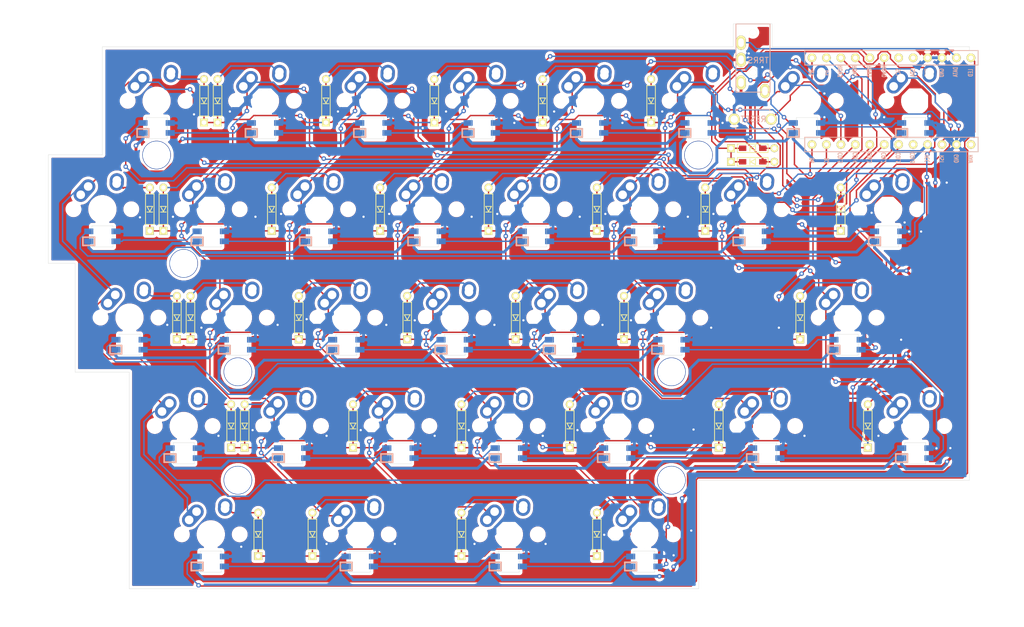
<source format=kicad_pcb>
(kicad_pcb (version 20171130) (host pcbnew "(5.1.2-1)-1")
  (layers (0 F.Cu signal) (31 B.Cu signal) (34 B.Paste user) (35 F.Paste user) (36 B.SilkS user) (37 F.SilkS user) (38 B.Mask user) (39 F.Mask user) (44 Edge.Cuts user))
  (net 0 "")
  (net 1 "Net-(D1-Pad2)")
  (net 2 row1)
  (net 3 "Net-(D2-Pad2)")
  (net 4 row2)
  (net 5 row3)
  (net 6 "Net-(D3-Pad2)")
  (net 7 "Net-(D4-Pad2)")
  (net 8 row4)
  (net 9 row5)
  (net 10 "Net-(D5-Pad2)")
  (net 11 "Net-(D6-Pad2)")
  (net 12 "Net-(D7-Pad2)")
  (net 13 "Net-(D8-Pad2)")
  (net 14 "Net-(D9-Pad2)")
  (net 15 "Net-(D10-Pad2)")
  (net 16 "Net-(D11-Pad2)")
  (net 17 "Net-(D12-Pad2)")
  (net 18 "Net-(D13-Pad2)")
  (net 19 "Net-(D14-Pad2)")
  (net 20 "Net-(D15-Pad2)")
  (net 21 "Net-(D16-Pad2)")
  (net 22 "Net-(D17-Pad2)")
  (net 23 "Net-(D18-Pad2)")
  (net 24 "Net-(D19-Pad2)")
  (net 25 "Net-(D20-Pad2)")
  (net 26 "Net-(D21-Pad2)")
  (net 27 "Net-(D22-Pad2)")
  (net 28 "Net-(D23-Pad2)")
  (net 29 "Net-(D24-Pad2)")
  (net 30 "Net-(D25-Pad2)")
  (net 31 "Net-(D26-Pad2)")
  (net 32 "Net-(D27-Pad2)")
  (net 33 "Net-(D28-Pad2)")
  (net 34 "Net-(D29-Pad2)")
  (net 35 "Net-(D30-Pad2)")
  (net 36 "Net-(D31-Pad2)")
  (net 37 "Net-(D32-Pad2)")
  (net 38 "Net-(D33-Pad2)")
  (net 39 "Net-(D34-Pad2)")
  (net 40 GND)
  (net 41 data)
  (net 42 "Net-(J1-PadA)")
  (net 43 VCC)
  (net 44 "Net-(L1-Pad3)")
  (net 45 "Net-(L1-Pad1)")
  (net 46 "Net-(L2-Pad1)")
  (net 47 "Net-(L2-Pad3)")
  (net 48 "Net-(L3-Pad3)")
  (net 49 "Net-(L3-Pad1)")
  (net 50 "Net-(L4-Pad1)")
  (net 51 "Net-(L20-Pad1)")
  (net 52 "Net-(L10-Pad3)")
  (net 53 led)
  (net 54 "Net-(L11-Pad3)")
  (net 55 "Net-(L12-Pad3)")
  (net 56 "Net-(L13-Pad3)")
  (net 57 "Net-(L14-Pad3)")
  (net 58 "Net-(L10-Pad1)")
  (net 59 "Net-(L11-Pad1)")
  (net 60 "Net-(L12-Pad1)")
  (net 61 "Net-(L13-Pad1)")
  (net 62 "Net-(L14-Pad1)")
  (net 63 "Net-(L15-Pad1)")
  (net 64 "Net-(L16-Pad1)")
  (net 65 "Net-(L17-Pad1)")
  (net 66 "Net-(L18-Pad1)")
  (net 67 "Net-(L19-Pad1)")
  (net 68 "Net-(L21-Pad1)")
  (net 69 "Net-(L22-Pad1)")
  (net 70 "Net-(L23-Pad1)")
  (net 71 "Net-(L24-Pad1)")
  (net 72 "Net-(L25-Pad1)")
  (net 73 "Net-(L26-Pad1)")
  (net 74 "Net-(L27-Pad1)")
  (net 75 "Net-(L28-Pad1)")
  (net 76 "Net-(L29-Pad1)")
  (net 77 "Net-(L30-Pad1)")
  (net 78 "Net-(L33-Pad1)")
  (net 79 reset)
  (net 80 col8)
  (net 81 col7)
  (net 82 col6)
  (net 83 col5)
  (net 84 col4)
  (net 85 col3)
  (net 86 col2)
  (net 87 col1)
  (net 88 "Net-(U1-Pad24)")
  (net 89 "Net-(U1-Pad20)")
  (net 90 "Net-(U1-Pad6)")
  (net 91 "Net-(U1-Pad5)")
  (module kbd_tororo:Hybrid_PCB_100H_no-silk_no_ref (layer F.Cu) (at 176.2125 66.675)
    (fp_text reference SW34 hide)
    (fp_text value SW_PUSH hide)
    (pad 1 thru_hole oval (at -3.155 -3.27 138.1) (size 2.5 4.461556) (drill 0.001) (layers *.Cu *.Mask) (net 87 col1))
    (pad 1 thru_hole circle (at -3.81 -2.54 330.95) (size 2 2) (drill 1.524) (layers *.Cu *.Mask) (net 87 col1))
    (pad "" np_thru_hole circle (at 5.08 0 90) (size 1.8 1.8) (drill 1.8) (layers *.Cu *.Mask))
    (pad "" np_thru_hole circle (at -5.08 0 90) (size 1.8 1.8) (drill 1.8) (layers *.Cu *.Mask))
    (pad "" np_thru_hole circle (at 0 0 90) (size 3.9878 3.9878) (drill 3.9878) (layers *.Cu *.Mask))
    (pad 1 thru_hole circle (at -2.5 -4 330.95) (size 2 2) (drill 1.524) (layers *.Cu *.Mask) (net 87 col1))
    (pad 2 thru_hole circle (at 2.54 -5.08 330.95) (size 2 2) (drill 1.524) (layers *.Cu *.Mask) (net 39 "Net-(D34-Pad2)"))
    (pad 2 thru_hole circle (at 2.5 -4.5 330.95) (size 2 2) (drill 1.524) (layers *.Cu *.Mask) (net 39 "Net-(D34-Pad2)"))
    (pad 2 thru_hole oval (at 2.52 -4.79 356.055) (size 2.5 3.081378) (drill 0.001) (layers *.Cu *.Mask) (net 39 "Net-(D34-Pad2)"))
  )
  (module kbd_tororo:ProMicro_v2_back_right (layer F.Cu) (at 177.55 48.95 270)
    (fp_text reference U1 hide)
    (fp_text value ProMicro hide)
    (fp_text user RAW (at 8.891 -13.1445 90) (layer B.SilkS) (effects (font (size 0.75 0.5) (thickness 0.125)) (justify mirror)))
    (fp_text user LED (at -6.249 -13.1445 90) (layer B.SilkS) (effects (font (size 0.75 0.5) (thickness 0.125)) (justify mirror)))
    (fp_text user GND (at 8.8275 -10.668 90) (layer B.SilkS) (effects (font (size 0.75 0.5) (thickness 0.125)) (justify mirror)))
    (fp_text user DATA (at -6.4 -10.5 90) (layer B.SilkS) (effects (font (size 0.75 0.5) (thickness 0.125)) (justify mirror)))
    (fp_text user RST (at 8.891 -8.0645 90) (layer B.SilkS) (effects (font (size 0.75 0.5) (thickness 0.125)) (justify mirror)))
    (fp_text user GND (at -6.249 -8.0645 90) (layer B.SilkS) (effects (font (size 0.75 0.5) (thickness 0.125)) (justify mirror)))
    (fp_text user VCC (at 8.8275 -5.5245 90) (layer B.SilkS) (effects (font (size 0.75 0.5) (thickness 0.125)) (justify mirror)))
    (fp_text user GND (at -6.249 -5.5245 90) (layer B.SilkS) (effects (font (size 0.75 0.5) (thickness 0.125)) (justify mirror)))
    (fp_text user COL3 (at 8.7 4.6 90) (layer B.SilkS) (effects (font (size 0.75 0.5) (thickness 0.125)) (justify mirror)))
    (fp_text user ROW0 (at -6.5 2.032 90) (layer B.SilkS) (effects (font (size 0.75 0.5) (thickness 0.125)) (justify mirror)))
    (fp_text user COL2 (at 8.7 2.1 90) (layer B.SilkS) (effects (font (size 0.75 0.5) (thickness 0.125)) (justify mirror)))
    (fp_text user SCL (at -6.249 -0.4445 90) (layer B.SilkS) (effects (font (size 0.75 0.5) (thickness 0.125)) (justify mirror)))
    (fp_text user COL1 (at 8.7 -0.4445 90) (layer B.SilkS) (effects (font (size 0.75 0.5) (thickness 0.125)) (justify mirror)))
    (fp_text user SDA (at -6.249 -2.9845 90) (layer B.SilkS) (effects (font (size 0.75 0.5) (thickness 0.125)) (justify mirror)))
    (fp_text user COL0 (at 8.7 -2.95 90) (layer B.SilkS) (effects (font (size 0.75 0.5) (thickness 0.125)) (justify mirror)))
    (fp_text user B6 (at 9.145 14.732 90) (layer B.SilkS) (effects (font (size 0.75 0.5) (thickness 0.125)) (justify mirror)))
    (fp_text user B5 (at -6.249 14.7955 90) (layer B.SilkS) (effects (font (size 0.75 0.5) (thickness 0.125)) (justify mirror)))
    (fp_text user B4 (at -6.249 12.2555 90) (layer B.SilkS) (effects (font (size 0.75 0.5) (thickness 0.125)) (justify mirror)))
    (fp_text user B2 (at 9.2085 12.1285 90) (layer B.SilkS) (effects (font (size 0.75 0.5) (thickness 0.125)) (justify mirror)))
    (fp_text user ROW3 (at -6.5 9.75 90) (layer B.SilkS) (effects (font (size 0.75 0.5) (thickness 0.125)) (justify mirror)))
    (fp_text user COL5 (at 8.7 9.75 90) (layer B.SilkS) (effects (font (size 0.75 0.5) (thickness 0.125)) (justify mirror)))
    (fp_text user ROW2 (at -6.5 7.239 90) (layer B.SilkS) (effects (font (size 0.75 0.5) (thickness 0.125)) (justify mirror)))
    (fp_text user COL4 (at 8.65 7.112 90) (layer B.SilkS) (effects (font (size 0.75 0.5) (thickness 0.125)) (justify mirror)))
    (fp_text user ROW1 (at -6.5 4.6355 90) (layer B.SilkS) (effects (font (size 0.75 0.5) (thickness 0.125)) (justify mirror)))
    (fp_text user "" (at -1.2065 -16.256 90) (layer B.SilkS) (effects (justify mirror)))
    (fp_text user "" (at -0.5 -17.25 90) (layer F.SilkS))
    (pad 1 thru_hole circle (at -8.89 -13.208 270) (size 1.524 1.524) (drill 0.8128) (layers *.Cu *.Mask F.SilkS) (net 53 led))
    (pad 2 thru_hole circle (at -8.89 -10.668 270) (size 1.524 1.524) (drill 0.8128) (layers *.Cu *.Mask F.SilkS) (net 41 data))
    (pad 3 thru_hole circle (at -8.89 -8.128 270) (size 1.524 1.524) (drill 0.8128) (layers *.Cu *.Mask F.SilkS) (net 40 GND))
    (pad 4 thru_hole circle (at -8.89 -5.588 270) (size 1.524 1.524) (drill 0.8128) (layers *.Cu *.Mask F.SilkS) (net 40 GND))
    (pad 5 thru_hole circle (at -8.89 -3.048 270) (size 1.524 1.524) (drill 0.8128) (layers *.Cu *.Mask F.SilkS) (net 91 "Net-(U1-Pad5)"))
    (pad 6 thru_hole circle (at -8.89 -0.508 270) (size 1.524 1.524) (drill 0.8128) (layers *.Cu *.Mask F.SilkS) (net 90 "Net-(U1-Pad6)"))
    (pad 7 thru_hole circle (at -8.89 2.032 270) (size 1.524 1.524) (drill 0.8128) (layers *.Cu *.Mask F.SilkS) (net 87 col1))
    (pad 8 thru_hole circle (at -8.89 4.572 270) (size 1.524 1.524) (drill 0.8128) (layers *.Cu *.Mask F.SilkS) (net 2 row1))
    (pad 9 thru_hole circle (at -8.89 7.112 270) (size 1.524 1.524) (drill 0.8128) (layers *.Cu *.Mask F.SilkS) (net 4 row2))
    (pad 10 thru_hole circle (at -8.89 9.652 270) (size 1.524 1.524) (drill 0.8128) (layers *.Cu *.Mask F.SilkS) (net 5 row3))
    (pad 11 thru_hole circle (at -8.89 12.192 270) (size 1.524 1.524) (drill 0.8128) (layers *.Cu *.Mask F.SilkS) (net 8 row4))
    (pad 12 thru_hole circle (at -8.89 14.732 270) (size 1.524 1.524) (drill 0.8128) (layers *.Cu *.Mask F.SilkS) (net 9 row5))
    (pad 13 thru_hole circle (at 6.35 14.732 270) (size 1.524 1.524) (drill 0.8128) (layers *.Cu *.Mask F.SilkS) (net 82 col6))
    (pad 14 thru_hole circle (at 6.35 12.192 270) (size 1.524 1.524) (drill 0.8128) (layers *.Cu *.Mask F.SilkS) (net 83 col5))
    (pad 15 thru_hole circle (at 6.35 9.652 270) (size 1.524 1.524) (drill 0.8128) (layers *.Cu *.Mask F.SilkS) (net 86 col2))
    (pad 16 thru_hole circle (at 6.35 7.112 270) (size 1.524 1.524) (drill 0.8128) (layers *.Cu *.Mask F.SilkS) (net 85 col3))
    (pad 17 thru_hole circle (at 6.35 4.572 270) (size 1.524 1.524) (drill 0.8128) (layers *.Cu *.Mask F.SilkS) (net 84 col4))
    (pad 18 thru_hole circle (at 6.35 2.032 270) (size 1.524 1.524) (drill 0.8128) (layers *.Cu *.Mask F.SilkS) (net 81 col7))
    (pad 19 thru_hole circle (at 6.35 -0.508 270) (size 1.524 1.524) (drill 0.8128) (layers *.Cu *.Mask F.SilkS) (net 80 col8))
    (pad 20 thru_hole circle (at 6.35 -3.048 270) (size 1.524 1.524) (drill 0.8128) (layers *.Cu *.Mask F.SilkS) (net 89 "Net-(U1-Pad20)"))
    (pad 21 thru_hole circle (at 6.35 -5.588 270) (size 1.524 1.524) (drill 0.8128) (layers *.Cu *.Mask F.SilkS) (net 43 VCC))
    (pad 22 thru_hole circle (at 6.35 -8.128 270) (size 1.524 1.524) (drill 0.8128) (layers *.Cu *.Mask F.SilkS) (net 79 reset))
    (pad 23 thru_hole circle (at 6.35 -10.668 270) (size 1.524 1.524) (drill 0.8128) (layers *.Cu *.Mask F.SilkS) (net 40 GND))
    (pad 24 thru_hole circle (at 6.35 -13.208 270) (size 1.524 1.524) (drill 0.8128) (layers *.Cu *.Mask F.SilkS) (net 88 "Net-(U1-Pad24)"))
  )
  (module kbd:HOLE (layer F.Cu) (at 61.91276 114.30048)
    (fp_text reference Ref**)
    (fp_text value Val**)
    (pad "" np_thru_hole circle (at 0 0) (size 5 5) (drill 4.8) (layers *.Cu *.Mask))
  )
  (module kbd:HOLE (layer F.Cu) (at 138.11308 114.30048)
    (fp_text reference Ref**)
    (fp_text value Val**)
    (pad "" np_thru_hole circle (at 0 0) (size 5 5) (drill 4.8) (layers *.Cu *.Mask))
  )
  (module kbd:HOLE (layer F.Cu) (at 61.91276 95.2504)
    (fp_text reference Ref**)
    (fp_text value Val**)
    (pad "" np_thru_hole circle (at 0 0) (size 5 5) (drill 4.8) (layers *.Cu *.Mask))
  )
  (module kbd:HOLE (layer F.Cu) (at 138.11308 95.2504)
    (fp_text reference Ref**)
    (fp_text value Val**)
    (pad "" np_thru_hole circle (at 0 0) (size 5 5) (drill 4.8) (layers *.Cu *.Mask))
  )
  (module kbd:HOLE (layer F.Cu) (at 52.38772 76.20032)
    (fp_text reference Ref**)
    (fp_text value Val**)
    (pad "" np_thru_hole circle (at 0 0) (size 5 5) (drill 4.8) (layers *.Cu *.Mask))
  )
  (module kbd:HOLE (layer F.Cu) (at 47.6252 57.15024)
    (fp_text reference Ref**)
    (fp_text value Val**)
    (pad "" np_thru_hole circle (at 0 0) (size 5 5) (drill 4.8) (layers *.Cu *.Mask))
  )
  (module kbd:HOLE (layer F.Cu) (at 142.8756 57.15024)
    (fp_text reference Ref**)
    (fp_text value Val**)
    (pad "" np_thru_hole circle (at 0 0) (size 5 5) (drill 4.8) (layers *.Cu *.Mask))
  )
  (module kbd_tororo:D3_TH_SMD_top (layer F.Cu) (at 55.959375 47.625 90)
    (fp_text reference D1 hide)
    (fp_text value D hide)
    (pad 2 smd rect (at 1.775 0 90) (size 1.3 0.95) (layers F.Cu F.Paste F.Mask) (net 1 "Net-(D1-Pad2)"))
    (pad 2 thru_hole circle (at 3.81 0 90) (size 1.397 1.397) (drill 0.8128) (layers *.Cu *.Mask F.SilkS) (net 1 "Net-(D1-Pad2)"))
    (pad 1 thru_hole rect (at -3.81 0 90) (size 1.397 1.397) (drill 0.8128) (layers *.Cu *.Mask F.SilkS) (net 2 row1))
    (pad 1 smd rect (at -1.775 0 90) (size 1.3 0.95) (layers F.Cu F.Paste F.Mask) (net 2 row1))
  )
  (module kbd_tororo:D3_TH_SMD_top (layer F.Cu) (at 46.434375 66.675 90)
    (fp_text reference D2 hide)
    (fp_text value D hide)
    (pad 2 smd rect (at 1.775 0 90) (size 1.3 0.95) (layers F.Cu F.Paste F.Mask) (net 3 "Net-(D2-Pad2)"))
    (pad 2 thru_hole circle (at 3.81 0 90) (size 1.397 1.397) (drill 0.8128) (layers *.Cu *.Mask F.SilkS) (net 3 "Net-(D2-Pad2)"))
    (pad 1 thru_hole rect (at -3.81 0 90) (size 1.397 1.397) (drill 0.8128) (layers *.Cu *.Mask F.SilkS) (net 4 row2))
    (pad 1 smd rect (at -1.775 0 90) (size 1.3 0.95) (layers F.Cu F.Paste F.Mask) (net 4 row2))
  )
  (module kbd_tororo:D3_TH_SMD_top (layer F.Cu) (at 51.196875 85.725 90)
    (fp_text reference D3 hide)
    (fp_text value D hide)
    (pad 1 smd rect (at -1.775 0 90) (size 1.3 0.95) (layers F.Cu F.Paste F.Mask) (net 5 row3))
    (pad 1 thru_hole rect (at -3.81 0 90) (size 1.397 1.397) (drill 0.8128) (layers *.Cu *.Mask F.SilkS) (net 5 row3))
    (pad 2 thru_hole circle (at 3.81 0 90) (size 1.397 1.397) (drill 0.8128) (layers *.Cu *.Mask F.SilkS) (net 6 "Net-(D3-Pad2)"))
    (pad 2 smd rect (at 1.775 0 90) (size 1.3 0.95) (layers F.Cu F.Paste F.Mask) (net 6 "Net-(D3-Pad2)"))
  )
  (module kbd_tororo:D3_TH_SMD_top (layer F.Cu) (at 60.721875 104.775 90)
    (fp_text reference D4 hide)
    (fp_text value D hide)
    (pad 2 smd rect (at 1.775 0 90) (size 1.3 0.95) (layers F.Cu F.Paste F.Mask) (net 7 "Net-(D4-Pad2)"))
    (pad 2 thru_hole circle (at 3.81 0 90) (size 1.397 1.397) (drill 0.8128) (layers *.Cu *.Mask F.SilkS) (net 7 "Net-(D4-Pad2)"))
    (pad 1 thru_hole rect (at -3.81 0 90) (size 1.397 1.397) (drill 0.8128) (layers *.Cu *.Mask F.SilkS) (net 8 row4))
    (pad 1 smd rect (at -1.775 0 90) (size 1.3 0.95) (layers F.Cu F.Paste F.Mask) (net 8 row4))
  )
  (module kbd_tororo:D3_TH_SMD_top (layer F.Cu) (at 65.484375 123.825 90)
    (fp_text reference D5 hide)
    (fp_text value D hide)
    (pad 1 smd rect (at -1.775 0 90) (size 1.3 0.95) (layers F.Cu F.Paste F.Mask) (net 9 row5))
    (pad 1 thru_hole rect (at -3.81 0 90) (size 1.397 1.397) (drill 0.8128) (layers *.Cu *.Mask F.SilkS) (net 9 row5))
    (pad 2 thru_hole circle (at 3.81 0 90) (size 1.397 1.397) (drill 0.8128) (layers *.Cu *.Mask F.SilkS) (net 10 "Net-(D5-Pad2)"))
    (pad 2 smd rect (at 1.775 0 90) (size 1.3 0.95) (layers F.Cu F.Paste F.Mask) (net 10 "Net-(D5-Pad2)"))
  )
  (module kbd_tororo:D3_TH_SMD_top (layer F.Cu) (at 58.340625 47.625 90)
    (fp_text reference D6 hide)
    (fp_text value D hide)
    (pad 1 smd rect (at -1.775 0 90) (size 1.3 0.95) (layers F.Cu F.Paste F.Mask) (net 2 row1))
    (pad 1 thru_hole rect (at -3.81 0 90) (size 1.397 1.397) (drill 0.8128) (layers *.Cu *.Mask F.SilkS) (net 2 row1))
    (pad 2 thru_hole circle (at 3.81 0 90) (size 1.397 1.397) (drill 0.8128) (layers *.Cu *.Mask F.SilkS) (net 11 "Net-(D6-Pad2)"))
    (pad 2 smd rect (at 1.775 0 90) (size 1.3 0.95) (layers F.Cu F.Paste F.Mask) (net 11 "Net-(D6-Pad2)"))
  )
  (module kbd_tororo:D3_TH_SMD_top (layer F.Cu) (at 48.815625 66.675 90)
    (fp_text reference D7 hide)
    (fp_text value D hide)
    (pad 1 smd rect (at -1.775 0 90) (size 1.3 0.95) (layers F.Cu F.Paste F.Mask) (net 4 row2))
    (pad 1 thru_hole rect (at -3.81 0 90) (size 1.397 1.397) (drill 0.8128) (layers *.Cu *.Mask F.SilkS) (net 4 row2))
    (pad 2 thru_hole circle (at 3.81 0 90) (size 1.397 1.397) (drill 0.8128) (layers *.Cu *.Mask F.SilkS) (net 12 "Net-(D7-Pad2)"))
    (pad 2 smd rect (at 1.775 0 90) (size 1.3 0.95) (layers F.Cu F.Paste F.Mask) (net 12 "Net-(D7-Pad2)"))
  )
  (module kbd_tororo:D3_TH_SMD_top (layer F.Cu) (at 53.578125 85.725 90)
    (fp_text reference D8 hide)
    (fp_text value D hide)
    (pad 1 smd rect (at -1.775 0 90) (size 1.3 0.95) (layers F.Cu F.Paste F.Mask) (net 5 row3))
    (pad 1 thru_hole rect (at -3.81 0 90) (size 1.397 1.397) (drill 0.8128) (layers *.Cu *.Mask F.SilkS) (net 5 row3))
    (pad 2 thru_hole circle (at 3.81 0 90) (size 1.397 1.397) (drill 0.8128) (layers *.Cu *.Mask F.SilkS) (net 13 "Net-(D8-Pad2)"))
    (pad 2 smd rect (at 1.775 0 90) (size 1.3 0.95) (layers F.Cu F.Paste F.Mask) (net 13 "Net-(D8-Pad2)"))
  )
  (module kbd_tororo:D3_TH_SMD_top (layer F.Cu) (at 63.103125 104.775 90)
    (fp_text reference D9 hide)
    (fp_text value D hide)
    (pad 2 smd rect (at 1.775 0 90) (size 1.3 0.95) (layers F.Cu F.Paste F.Mask) (net 14 "Net-(D9-Pad2)"))
    (pad 2 thru_hole circle (at 3.81 0 90) (size 1.397 1.397) (drill 0.8128) (layers *.Cu *.Mask F.SilkS) (net 14 "Net-(D9-Pad2)"))
    (pad 1 thru_hole rect (at -3.81 0 90) (size 1.397 1.397) (drill 0.8128) (layers *.Cu *.Mask F.SilkS) (net 8 row4))
    (pad 1 smd rect (at -1.775 0 90) (size 1.3 0.95) (layers F.Cu F.Paste F.Mask) (net 8 row4))
  )
  (module kbd_tororo:D3_TH_SMD_top (layer F.Cu) (at 75.009375 123.825 90)
    (fp_text reference D10 hide)
    (fp_text value D hide)
    (pad 2 smd rect (at 1.775 0 90) (size 1.3 0.95) (layers F.Cu F.Paste F.Mask) (net 15 "Net-(D10-Pad2)"))
    (pad 2 thru_hole circle (at 3.81 0 90) (size 1.397 1.397) (drill 0.8128) (layers *.Cu *.Mask F.SilkS) (net 15 "Net-(D10-Pad2)"))
    (pad 1 thru_hole rect (at -3.81 0 90) (size 1.397 1.397) (drill 0.8128) (layers *.Cu *.Mask F.SilkS) (net 9 row5))
    (pad 1 smd rect (at -1.775 0 90) (size 1.3 0.95) (layers F.Cu F.Paste F.Mask) (net 9 row5))
  )
  (module kbd_tororo:D3_TH_SMD_top (layer F.Cu) (at 77.390625 47.625 90)
    (fp_text reference D11 hide)
    (fp_text value D hide)
    (pad 2 smd rect (at 1.775 0 90) (size 1.3 0.95) (layers F.Cu F.Paste F.Mask) (net 16 "Net-(D11-Pad2)"))
    (pad 2 thru_hole circle (at 3.81 0 90) (size 1.397 1.397) (drill 0.8128) (layers *.Cu *.Mask F.SilkS) (net 16 "Net-(D11-Pad2)"))
    (pad 1 thru_hole rect (at -3.81 0 90) (size 1.397 1.397) (drill 0.8128) (layers *.Cu *.Mask F.SilkS) (net 2 row1))
    (pad 1 smd rect (at -1.775 0 90) (size 1.3 0.95) (layers F.Cu F.Paste F.Mask) (net 2 row1))
  )
  (module kbd_tororo:D3_TH_SMD_top (layer F.Cu) (at 67.865625 66.675 90)
    (fp_text reference D12 hide)
    (fp_text value D hide)
    (pad 2 smd rect (at 1.775 0 90) (size 1.3 0.95) (layers F.Cu F.Paste F.Mask) (net 17 "Net-(D12-Pad2)"))
    (pad 2 thru_hole circle (at 3.81 0 90) (size 1.397 1.397) (drill 0.8128) (layers *.Cu *.Mask F.SilkS) (net 17 "Net-(D12-Pad2)"))
    (pad 1 thru_hole rect (at -3.81 0 90) (size 1.397 1.397) (drill 0.8128) (layers *.Cu *.Mask F.SilkS) (net 4 row2))
    (pad 1 smd rect (at -1.775 0 90) (size 1.3 0.95) (layers F.Cu F.Paste F.Mask) (net 4 row2))
  )
  (module kbd_tororo:D3_TH_SMD_top (layer F.Cu) (at 72.628125 85.725 90)
    (fp_text reference D13 hide)
    (fp_text value D hide)
    (pad 1 smd rect (at -1.775 0 90) (size 1.3 0.95) (layers F.Cu F.Paste F.Mask) (net 5 row3))
    (pad 1 thru_hole rect (at -3.81 0 90) (size 1.397 1.397) (drill 0.8128) (layers *.Cu *.Mask F.SilkS) (net 5 row3))
    (pad 2 thru_hole circle (at 3.81 0 90) (size 1.397 1.397) (drill 0.8128) (layers *.Cu *.Mask F.SilkS) (net 18 "Net-(D13-Pad2)"))
    (pad 2 smd rect (at 1.775 0 90) (size 1.3 0.95) (layers F.Cu F.Paste F.Mask) (net 18 "Net-(D13-Pad2)"))
  )
  (module kbd_tororo:D3_TH_SMD_top (layer F.Cu) (at 82.153125 104.775 90)
    (fp_text reference D14 hide)
    (fp_text value D hide)
    (pad 1 smd rect (at -1.775 0 90) (size 1.3 0.95) (layers F.Cu F.Paste F.Mask) (net 8 row4))
    (pad 1 thru_hole rect (at -3.81 0 90) (size 1.397 1.397) (drill 0.8128) (layers *.Cu *.Mask F.SilkS) (net 8 row4))
    (pad 2 thru_hole circle (at 3.81 0 90) (size 1.397 1.397) (drill 0.8128) (layers *.Cu *.Mask F.SilkS) (net 19 "Net-(D14-Pad2)"))
    (pad 2 smd rect (at 1.775 0 90) (size 1.3 0.95) (layers F.Cu F.Paste F.Mask) (net 19 "Net-(D14-Pad2)"))
  )
  (module kbd_tororo:D3_TH_SMD_top (layer F.Cu) (at 101.203125 123.825 90)
    (fp_text reference D15 hide)
    (fp_text value D hide)
    (pad 1 smd rect (at -1.775 0 90) (size 1.3 0.95) (layers F.Cu F.Paste F.Mask) (net 9 row5))
    (pad 1 thru_hole rect (at -3.81 0 90) (size 1.397 1.397) (drill 0.8128) (layers *.Cu *.Mask F.SilkS) (net 9 row5))
    (pad 2 thru_hole circle (at 3.81 0 90) (size 1.397 1.397) (drill 0.8128) (layers *.Cu *.Mask F.SilkS) (net 20 "Net-(D15-Pad2)"))
    (pad 2 smd rect (at 1.775 0 90) (size 1.3 0.95) (layers F.Cu F.Paste F.Mask) (net 20 "Net-(D15-Pad2)"))
  )
  (module kbd_tororo:D3_TH_SMD_top (layer F.Cu) (at 96.440625 47.625 90)
    (fp_text reference D16 hide)
    (fp_text value D hide)
    (pad 1 smd rect (at -1.775 0 90) (size 1.3 0.95) (layers F.Cu F.Paste F.Mask) (net 2 row1))
    (pad 1 thru_hole rect (at -3.81 0 90) (size 1.397 1.397) (drill 0.8128) (layers *.Cu *.Mask F.SilkS) (net 2 row1))
    (pad 2 thru_hole circle (at 3.81 0 90) (size 1.397 1.397) (drill 0.8128) (layers *.Cu *.Mask F.SilkS) (net 21 "Net-(D16-Pad2)"))
    (pad 2 smd rect (at 1.775 0 90) (size 1.3 0.95) (layers F.Cu F.Paste F.Mask) (net 21 "Net-(D16-Pad2)"))
  )
  (module kbd_tororo:D3_TH_SMD_top (layer F.Cu) (at 86.915625 66.675 90)
    (fp_text reference D17 hide)
    (fp_text value D hide)
    (pad 1 smd rect (at -1.775 0 90) (size 1.3 0.95) (layers F.Cu F.Paste F.Mask) (net 4 row2))
    (pad 1 thru_hole rect (at -3.81 0 90) (size 1.397 1.397) (drill 0.8128) (layers *.Cu *.Mask F.SilkS) (net 4 row2))
    (pad 2 thru_hole circle (at 3.81 0 90) (size 1.397 1.397) (drill 0.8128) (layers *.Cu *.Mask F.SilkS) (net 22 "Net-(D17-Pad2)"))
    (pad 2 smd rect (at 1.775 0 90) (size 1.3 0.95) (layers F.Cu F.Paste F.Mask) (net 22 "Net-(D17-Pad2)"))
  )
  (module kbd_tororo:D3_TH_SMD_top (layer F.Cu) (at 91.678125 85.725 90)
    (fp_text reference D18 hide)
    (fp_text value D hide)
    (pad 2 smd rect (at 1.775 0 90) (size 1.3 0.95) (layers F.Cu F.Paste F.Mask) (net 23 "Net-(D18-Pad2)"))
    (pad 2 thru_hole circle (at 3.81 0 90) (size 1.397 1.397) (drill 0.8128) (layers *.Cu *.Mask F.SilkS) (net 23 "Net-(D18-Pad2)"))
    (pad 1 thru_hole rect (at -3.81 0 90) (size 1.397 1.397) (drill 0.8128) (layers *.Cu *.Mask F.SilkS) (net 5 row3))
    (pad 1 smd rect (at -1.775 0 90) (size 1.3 0.95) (layers F.Cu F.Paste F.Mask) (net 5 row3))
  )
  (module kbd_tororo:D3_TH_SMD_top (layer F.Cu) (at 101.203125 104.775 90)
    (fp_text reference D19 hide)
    (fp_text value D hide)
    (pad 2 smd rect (at 1.775 0 90) (size 1.3 0.95) (layers F.Cu F.Paste F.Mask) (net 24 "Net-(D19-Pad2)"))
    (pad 2 thru_hole circle (at 3.81 0 90) (size 1.397 1.397) (drill 0.8128) (layers *.Cu *.Mask F.SilkS) (net 24 "Net-(D19-Pad2)"))
    (pad 1 thru_hole rect (at -3.81 0 90) (size 1.397 1.397) (drill 0.8128) (layers *.Cu *.Mask F.SilkS) (net 8 row4))
    (pad 1 smd rect (at -1.775 0 90) (size 1.3 0.95) (layers F.Cu F.Paste F.Mask) (net 8 row4))
  )
  (module kbd_tororo:D3_TH_SMD_top (layer F.Cu) (at 125.015625 123.825 90)
    (fp_text reference D20 hide)
    (fp_text value D hide)
    (pad 2 smd rect (at 1.775 0 90) (size 1.3 0.95) (layers F.Cu F.Paste F.Mask) (net 25 "Net-(D20-Pad2)"))
    (pad 2 thru_hole circle (at 3.81 0 90) (size 1.397 1.397) (drill 0.8128) (layers *.Cu *.Mask F.SilkS) (net 25 "Net-(D20-Pad2)"))
    (pad 1 thru_hole rect (at -3.81 0 90) (size 1.397 1.397) (drill 0.8128) (layers *.Cu *.Mask F.SilkS) (net 9 row5))
    (pad 1 smd rect (at -1.775 0 90) (size 1.3 0.95) (layers F.Cu F.Paste F.Mask) (net 9 row5))
  )
  (module kbd_tororo:D3_TH_SMD_top (layer F.Cu) (at 115.490625 47.625 90)
    (fp_text reference D21 hide)
    (fp_text value D hide)
    (pad 2 smd rect (at 1.775 0 90) (size 1.3 0.95) (layers F.Cu F.Paste F.Mask) (net 26 "Net-(D21-Pad2)"))
    (pad 2 thru_hole circle (at 3.81 0 90) (size 1.397 1.397) (drill 0.8128) (layers *.Cu *.Mask F.SilkS) (net 26 "Net-(D21-Pad2)"))
    (pad 1 thru_hole rect (at -3.81 0 90) (size 1.397 1.397) (drill 0.8128) (layers *.Cu *.Mask F.SilkS) (net 2 row1))
    (pad 1 smd rect (at -1.775 0 90) (size 1.3 0.95) (layers F.Cu F.Paste F.Mask) (net 2 row1))
  )
  (module kbd_tororo:D3_TH_SMD_top (layer F.Cu) (at 105.965625 66.675 90)
    (fp_text reference D22 hide)
    (fp_text value D hide)
    (pad 2 smd rect (at 1.775 0 90) (size 1.3 0.95) (layers F.Cu F.Paste F.Mask) (net 27 "Net-(D22-Pad2)"))
    (pad 2 thru_hole circle (at 3.81 0 90) (size 1.397 1.397) (drill 0.8128) (layers *.Cu *.Mask F.SilkS) (net 27 "Net-(D22-Pad2)"))
    (pad 1 thru_hole rect (at -3.81 0 90) (size 1.397 1.397) (drill 0.8128) (layers *.Cu *.Mask F.SilkS) (net 4 row2))
    (pad 1 smd rect (at -1.775 0 90) (size 1.3 0.95) (layers F.Cu F.Paste F.Mask) (net 4 row2))
  )
  (module kbd_tororo:D3_TH_SMD_top (layer F.Cu) (at 110.728125 85.725 90)
    (fp_text reference D23 hide)
    (fp_text value D hide)
    (pad 1 smd rect (at -1.775 0 90) (size 1.3 0.95) (layers F.Cu F.Paste F.Mask) (net 5 row3))
    (pad 1 thru_hole rect (at -3.81 0 90) (size 1.397 1.397) (drill 0.8128) (layers *.Cu *.Mask F.SilkS) (net 5 row3))
    (pad 2 thru_hole circle (at 3.81 0 90) (size 1.397 1.397) (drill 0.8128) (layers *.Cu *.Mask F.SilkS) (net 28 "Net-(D23-Pad2)"))
    (pad 2 smd rect (at 1.775 0 90) (size 1.3 0.95) (layers F.Cu F.Paste F.Mask) (net 28 "Net-(D23-Pad2)"))
  )
  (module kbd_tororo:D3_TH_SMD_top (layer F.Cu) (at 120.253125 104.775 90)
    (fp_text reference D24 hide)
    (fp_text value D hide)
    (pad 1 smd rect (at -1.775 0 90) (size 1.3 0.95) (layers F.Cu F.Paste F.Mask) (net 8 row4))
    (pad 1 thru_hole rect (at -3.81 0 90) (size 1.397 1.397) (drill 0.8128) (layers *.Cu *.Mask F.SilkS) (net 8 row4))
    (pad 2 thru_hole circle (at 3.81 0 90) (size 1.397 1.397) (drill 0.8128) (layers *.Cu *.Mask F.SilkS) (net 29 "Net-(D24-Pad2)"))
    (pad 2 smd rect (at 1.775 0 90) (size 1.3 0.95) (layers F.Cu F.Paste F.Mask) (net 29 "Net-(D24-Pad2)"))
  )
  (module kbd_tororo:D3_TH_SMD_top (layer F.Cu) (at 134.540625 47.625 90)
    (fp_text reference D25 hide)
    (fp_text value D hide)
    (pad 1 smd rect (at -1.775 0 90) (size 1.3 0.95) (layers F.Cu F.Paste F.Mask) (net 2 row1))
    (pad 1 thru_hole rect (at -3.81 0 90) (size 1.397 1.397) (drill 0.8128) (layers *.Cu *.Mask F.SilkS) (net 2 row1))
    (pad 2 thru_hole circle (at 3.81 0 90) (size 1.397 1.397) (drill 0.8128) (layers *.Cu *.Mask F.SilkS) (net 30 "Net-(D25-Pad2)"))
    (pad 2 smd rect (at 1.775 0 90) (size 1.3 0.95) (layers F.Cu F.Paste F.Mask) (net 30 "Net-(D25-Pad2)"))
  )
  (module kbd_tororo:D3_TH_SMD_top (layer F.Cu) (at 125.015625 66.675 90)
    (fp_text reference D26 hide)
    (fp_text value D hide)
    (pad 1 smd rect (at -1.775 0 90) (size 1.3 0.95) (layers F.Cu F.Paste F.Mask) (net 4 row2))
    (pad 1 thru_hole rect (at -3.81 0 90) (size 1.397 1.397) (drill 0.8128) (layers *.Cu *.Mask F.SilkS) (net 4 row2))
    (pad 2 thru_hole circle (at 3.81 0 90) (size 1.397 1.397) (drill 0.8128) (layers *.Cu *.Mask F.SilkS) (net 31 "Net-(D26-Pad2)"))
    (pad 2 smd rect (at 1.775 0 90) (size 1.3 0.95) (layers F.Cu F.Paste F.Mask) (net 31 "Net-(D26-Pad2)"))
  )
  (module kbd_tororo:D3_TH_SMD_top (layer F.Cu) (at 129.778125 85.725 90)
    (fp_text reference D27 hide)
    (fp_text value D hide)
    (pad 2 smd rect (at 1.775 0 90) (size 1.3 0.95) (layers F.Cu F.Paste F.Mask) (net 32 "Net-(D27-Pad2)"))
    (pad 2 thru_hole circle (at 3.81 0 90) (size 1.397 1.397) (drill 0.8128) (layers *.Cu *.Mask F.SilkS) (net 32 "Net-(D27-Pad2)"))
    (pad 1 thru_hole rect (at -3.81 0 90) (size 1.397 1.397) (drill 0.8128) (layers *.Cu *.Mask F.SilkS) (net 5 row3))
    (pad 1 smd rect (at -1.775 0 90) (size 1.3 0.95) (layers F.Cu F.Paste F.Mask) (net 5 row3))
  )
  (module kbd_tororo:D3_TH_SMD_top (layer F.Cu) (at 146.446875 104.775 90)
    (fp_text reference D28 hide)
    (fp_text value D hide)
    (pad 2 smd rect (at 1.775 0 90) (size 1.3 0.95) (layers F.Cu F.Paste F.Mask) (net 33 "Net-(D28-Pad2)"))
    (pad 2 thru_hole circle (at 3.81 0 90) (size 1.397 1.397) (drill 0.8128) (layers *.Cu *.Mask F.SilkS) (net 33 "Net-(D28-Pad2)"))
    (pad 1 thru_hole rect (at -3.81 0 90) (size 1.397 1.397) (drill 0.8128) (layers *.Cu *.Mask F.SilkS) (net 8 row4))
    (pad 1 smd rect (at -1.775 0 90) (size 1.3 0.95) (layers F.Cu F.Paste F.Mask) (net 8 row4))
  )
  (module kbd_tororo:D3_TH_SMD_top (layer F.Cu) (at 152.40064 55.95961)
    (fp_text reference D29 hide)
    (fp_text value D hide)
    (pad 2 smd rect (at 1.775 0) (size 1.3 0.95) (layers F.Cu F.Paste F.Mask) (net 34 "Net-(D29-Pad2)"))
    (pad 2 thru_hole circle (at 3.81 0) (size 1.397 1.397) (drill 0.8128) (layers *.Cu *.Mask F.SilkS) (net 34 "Net-(D29-Pad2)"))
    (pad 1 thru_hole rect (at -3.81 0) (size 1.397 1.397) (drill 0.8128) (layers *.Cu *.Mask F.SilkS) (net 2 row1))
    (pad 1 smd rect (at -1.775 0) (size 1.3 0.95) (layers F.Cu F.Paste F.Mask) (net 2 row1))
  )
  (module kbd_tororo:D3_TH_SMD_top (layer F.Cu) (at 144.065625 66.675 90)
    (fp_text reference D30 hide)
    (fp_text value D hide)
    (pad 2 smd rect (at 1.775 0 90) (size 1.3 0.95) (layers F.Cu F.Paste F.Mask) (net 35 "Net-(D30-Pad2)"))
    (pad 2 thru_hole circle (at 3.81 0 90) (size 1.397 1.397) (drill 0.8128) (layers *.Cu *.Mask F.SilkS) (net 35 "Net-(D30-Pad2)"))
    (pad 1 thru_hole rect (at -3.81 0 90) (size 1.397 1.397) (drill 0.8128) (layers *.Cu *.Mask F.SilkS) (net 4 row2))
    (pad 1 smd rect (at -1.775 0 90) (size 1.3 0.95) (layers F.Cu F.Paste F.Mask) (net 4 row2))
  )
  (module kbd_tororo:D3_TH_SMD_top (layer F.Cu) (at 160.734375 85.725 90)
    (fp_text reference D31 hide)
    (fp_text value D hide)
    (pad 1 smd rect (at -1.775 0 90) (size 1.3 0.95) (layers F.Cu F.Paste F.Mask) (net 5 row3))
    (pad 1 thru_hole rect (at -3.81 0 90) (size 1.397 1.397) (drill 0.8128) (layers *.Cu *.Mask F.SilkS) (net 5 row3))
    (pad 2 thru_hole circle (at 3.81 0 90) (size 1.397 1.397) (drill 0.8128) (layers *.Cu *.Mask F.SilkS) (net 36 "Net-(D31-Pad2)"))
    (pad 2 smd rect (at 1.775 0 90) (size 1.3 0.95) (layers F.Cu F.Paste F.Mask) (net 36 "Net-(D31-Pad2)"))
  )
  (module kbd_tororo:D3_TH_SMD_top (layer F.Cu) (at 172.640625 104.775 90)
    (fp_text reference D32 hide)
    (fp_text value D hide)
    (pad 1 smd rect (at -1.775 0 90) (size 1.3 0.95) (layers F.Cu F.Paste F.Mask) (net 8 row4))
    (pad 1 thru_hole rect (at -3.81 0 90) (size 1.397 1.397) (drill 0.8128) (layers *.Cu *.Mask F.SilkS) (net 8 row4))
    (pad 2 thru_hole circle (at 3.81 0 90) (size 1.397 1.397) (drill 0.8128) (layers *.Cu *.Mask F.SilkS) (net 37 "Net-(D32-Pad2)"))
    (pad 2 smd rect (at 1.775 0 90) (size 1.3 0.95) (layers F.Cu F.Paste F.Mask) (net 37 "Net-(D32-Pad2)"))
  )
  (module kbd_tororo:D3_TH_SMD_top (layer F.Cu) (at 152.40064 58.34087)
    (fp_text reference D33 hide)
    (fp_text value D hide)
    (pad 2 smd rect (at 1.775 0) (size 1.3 0.95) (layers F.Cu F.Paste F.Mask) (net 38 "Net-(D33-Pad2)"))
    (pad 2 thru_hole circle (at 3.81 0) (size 1.397 1.397) (drill 0.8128) (layers *.Cu *.Mask F.SilkS) (net 38 "Net-(D33-Pad2)"))
    (pad 1 thru_hole rect (at -3.81 0) (size 1.397 1.397) (drill 0.8128) (layers *.Cu *.Mask F.SilkS) (net 2 row1))
    (pad 1 smd rect (at -1.775 0) (size 1.3 0.95) (layers F.Cu F.Paste F.Mask) (net 2 row1))
  )
  (module kbd_tororo:D3_TH_SMD_top (layer F.Cu) (at 167.878125 66.675 90)
    (fp_text reference D34 hide)
    (fp_text value D hide)
    (pad 1 smd rect (at -1.775 0 90) (size 1.3 0.95) (layers F.Cu F.Paste F.Mask) (net 4 row2))
    (pad 1 thru_hole rect (at -3.81 0 90) (size 1.397 1.397) (drill 0.8128) (layers *.Cu *.Mask F.SilkS) (net 4 row2))
    (pad 2 thru_hole circle (at 3.81 0 90) (size 1.397 1.397) (drill 0.8128) (layers *.Cu *.Mask F.SilkS) (net 39 "Net-(D34-Pad2)"))
    (pad 2 smd rect (at 1.775 0 90) (size 1.3 0.95) (layers F.Cu F.Paste F.Mask) (net 39 "Net-(D34-Pad2)"))
  )
  (module kbd_tororo:MJ-4PP-9_back (layer F.Cu) (at 154.2 34.1)
    (fp_text reference J1)
    (fp_text value MJ-4PP-9 hide)
    (fp_text user TRRS (at -0.8255 6.4135) (layer B.SilkS) (effects (justify mirror)))
    (pad C thru_hole oval (at -3.85 6.3) (size 1.7 2.5) (drill oval 1 1.5) (layers *.Cu *.Mask F.SilkS) (net 40 GND))
    (pad B thru_hole oval (at -3.85 3.3) (size 1.7 2.5) (drill oval 1 1.5) (layers *.Cu *.Mask F.SilkS) (net 41 data))
    (pad A thru_hole oval (at 0.35 11.8) (size 1.7 2.5) (drill oval 1 1.5) (layers *.Cu *.Mask F.SilkS) (net 42 "Net-(J1-PadA)") (clearance 0.15))
    (pad D thru_hole oval (at -3.85 10.3) (size 1.7 2.5) (drill oval 1 1.5) (layers *.Cu *.Mask F.SilkS) (net 43 VCC) (clearance 0.15))
    (pad "" np_thru_hole circle (at -1.75 1.5) (size 1.2 1.2) (drill 1.2) (layers *.Cu *.Mask F.SilkS))
    (pad "" np_thru_hole circle (at -1.75 8.5) (size 1.2 1.2) (drill 1.2) (layers *.Cu *.Mask F.SilkS))
  )
  (module kbd_tororo:SK6812MINI_back (layer F.Cu) (at 47.625 52.3875 180)
    (fp_text reference L1 hide)
    (fp_text value SK6812MINI hide)
    (fp_line (start -1.86 1.83) (end -1.86 -1.87) (layer Edge.Cuts) (width 0.05))
    (fp_line (start 1.84 1.83) (end -1.86 1.83) (layer Edge.Cuts) (width 0.05))
    (fp_line (start 1.84 -1.87) (end 1.84 1.83) (layer Edge.Cuts) (width 0.05))
    (fp_line (start -1.86 -1.87) (end 1.84 -1.87) (layer Edge.Cuts) (width 0.05))
    (pad 3 smd rect (at 2.4 0.875 180) (size 1.6 1) (layers B.Cu B.Paste B.Mask) (net 44 "Net-(L1-Pad3)"))
    (pad 4 smd rect (at 2.4 -0.875 180) (size 1.6 1) (layers B.Cu B.Paste B.Mask) (net 43 VCC))
    (pad 1 smd rect (at -2.4 -0.875 180) (size 1.6 1) (layers B.Cu B.Paste B.Mask) (net 45 "Net-(L1-Pad1)"))
    (pad 2 smd rect (at -2.4 0.875 180) (size 1.6 1) (layers B.Cu B.Paste B.Mask) (net 40 GND))
  )
  (module kbd_tororo:SK6812MINI_back (layer F.Cu) (at 38.1 71.4375 180)
    (fp_text reference L2 hide)
    (fp_text value SK6812MINI hide)
    (fp_line (start -1.86 -1.87) (end 1.84 -1.87) (layer Edge.Cuts) (width 0.05))
    (fp_line (start 1.84 -1.87) (end 1.84 1.83) (layer Edge.Cuts) (width 0.05))
    (fp_line (start 1.84 1.83) (end -1.86 1.83) (layer Edge.Cuts) (width 0.05))
    (fp_line (start -1.86 1.83) (end -1.86 -1.87) (layer Edge.Cuts) (width 0.05))
    (pad 2 smd rect (at -2.4 0.875 180) (size 1.6 1) (layers B.Cu B.Paste B.Mask) (net 40 GND))
    (pad 1 smd rect (at -2.4 -0.875 180) (size 1.6 1) (layers B.Cu B.Paste B.Mask) (net 46 "Net-(L2-Pad1)"))
    (pad 4 smd rect (at 2.4 -0.875 180) (size 1.6 1) (layers B.Cu B.Paste B.Mask) (net 43 VCC))
    (pad 3 smd rect (at 2.4 0.875 180) (size 1.6 1) (layers B.Cu B.Paste B.Mask) (net 47 "Net-(L2-Pad3)"))
  )
  (module kbd_tororo:SK6812MINI_back (layer F.Cu) (at 42.8625 90.4875 180)
    (fp_text reference L3 hide)
    (fp_text value SK6812MINI hide)
    (fp_line (start -1.86 1.83) (end -1.86 -1.87) (layer Edge.Cuts) (width 0.05))
    (fp_line (start 1.84 1.83) (end -1.86 1.83) (layer Edge.Cuts) (width 0.05))
    (fp_line (start 1.84 -1.87) (end 1.84 1.83) (layer Edge.Cuts) (width 0.05))
    (fp_line (start -1.86 -1.87) (end 1.84 -1.87) (layer Edge.Cuts) (width 0.05))
    (pad 3 smd rect (at 2.4 0.875 180) (size 1.6 1) (layers B.Cu B.Paste B.Mask) (net 48 "Net-(L3-Pad3)"))
    (pad 4 smd rect (at 2.4 -0.875 180) (size 1.6 1) (layers B.Cu B.Paste B.Mask) (net 43 VCC))
    (pad 1 smd rect (at -2.4 -0.875 180) (size 1.6 1) (layers B.Cu B.Paste B.Mask) (net 49 "Net-(L3-Pad1)"))
    (pad 2 smd rect (at -2.4 0.875 180) (size 1.6 1) (layers B.Cu B.Paste B.Mask) (net 40 GND))
  )
  (module kbd_tororo:SK6812MINI_back (layer F.Cu) (at 52.3875 109.5375 180)
    (fp_text reference L4 hide)
    (fp_text value SK6812MINI hide)
    (fp_line (start -1.86 -1.87) (end 1.84 -1.87) (layer Edge.Cuts) (width 0.05))
    (fp_line (start 1.84 -1.87) (end 1.84 1.83) (layer Edge.Cuts) (width 0.05))
    (fp_line (start 1.84 1.83) (end -1.86 1.83) (layer Edge.Cuts) (width 0.05))
    (fp_line (start -1.86 1.83) (end -1.86 -1.87) (layer Edge.Cuts) (width 0.05))
    (pad 2 smd rect (at -2.4 0.875 180) (size 1.6 1) (layers B.Cu B.Paste B.Mask) (net 40 GND))
    (pad 1 smd rect (at -2.4 -0.875 180) (size 1.6 1) (layers B.Cu B.Paste B.Mask) (net 50 "Net-(L4-Pad1)"))
    (pad 4 smd rect (at 2.4 -0.875 180) (size 1.6 1) (layers B.Cu B.Paste B.Mask) (net 43 VCC))
    (pad 3 smd rect (at 2.4 0.875 180) (size 1.6 1) (layers B.Cu B.Paste B.Mask) (net 51 "Net-(L20-Pad1)"))
  )
  (module kbd_tororo:SK6812MINI_back (layer F.Cu) (at 57.15 128.5875 180)
    (fp_text reference L5 hide)
    (fp_text value SK6812MINI hide)
    (fp_line (start -1.86 -1.87) (end 1.84 -1.87) (layer Edge.Cuts) (width 0.05))
    (fp_line (start 1.84 -1.87) (end 1.84 1.83) (layer Edge.Cuts) (width 0.05))
    (fp_line (start 1.84 1.83) (end -1.86 1.83) (layer Edge.Cuts) (width 0.05))
    (fp_line (start -1.86 1.83) (end -1.86 -1.87) (layer Edge.Cuts) (width 0.05))
    (pad 2 smd rect (at -2.4 0.875 180) (size 1.6 1) (layers B.Cu B.Paste B.Mask) (net 40 GND))
    (pad 1 smd rect (at -2.4 -0.875 180) (size 1.6 1) (layers B.Cu B.Paste B.Mask) (net 52 "Net-(L10-Pad3)"))
    (pad 4 smd rect (at 2.4 -0.875 180) (size 1.6 1) (layers B.Cu B.Paste B.Mask) (net 43 VCC))
    (pad 3 smd rect (at 2.4 0.875 180) (size 1.6 1) (layers B.Cu B.Paste B.Mask) (net 53 led))
  )
  (module kbd_tororo:SK6812MINI_back (layer F.Cu) (at 66.675 52.3875 180)
    (fp_text reference L6 hide)
    (fp_text value SK6812MINI hide)
    (fp_line (start -1.86 -1.87) (end 1.84 -1.87) (layer Edge.Cuts) (width 0.05))
    (fp_line (start 1.84 -1.87) (end 1.84 1.83) (layer Edge.Cuts) (width 0.05))
    (fp_line (start 1.84 1.83) (end -1.86 1.83) (layer Edge.Cuts) (width 0.05))
    (fp_line (start -1.86 1.83) (end -1.86 -1.87) (layer Edge.Cuts) (width 0.05))
    (pad 2 smd rect (at -2.4 0.875 180) (size 1.6 1) (layers B.Cu B.Paste B.Mask) (net 40 GND))
    (pad 1 smd rect (at -2.4 -0.875 180) (size 1.6 1) (layers B.Cu B.Paste B.Mask) (net 54 "Net-(L11-Pad3)"))
    (pad 4 smd rect (at 2.4 -0.875 180) (size 1.6 1) (layers B.Cu B.Paste B.Mask) (net 43 VCC))
    (pad 3 smd rect (at 2.4 0.875 180) (size 1.6 1) (layers B.Cu B.Paste B.Mask) (net 45 "Net-(L1-Pad1)"))
  )
  (module kbd_tororo:SK6812MINI_back (layer F.Cu) (at 57.15 71.4375 180)
    (fp_text reference L7 hide)
    (fp_text value SK6812MINI hide)
    (fp_line (start -1.86 1.83) (end -1.86 -1.87) (layer Edge.Cuts) (width 0.05))
    (fp_line (start 1.84 1.83) (end -1.86 1.83) (layer Edge.Cuts) (width 0.05))
    (fp_line (start 1.84 -1.87) (end 1.84 1.83) (layer Edge.Cuts) (width 0.05))
    (fp_line (start -1.86 -1.87) (end 1.84 -1.87) (layer Edge.Cuts) (width 0.05))
    (pad 3 smd rect (at 2.4 0.875 180) (size 1.6 1) (layers B.Cu B.Paste B.Mask) (net 46 "Net-(L2-Pad1)"))
    (pad 4 smd rect (at 2.4 -0.875 180) (size 1.6 1) (layers B.Cu B.Paste B.Mask) (net 43 VCC))
    (pad 1 smd rect (at -2.4 -0.875 180) (size 1.6 1) (layers B.Cu B.Paste B.Mask) (net 55 "Net-(L12-Pad3)"))
    (pad 2 smd rect (at -2.4 0.875 180) (size 1.6 1) (layers B.Cu B.Paste B.Mask) (net 40 GND))
  )
  (module kbd_tororo:SK6812MINI_back (layer F.Cu) (at 61.9125 90.4875 180)
    (fp_text reference L8 hide)
    (fp_text value SK6812MINI hide)
    (fp_line (start -1.86 1.83) (end -1.86 -1.87) (layer Edge.Cuts) (width 0.05))
    (fp_line (start 1.84 1.83) (end -1.86 1.83) (layer Edge.Cuts) (width 0.05))
    (fp_line (start 1.84 -1.87) (end 1.84 1.83) (layer Edge.Cuts) (width 0.05))
    (fp_line (start -1.86 -1.87) (end 1.84 -1.87) (layer Edge.Cuts) (width 0.05))
    (pad 3 smd rect (at 2.4 0.875 180) (size 1.6 1) (layers B.Cu B.Paste B.Mask) (net 49 "Net-(L3-Pad1)"))
    (pad 4 smd rect (at 2.4 -0.875 180) (size 1.6 1) (layers B.Cu B.Paste B.Mask) (net 43 VCC))
    (pad 1 smd rect (at -2.4 -0.875 180) (size 1.6 1) (layers B.Cu B.Paste B.Mask) (net 56 "Net-(L13-Pad3)"))
    (pad 2 smd rect (at -2.4 0.875 180) (size 1.6 1) (layers B.Cu B.Paste B.Mask) (net 40 GND))
  )
  (module kbd_tororo:SK6812MINI_back (layer F.Cu) (at 71.4375 109.5375 180)
    (fp_text reference L9 hide)
    (fp_text value SK6812MINI hide)
    (fp_line (start -1.86 1.83) (end -1.86 -1.87) (layer Edge.Cuts) (width 0.05))
    (fp_line (start 1.84 1.83) (end -1.86 1.83) (layer Edge.Cuts) (width 0.05))
    (fp_line (start 1.84 -1.87) (end 1.84 1.83) (layer Edge.Cuts) (width 0.05))
    (fp_line (start -1.86 -1.87) (end 1.84 -1.87) (layer Edge.Cuts) (width 0.05))
    (pad 3 smd rect (at 2.4 0.875 180) (size 1.6 1) (layers B.Cu B.Paste B.Mask) (net 50 "Net-(L4-Pad1)"))
    (pad 4 smd rect (at 2.4 -0.875 180) (size 1.6 1) (layers B.Cu B.Paste B.Mask) (net 43 VCC))
    (pad 1 smd rect (at -2.4 -0.875 180) (size 1.6 1) (layers B.Cu B.Paste B.Mask) (net 57 "Net-(L14-Pad3)"))
    (pad 2 smd rect (at -2.4 0.875 180) (size 1.6 1) (layers B.Cu B.Paste B.Mask) (net 40 GND))
  )
  (module kbd_tororo:SK6812MINI_back (layer F.Cu) (at 83.34375 128.5875 180)
    (fp_text reference L10 hide)
    (fp_text value SK6812MINI hide)
    (fp_line (start -1.86 1.83) (end -1.86 -1.87) (layer Edge.Cuts) (width 0.05))
    (fp_line (start 1.84 1.83) (end -1.86 1.83) (layer Edge.Cuts) (width 0.05))
    (fp_line (start 1.84 -1.87) (end 1.84 1.83) (layer Edge.Cuts) (width 0.05))
    (fp_line (start -1.86 -1.87) (end 1.84 -1.87) (layer Edge.Cuts) (width 0.05))
    (pad 3 smd rect (at 2.4 0.875 180) (size 1.6 1) (layers B.Cu B.Paste B.Mask) (net 52 "Net-(L10-Pad3)"))
    (pad 4 smd rect (at 2.4 -0.875 180) (size 1.6 1) (layers B.Cu B.Paste B.Mask) (net 43 VCC))
    (pad 1 smd rect (at -2.4 -0.875 180) (size 1.6 1) (layers B.Cu B.Paste B.Mask) (net 58 "Net-(L10-Pad1)"))
    (pad 2 smd rect (at -2.4 0.875 180) (size 1.6 1) (layers B.Cu B.Paste B.Mask) (net 40 GND))
  )
  (module kbd_tororo:SK6812MINI_back (layer F.Cu) (at 85.725 52.3875 180)
    (fp_text reference L11 hide)
    (fp_text value SK6812MINI hide)
    (fp_line (start -1.86 1.83) (end -1.86 -1.87) (layer Edge.Cuts) (width 0.05))
    (fp_line (start 1.84 1.83) (end -1.86 1.83) (layer Edge.Cuts) (width 0.05))
    (fp_line (start 1.84 -1.87) (end 1.84 1.83) (layer Edge.Cuts) (width 0.05))
    (fp_line (start -1.86 -1.87) (end 1.84 -1.87) (layer Edge.Cuts) (width 0.05))
    (pad 3 smd rect (at 2.4 0.875 180) (size 1.6 1) (layers B.Cu B.Paste B.Mask) (net 54 "Net-(L11-Pad3)"))
    (pad 4 smd rect (at 2.4 -0.875 180) (size 1.6 1) (layers B.Cu B.Paste B.Mask) (net 43 VCC))
    (pad 1 smd rect (at -2.4 -0.875 180) (size 1.6 1) (layers B.Cu B.Paste B.Mask) (net 59 "Net-(L11-Pad1)"))
    (pad 2 smd rect (at -2.4 0.875 180) (size 1.6 1) (layers B.Cu B.Paste B.Mask) (net 40 GND))
  )
  (module kbd_tororo:SK6812MINI_back (layer F.Cu) (at 76.2 71.4375 180)
    (fp_text reference L12 hide)
    (fp_text value SK6812MINI hide)
    (fp_line (start -1.86 -1.87) (end 1.84 -1.87) (layer Edge.Cuts) (width 0.05))
    (fp_line (start 1.84 -1.87) (end 1.84 1.83) (layer Edge.Cuts) (width 0.05))
    (fp_line (start 1.84 1.83) (end -1.86 1.83) (layer Edge.Cuts) (width 0.05))
    (fp_line (start -1.86 1.83) (end -1.86 -1.87) (layer Edge.Cuts) (width 0.05))
    (pad 2 smd rect (at -2.4 0.875 180) (size 1.6 1) (layers B.Cu B.Paste B.Mask) (net 40 GND))
    (pad 1 smd rect (at -2.4 -0.875 180) (size 1.6 1) (layers B.Cu B.Paste B.Mask) (net 60 "Net-(L12-Pad1)"))
    (pad 4 smd rect (at 2.4 -0.875 180) (size 1.6 1) (layers B.Cu B.Paste B.Mask) (net 43 VCC))
    (pad 3 smd rect (at 2.4 0.875 180) (size 1.6 1) (layers B.Cu B.Paste B.Mask) (net 55 "Net-(L12-Pad3)"))
  )
  (module kbd_tororo:SK6812MINI_back (layer F.Cu) (at 80.9625 90.4875 180)
    (fp_text reference L13 hide)
    (fp_text value SK6812MINI hide)
    (fp_line (start -1.86 -1.87) (end 1.84 -1.87) (layer Edge.Cuts) (width 0.05))
    (fp_line (start 1.84 -1.87) (end 1.84 1.83) (layer Edge.Cuts) (width 0.05))
    (fp_line (start 1.84 1.83) (end -1.86 1.83) (layer Edge.Cuts) (width 0.05))
    (fp_line (start -1.86 1.83) (end -1.86 -1.87) (layer Edge.Cuts) (width 0.05))
    (pad 2 smd rect (at -2.4 0.875 180) (size 1.6 1) (layers B.Cu B.Paste B.Mask) (net 40 GND))
    (pad 1 smd rect (at -2.4 -0.875 180) (size 1.6 1) (layers B.Cu B.Paste B.Mask) (net 61 "Net-(L13-Pad1)"))
    (pad 4 smd rect (at 2.4 -0.875 180) (size 1.6 1) (layers B.Cu B.Paste B.Mask) (net 43 VCC))
    (pad 3 smd rect (at 2.4 0.875 180) (size 1.6 1) (layers B.Cu B.Paste B.Mask) (net 56 "Net-(L13-Pad3)"))
  )
  (module kbd_tororo:SK6812MINI_back (layer F.Cu) (at 90.4875 109.5375 180)
    (fp_text reference L14 hide)
    (fp_text value SK6812MINI hide)
    (fp_line (start -1.86 -1.87) (end 1.84 -1.87) (layer Edge.Cuts) (width 0.05))
    (fp_line (start 1.84 -1.87) (end 1.84 1.83) (layer Edge.Cuts) (width 0.05))
    (fp_line (start 1.84 1.83) (end -1.86 1.83) (layer Edge.Cuts) (width 0.05))
    (fp_line (start -1.86 1.83) (end -1.86 -1.87) (layer Edge.Cuts) (width 0.05))
    (pad 2 smd rect (at -2.4 0.875 180) (size 1.6 1) (layers B.Cu B.Paste B.Mask) (net 40 GND))
    (pad 1 smd rect (at -2.4 -0.875 180) (size 1.6 1) (layers B.Cu B.Paste B.Mask) (net 62 "Net-(L14-Pad1)"))
    (pad 4 smd rect (at 2.4 -0.875 180) (size 1.6 1) (layers B.Cu B.Paste B.Mask) (net 43 VCC))
    (pad 3 smd rect (at 2.4 0.875 180) (size 1.6 1) (layers B.Cu B.Paste B.Mask) (net 57 "Net-(L14-Pad3)"))
  )
  (module kbd_tororo:SK6812MINI_back (layer F.Cu) (at 109.5375 128.5875 180)
    (fp_text reference L15 hide)
    (fp_text value SK6812MINI hide)
    (fp_line (start -1.86 -1.87) (end 1.84 -1.87) (layer Edge.Cuts) (width 0.05))
    (fp_line (start 1.84 -1.87) (end 1.84 1.83) (layer Edge.Cuts) (width 0.05))
    (fp_line (start 1.84 1.83) (end -1.86 1.83) (layer Edge.Cuts) (width 0.05))
    (fp_line (start -1.86 1.83) (end -1.86 -1.87) (layer Edge.Cuts) (width 0.05))
    (pad 2 smd rect (at -2.4 0.875 180) (size 1.6 1) (layers B.Cu B.Paste B.Mask) (net 40 GND))
    (pad 1 smd rect (at -2.4 -0.875 180) (size 1.6 1) (layers B.Cu B.Paste B.Mask) (net 63 "Net-(L15-Pad1)"))
    (pad 4 smd rect (at 2.4 -0.875 180) (size 1.6 1) (layers B.Cu B.Paste B.Mask) (net 43 VCC))
    (pad 3 smd rect (at 2.4 0.875 180) (size 1.6 1) (layers B.Cu B.Paste B.Mask) (net 58 "Net-(L10-Pad1)"))
  )
  (module kbd_tororo:SK6812MINI_back (layer F.Cu) (at 104.775 52.3875 180)
    (fp_text reference L16 hide)
    (fp_text value SK6812MINI hide)
    (fp_line (start -1.86 1.83) (end -1.86 -1.87) (layer Edge.Cuts) (width 0.05))
    (fp_line (start 1.84 1.83) (end -1.86 1.83) (layer Edge.Cuts) (width 0.05))
    (fp_line (start 1.84 -1.87) (end 1.84 1.83) (layer Edge.Cuts) (width 0.05))
    (fp_line (start -1.86 -1.87) (end 1.84 -1.87) (layer Edge.Cuts) (width 0.05))
    (pad 3 smd rect (at 2.4 0.875 180) (size 1.6 1) (layers B.Cu B.Paste B.Mask) (net 59 "Net-(L11-Pad1)"))
    (pad 4 smd rect (at 2.4 -0.875 180) (size 1.6 1) (layers B.Cu B.Paste B.Mask) (net 43 VCC))
    (pad 1 smd rect (at -2.4 -0.875 180) (size 1.6 1) (layers B.Cu B.Paste B.Mask) (net 64 "Net-(L16-Pad1)"))
    (pad 2 smd rect (at -2.4 0.875 180) (size 1.6 1) (layers B.Cu B.Paste B.Mask) (net 40 GND))
  )
  (module kbd_tororo:SK6812MINI_back (layer F.Cu) (at 95.25 71.4375 180)
    (fp_text reference L17 hide)
    (fp_text value SK6812MINI hide)
    (fp_line (start -1.86 -1.87) (end 1.84 -1.87) (layer Edge.Cuts) (width 0.05))
    (fp_line (start 1.84 -1.87) (end 1.84 1.83) (layer Edge.Cuts) (width 0.05))
    (fp_line (start 1.84 1.83) (end -1.86 1.83) (layer Edge.Cuts) (width 0.05))
    (fp_line (start -1.86 1.83) (end -1.86 -1.87) (layer Edge.Cuts) (width 0.05))
    (pad 2 smd rect (at -2.4 0.875 180) (size 1.6 1) (layers B.Cu B.Paste B.Mask) (net 40 GND))
    (pad 1 smd rect (at -2.4 -0.875 180) (size 1.6 1) (layers B.Cu B.Paste B.Mask) (net 65 "Net-(L17-Pad1)"))
    (pad 4 smd rect (at 2.4 -0.875 180) (size 1.6 1) (layers B.Cu B.Paste B.Mask) (net 43 VCC))
    (pad 3 smd rect (at 2.4 0.875 180) (size 1.6 1) (layers B.Cu B.Paste B.Mask) (net 60 "Net-(L12-Pad1)"))
  )
  (module kbd_tororo:SK6812MINI_back (layer F.Cu) (at 100.0125 90.4875 180)
    (fp_text reference L18 hide)
    (fp_text value SK6812MINI hide)
    (fp_line (start -1.86 1.83) (end -1.86 -1.87) (layer Edge.Cuts) (width 0.05))
    (fp_line (start 1.84 1.83) (end -1.86 1.83) (layer Edge.Cuts) (width 0.05))
    (fp_line (start 1.84 -1.87) (end 1.84 1.83) (layer Edge.Cuts) (width 0.05))
    (fp_line (start -1.86 -1.87) (end 1.84 -1.87) (layer Edge.Cuts) (width 0.05))
    (pad 3 smd rect (at 2.4 0.875 180) (size 1.6 1) (layers B.Cu B.Paste B.Mask) (net 61 "Net-(L13-Pad1)"))
    (pad 4 smd rect (at 2.4 -0.875 180) (size 1.6 1) (layers B.Cu B.Paste B.Mask) (net 43 VCC))
    (pad 1 smd rect (at -2.4 -0.875 180) (size 1.6 1) (layers B.Cu B.Paste B.Mask) (net 66 "Net-(L18-Pad1)"))
    (pad 2 smd rect (at -2.4 0.875 180) (size 1.6 1) (layers B.Cu B.Paste B.Mask) (net 40 GND))
  )
  (module kbd_tororo:SK6812MINI_back (layer F.Cu) (at 109.5375 109.5375 180)
    (fp_text reference L19 hide)
    (fp_text value SK6812MINI hide)
    (fp_line (start -1.86 -1.87) (end 1.84 -1.87) (layer Edge.Cuts) (width 0.05))
    (fp_line (start 1.84 -1.87) (end 1.84 1.83) (layer Edge.Cuts) (width 0.05))
    (fp_line (start 1.84 1.83) (end -1.86 1.83) (layer Edge.Cuts) (width 0.05))
    (fp_line (start -1.86 1.83) (end -1.86 -1.87) (layer Edge.Cuts) (width 0.05))
    (pad 2 smd rect (at -2.4 0.875 180) (size 1.6 1) (layers B.Cu B.Paste B.Mask) (net 40 GND))
    (pad 1 smd rect (at -2.4 -0.875 180) (size 1.6 1) (layers B.Cu B.Paste B.Mask) (net 67 "Net-(L19-Pad1)"))
    (pad 4 smd rect (at 2.4 -0.875 180) (size 1.6 1) (layers B.Cu B.Paste B.Mask) (net 43 VCC))
    (pad 3 smd rect (at 2.4 0.875 180) (size 1.6 1) (layers B.Cu B.Paste B.Mask) (net 62 "Net-(L14-Pad1)"))
  )
  (module kbd_tororo:SK6812MINI_back (layer F.Cu) (at 133.35 128.5875 180)
    (fp_text reference L20 hide)
    (fp_text value SK6812MINI hide)
    (fp_line (start -1.86 1.83) (end -1.86 -1.87) (layer Edge.Cuts) (width 0.05))
    (fp_line (start 1.84 1.83) (end -1.86 1.83) (layer Edge.Cuts) (width 0.05))
    (fp_line (start 1.84 -1.87) (end 1.84 1.83) (layer Edge.Cuts) (width 0.05))
    (fp_line (start -1.86 -1.87) (end 1.84 -1.87) (layer Edge.Cuts) (width 0.05))
    (pad 3 smd rect (at 2.4 0.875 180) (size 1.6 1) (layers B.Cu B.Paste B.Mask) (net 63 "Net-(L15-Pad1)"))
    (pad 4 smd rect (at 2.4 -0.875 180) (size 1.6 1) (layers B.Cu B.Paste B.Mask) (net 43 VCC))
    (pad 1 smd rect (at -2.4 -0.875 180) (size 1.6 1) (layers B.Cu B.Paste B.Mask) (net 51 "Net-(L20-Pad1)"))
    (pad 2 smd rect (at -2.4 0.875 180) (size 1.6 1) (layers B.Cu B.Paste B.Mask) (net 40 GND))
  )
  (module kbd_tororo:SK6812MINI_back (layer F.Cu) (at 123.825 52.3875 180)
    (fp_text reference L21 hide)
    (fp_text value SK6812MINI hide)
    (fp_line (start -1.86 -1.87) (end 1.84 -1.87) (layer Edge.Cuts) (width 0.05))
    (fp_line (start 1.84 -1.87) (end 1.84 1.83) (layer Edge.Cuts) (width 0.05))
    (fp_line (start 1.84 1.83) (end -1.86 1.83) (layer Edge.Cuts) (width 0.05))
    (fp_line (start -1.86 1.83) (end -1.86 -1.87) (layer Edge.Cuts) (width 0.05))
    (pad 2 smd rect (at -2.4 0.875 180) (size 1.6 1) (layers B.Cu B.Paste B.Mask) (net 40 GND))
    (pad 1 smd rect (at -2.4 -0.875 180) (size 1.6 1) (layers B.Cu B.Paste B.Mask) (net 68 "Net-(L21-Pad1)"))
    (pad 4 smd rect (at 2.4 -0.875 180) (size 1.6 1) (layers B.Cu B.Paste B.Mask) (net 43 VCC))
    (pad 3 smd rect (at 2.4 0.875 180) (size 1.6 1) (layers B.Cu B.Paste B.Mask) (net 64 "Net-(L16-Pad1)"))
  )
  (module kbd_tororo:SK6812MINI_back (layer F.Cu) (at 114.3 71.4375 180)
    (fp_text reference L22 hide)
    (fp_text value SK6812MINI hide)
    (fp_line (start -1.86 1.83) (end -1.86 -1.87) (layer Edge.Cuts) (width 0.05))
    (fp_line (start 1.84 1.83) (end -1.86 1.83) (layer Edge.Cuts) (width 0.05))
    (fp_line (start 1.84 -1.87) (end 1.84 1.83) (layer Edge.Cuts) (width 0.05))
    (fp_line (start -1.86 -1.87) (end 1.84 -1.87) (layer Edge.Cuts) (width 0.05))
    (pad 3 smd rect (at 2.4 0.875 180) (size 1.6 1) (layers B.Cu B.Paste B.Mask) (net 65 "Net-(L17-Pad1)"))
    (pad 4 smd rect (at 2.4 -0.875 180) (size 1.6 1) (layers B.Cu B.Paste B.Mask) (net 43 VCC))
    (pad 1 smd rect (at -2.4 -0.875 180) (size 1.6 1) (layers B.Cu B.Paste B.Mask) (net 69 "Net-(L22-Pad1)"))
    (pad 2 smd rect (at -2.4 0.875 180) (size 1.6 1) (layers B.Cu B.Paste B.Mask) (net 40 GND))
  )
  (module kbd_tororo:SK6812MINI_back (layer F.Cu) (at 119.0625 90.4875 180)
    (fp_text reference L23 hide)
    (fp_text value SK6812MINI hide)
    (fp_line (start -1.86 -1.87) (end 1.84 -1.87) (layer Edge.Cuts) (width 0.05))
    (fp_line (start 1.84 -1.87) (end 1.84 1.83) (layer Edge.Cuts) (width 0.05))
    (fp_line (start 1.84 1.83) (end -1.86 1.83) (layer Edge.Cuts) (width 0.05))
    (fp_line (start -1.86 1.83) (end -1.86 -1.87) (layer Edge.Cuts) (width 0.05))
    (pad 2 smd rect (at -2.4 0.875 180) (size 1.6 1) (layers B.Cu B.Paste B.Mask) (net 40 GND))
    (pad 1 smd rect (at -2.4 -0.875 180) (size 1.6 1) (layers B.Cu B.Paste B.Mask) (net 70 "Net-(L23-Pad1)"))
    (pad 4 smd rect (at 2.4 -0.875 180) (size 1.6 1) (layers B.Cu B.Paste B.Mask) (net 43 VCC))
    (pad 3 smd rect (at 2.4 0.875 180) (size 1.6 1) (layers B.Cu B.Paste B.Mask) (net 66 "Net-(L18-Pad1)"))
  )
  (module kbd_tororo:SK6812MINI_back (layer F.Cu) (at 128.5875 109.5375 180)
    (fp_text reference L24 hide)
    (fp_text value SK6812MINI hide)
    (fp_line (start -1.86 1.83) (end -1.86 -1.87) (layer Edge.Cuts) (width 0.05))
    (fp_line (start 1.84 1.83) (end -1.86 1.83) (layer Edge.Cuts) (width 0.05))
    (fp_line (start 1.84 -1.87) (end 1.84 1.83) (layer Edge.Cuts) (width 0.05))
    (fp_line (start -1.86 -1.87) (end 1.84 -1.87) (layer Edge.Cuts) (width 0.05))
    (pad 3 smd rect (at 2.4 0.875 180) (size 1.6 1) (layers B.Cu B.Paste B.Mask) (net 67 "Net-(L19-Pad1)"))
    (pad 4 smd rect (at 2.4 -0.875 180) (size 1.6 1) (layers B.Cu B.Paste B.Mask) (net 43 VCC))
    (pad 1 smd rect (at -2.4 -0.875 180) (size 1.6 1) (layers B.Cu B.Paste B.Mask) (net 71 "Net-(L24-Pad1)"))
    (pad 2 smd rect (at -2.4 0.875 180) (size 1.6 1) (layers B.Cu B.Paste B.Mask) (net 40 GND))
  )
  (module kbd_tororo:SK6812MINI_back (layer F.Cu) (at 142.875 52.3875 180)
    (fp_text reference L25 hide)
    (fp_text value SK6812MINI hide)
    (fp_line (start -1.86 1.83) (end -1.86 -1.87) (layer Edge.Cuts) (width 0.05))
    (fp_line (start 1.84 1.83) (end -1.86 1.83) (layer Edge.Cuts) (width 0.05))
    (fp_line (start 1.84 -1.87) (end 1.84 1.83) (layer Edge.Cuts) (width 0.05))
    (fp_line (start -1.86 -1.87) (end 1.84 -1.87) (layer Edge.Cuts) (width 0.05))
    (pad 3 smd rect (at 2.4 0.875 180) (size 1.6 1) (layers B.Cu B.Paste B.Mask) (net 68 "Net-(L21-Pad1)"))
    (pad 4 smd rect (at 2.4 -0.875 180) (size 1.6 1) (layers B.Cu B.Paste B.Mask) (net 43 VCC))
    (pad 1 smd rect (at -2.4 -0.875 180) (size 1.6 1) (layers B.Cu B.Paste B.Mask) (net 72 "Net-(L25-Pad1)"))
    (pad 2 smd rect (at -2.4 0.875 180) (size 1.6 1) (layers B.Cu B.Paste B.Mask) (net 40 GND))
  )
  (module kbd_tororo:SK6812MINI_back (layer F.Cu) (at 133.35 71.4375 180)
    (fp_text reference L26 hide)
    (fp_text value SK6812MINI hide)
    (fp_line (start -1.86 -1.87) (end 1.84 -1.87) (layer Edge.Cuts) (width 0.05))
    (fp_line (start 1.84 -1.87) (end 1.84 1.83) (layer Edge.Cuts) (width 0.05))
    (fp_line (start 1.84 1.83) (end -1.86 1.83) (layer Edge.Cuts) (width 0.05))
    (fp_line (start -1.86 1.83) (end -1.86 -1.87) (layer Edge.Cuts) (width 0.05))
    (pad 2 smd rect (at -2.4 0.875 180) (size 1.6 1) (layers B.Cu B.Paste B.Mask) (net 40 GND))
    (pad 1 smd rect (at -2.4 -0.875 180) (size 1.6 1) (layers B.Cu B.Paste B.Mask) (net 73 "Net-(L26-Pad1)"))
    (pad 4 smd rect (at 2.4 -0.875 180) (size 1.6 1) (layers B.Cu B.Paste B.Mask) (net 43 VCC))
    (pad 3 smd rect (at 2.4 0.875 180) (size 1.6 1) (layers B.Cu B.Paste B.Mask) (net 69 "Net-(L22-Pad1)"))
  )
  (module kbd_tororo:SK6812MINI_back (layer F.Cu) (at 138.1125 90.4875 180)
    (fp_text reference L27 hide)
    (fp_text value SK6812MINI hide)
    (fp_line (start -1.86 1.83) (end -1.86 -1.87) (layer Edge.Cuts) (width 0.05))
    (fp_line (start 1.84 1.83) (end -1.86 1.83) (layer Edge.Cuts) (width 0.05))
    (fp_line (start 1.84 -1.87) (end 1.84 1.83) (layer Edge.Cuts) (width 0.05))
    (fp_line (start -1.86 -1.87) (end 1.84 -1.87) (layer Edge.Cuts) (width 0.05))
    (pad 3 smd rect (at 2.4 0.875 180) (size 1.6 1) (layers B.Cu B.Paste B.Mask) (net 70 "Net-(L23-Pad1)"))
    (pad 4 smd rect (at 2.4 -0.875 180) (size 1.6 1) (layers B.Cu B.Paste B.Mask) (net 43 VCC))
    (pad 1 smd rect (at -2.4 -0.875 180) (size 1.6 1) (layers B.Cu B.Paste B.Mask) (net 74 "Net-(L27-Pad1)"))
    (pad 2 smd rect (at -2.4 0.875 180) (size 1.6 1) (layers B.Cu B.Paste B.Mask) (net 40 GND))
  )
  (module kbd_tororo:SK6812MINI_back (layer F.Cu) (at 154.78125 109.5375 180)
    (fp_text reference L28 hide)
    (fp_text value SK6812MINI hide)
    (fp_line (start -1.86 -1.87) (end 1.84 -1.87) (layer Edge.Cuts) (width 0.05))
    (fp_line (start 1.84 -1.87) (end 1.84 1.83) (layer Edge.Cuts) (width 0.05))
    (fp_line (start 1.84 1.83) (end -1.86 1.83) (layer Edge.Cuts) (width 0.05))
    (fp_line (start -1.86 1.83) (end -1.86 -1.87) (layer Edge.Cuts) (width 0.05))
    (pad 2 smd rect (at -2.4 0.875 180) (size 1.6 1) (layers B.Cu B.Paste B.Mask) (net 40 GND))
    (pad 1 smd rect (at -2.4 -0.875 180) (size 1.6 1) (layers B.Cu B.Paste B.Mask) (net 75 "Net-(L28-Pad1)"))
    (pad 4 smd rect (at 2.4 -0.875 180) (size 1.6 1) (layers B.Cu B.Paste B.Mask) (net 43 VCC))
    (pad 3 smd rect (at 2.4 0.875 180) (size 1.6 1) (layers B.Cu B.Paste B.Mask) (net 71 "Net-(L24-Pad1)"))
  )
  (module kbd_tororo:SK6812MINI_back (layer F.Cu) (at 161.925 52.3875 180)
    (fp_text reference L29 hide)
    (fp_text value SK6812MINI hide)
    (fp_line (start -1.86 1.83) (end -1.86 -1.87) (layer Edge.Cuts) (width 0.05))
    (fp_line (start 1.84 1.83) (end -1.86 1.83) (layer Edge.Cuts) (width 0.05))
    (fp_line (start 1.84 -1.87) (end 1.84 1.83) (layer Edge.Cuts) (width 0.05))
    (fp_line (start -1.86 -1.87) (end 1.84 -1.87) (layer Edge.Cuts) (width 0.05))
    (pad 3 smd rect (at 2.4 0.875 180) (size 1.6 1) (layers B.Cu B.Paste B.Mask) (net 72 "Net-(L25-Pad1)"))
    (pad 4 smd rect (at 2.4 -0.875 180) (size 1.6 1) (layers B.Cu B.Paste B.Mask) (net 43 VCC))
    (pad 1 smd rect (at -2.4 -0.875 180) (size 1.6 1) (layers B.Cu B.Paste B.Mask) (net 76 "Net-(L29-Pad1)"))
    (pad 2 smd rect (at -2.4 0.875 180) (size 1.6 1) (layers B.Cu B.Paste B.Mask) (net 40 GND))
  )
  (module kbd_tororo:SK6812MINI_back (layer F.Cu) (at 152.4 71.4375 180)
    (fp_text reference L30 hide)
    (fp_text value SK6812MINI hide)
    (fp_line (start -1.86 -1.87) (end 1.84 -1.87) (layer Edge.Cuts) (width 0.05))
    (fp_line (start 1.84 -1.87) (end 1.84 1.83) (layer Edge.Cuts) (width 0.05))
    (fp_line (start 1.84 1.83) (end -1.86 1.83) (layer Edge.Cuts) (width 0.05))
    (fp_line (start -1.86 1.83) (end -1.86 -1.87) (layer Edge.Cuts) (width 0.05))
    (pad 2 smd rect (at -2.4 0.875 180) (size 1.6 1) (layers B.Cu B.Paste B.Mask) (net 40 GND))
    (pad 1 smd rect (at -2.4 -0.875 180) (size 1.6 1) (layers B.Cu B.Paste B.Mask) (net 77 "Net-(L30-Pad1)"))
    (pad 4 smd rect (at 2.4 -0.875 180) (size 1.6 1) (layers B.Cu B.Paste B.Mask) (net 43 VCC))
    (pad 3 smd rect (at 2.4 0.875 180) (size 1.6 1) (layers B.Cu B.Paste B.Mask) (net 73 "Net-(L26-Pad1)"))
  )
  (module kbd_tororo:SK6812MINI_back (layer F.Cu) (at 169.06875 90.4875 180)
    (fp_text reference L31 hide)
    (fp_text value SK6812MINI hide)
    (fp_line (start -1.86 1.83) (end -1.86 -1.87) (layer Edge.Cuts) (width 0.05))
    (fp_line (start 1.84 1.83) (end -1.86 1.83) (layer Edge.Cuts) (width 0.05))
    (fp_line (start 1.84 -1.87) (end 1.84 1.83) (layer Edge.Cuts) (width 0.05))
    (fp_line (start -1.86 -1.87) (end 1.84 -1.87) (layer Edge.Cuts) (width 0.05))
    (pad 3 smd rect (at 2.4 0.875 180) (size 1.6 1) (layers B.Cu B.Paste B.Mask) (net 74 "Net-(L27-Pad1)"))
    (pad 4 smd rect (at 2.4 -0.875 180) (size 1.6 1) (layers B.Cu B.Paste B.Mask) (net 43 VCC))
    (pad 1 smd rect (at -2.4 -0.875 180) (size 1.6 1) (layers B.Cu B.Paste B.Mask) (net 47 "Net-(L2-Pad3)"))
    (pad 2 smd rect (at -2.4 0.875 180) (size 1.6 1) (layers B.Cu B.Paste B.Mask) (net 40 GND))
  )
  (module kbd_tororo:SK6812MINI_back (layer F.Cu) (at 180.975 109.5375 180)
    (fp_text reference L32 hide)
    (fp_text value SK6812MINI hide)
    (fp_line (start -1.86 -1.87) (end 1.84 -1.87) (layer Edge.Cuts) (width 0.05))
    (fp_line (start 1.84 -1.87) (end 1.84 1.83) (layer Edge.Cuts) (width 0.05))
    (fp_line (start 1.84 1.83) (end -1.86 1.83) (layer Edge.Cuts) (width 0.05))
    (fp_line (start -1.86 1.83) (end -1.86 -1.87) (layer Edge.Cuts) (width 0.05))
    (pad 2 smd rect (at -2.4 0.875 180) (size 1.6 1) (layers B.Cu B.Paste B.Mask) (net 40 GND))
    (pad 1 smd rect (at -2.4 -0.875 180) (size 1.6 1) (layers B.Cu B.Paste B.Mask) (net 48 "Net-(L3-Pad3)"))
    (pad 4 smd rect (at 2.4 -0.875 180) (size 1.6 1) (layers B.Cu B.Paste B.Mask) (net 43 VCC))
    (pad 3 smd rect (at 2.4 0.875 180) (size 1.6 1) (layers B.Cu B.Paste B.Mask) (net 75 "Net-(L28-Pad1)"))
  )
  (module kbd_tororo:SK6812MINI_back (layer F.Cu) (at 180.975 52.3875 180)
    (fp_text reference L33 hide)
    (fp_text value SK6812MINI hide)
    (fp_line (start -1.86 -1.87) (end 1.84 -1.87) (layer Edge.Cuts) (width 0.05))
    (fp_line (start 1.84 -1.87) (end 1.84 1.83) (layer Edge.Cuts) (width 0.05))
    (fp_line (start 1.84 1.83) (end -1.86 1.83) (layer Edge.Cuts) (width 0.05))
    (fp_line (start -1.86 1.83) (end -1.86 -1.87) (layer Edge.Cuts) (width 0.05))
    (pad 2 smd rect (at -2.4 0.875 180) (size 1.6 1) (layers B.Cu B.Paste B.Mask) (net 40 GND))
    (pad 1 smd rect (at -2.4 -0.875 180) (size 1.6 1) (layers B.Cu B.Paste B.Mask) (net 78 "Net-(L33-Pad1)"))
    (pad 4 smd rect (at 2.4 -0.875 180) (size 1.6 1) (layers B.Cu B.Paste B.Mask) (net 43 VCC))
    (pad 3 smd rect (at 2.4 0.875 180) (size 1.6 1) (layers B.Cu B.Paste B.Mask) (net 76 "Net-(L29-Pad1)"))
  )
  (module kbd_tororo:SK6812MINI_back (layer F.Cu) (at 176.2125 71.4375 180)
    (fp_text reference L34 hide)
    (fp_text value SK6812MINI hide)
    (fp_line (start -1.86 1.83) (end -1.86 -1.87) (layer Edge.Cuts) (width 0.05))
    (fp_line (start 1.84 1.83) (end -1.86 1.83) (layer Edge.Cuts) (width 0.05))
    (fp_line (start 1.84 -1.87) (end 1.84 1.83) (layer Edge.Cuts) (width 0.05))
    (fp_line (start -1.86 -1.87) (end 1.84 -1.87) (layer Edge.Cuts) (width 0.05))
    (pad 3 smd rect (at 2.4 0.875 180) (size 1.6 1) (layers B.Cu B.Paste B.Mask) (net 77 "Net-(L30-Pad1)"))
    (pad 4 smd rect (at 2.4 -0.875 180) (size 1.6 1) (layers B.Cu B.Paste B.Mask) (net 43 VCC))
    (pad 1 smd rect (at -2.4 -0.875 180) (size 1.6 1) (layers B.Cu B.Paste B.Mask) (net 44 "Net-(L1-Pad3)"))
    (pad 2 smd rect (at -2.4 0.875 180) (size 1.6 1) (layers B.Cu B.Paste B.Mask) (net 40 GND))
  )
  (module kbd_tororo:ResetSW_back (layer F.Cu) (at 152.4 50.85)
    (fp_text reference RSW1 hide)
    (fp_text value SW_Push)
    (fp_text user RESET (at 0.127 0) (layer B.SilkS) (effects (justify mirror)))
    (pad 2 thru_hole circle (at -3.25 0) (size 2 2) (drill 1.3) (layers *.Cu *.Mask F.SilkS) (net 40 GND))
    (pad 1 thru_hole circle (at 3.25 0) (size 2 2) (drill 1.3) (layers *.Cu *.Mask F.SilkS) (net 79 reset))
  )
  (module kbd_tororo:Hybrid_PCB_100H_no-silk_no_ref (layer F.Cu) (at 47.625 47.625)
    (fp_text reference SW1 hide)
    (fp_text value SW_PUSH hide)
    (pad 1 thru_hole oval (at -3.155 -3.27 138.1) (size 2.5 4.461556) (drill 0.001) (layers *.Cu *.Mask) (net 80 col8))
    (pad 1 thru_hole circle (at -3.81 -2.54 330.95) (size 2 2) (drill 1.524) (layers *.Cu *.Mask) (net 80 col8))
    (pad "" np_thru_hole circle (at 5.08 0 90) (size 1.8 1.8) (drill 1.8) (layers *.Cu *.Mask))
    (pad "" np_thru_hole circle (at -5.08 0 90) (size 1.8 1.8) (drill 1.8) (layers *.Cu *.Mask))
    (pad "" np_thru_hole circle (at 0 0 90) (size 3.9878 3.9878) (drill 3.9878) (layers *.Cu *.Mask))
    (pad 1 thru_hole circle (at -2.5 -4 330.95) (size 2 2) (drill 1.524) (layers *.Cu *.Mask) (net 80 col8))
    (pad 2 thru_hole circle (at 2.54 -5.08 330.95) (size 2 2) (drill 1.524) (layers *.Cu *.Mask) (net 1 "Net-(D1-Pad2)"))
    (pad 2 thru_hole circle (at 2.5 -4.5 330.95) (size 2 2) (drill 1.524) (layers *.Cu *.Mask) (net 1 "Net-(D1-Pad2)"))
    (pad 2 thru_hole oval (at 2.52 -4.79 356.055) (size 2.5 3.081378) (drill 0.001) (layers *.Cu *.Mask) (net 1 "Net-(D1-Pad2)"))
  )
  (module kbd_tororo:Hybrid_PCB_100H_no-silk_no_ref (layer F.Cu) (at 38.1 66.675)
    (fp_text reference SW2 hide)
    (fp_text value SW_PUSH hide)
    (pad 1 thru_hole oval (at -3.155 -3.27 138.1) (size 2.5 4.461556) (drill 0.001) (layers *.Cu *.Mask) (net 80 col8))
    (pad 1 thru_hole circle (at -3.81 -2.54 330.95) (size 2 2) (drill 1.524) (layers *.Cu *.Mask) (net 80 col8))
    (pad "" np_thru_hole circle (at 5.08 0 90) (size 1.8 1.8) (drill 1.8) (layers *.Cu *.Mask))
    (pad "" np_thru_hole circle (at -5.08 0 90) (size 1.8 1.8) (drill 1.8) (layers *.Cu *.Mask))
    (pad "" np_thru_hole circle (at 0 0 90) (size 3.9878 3.9878) (drill 3.9878) (layers *.Cu *.Mask))
    (pad 1 thru_hole circle (at -2.5 -4 330.95) (size 2 2) (drill 1.524) (layers *.Cu *.Mask) (net 80 col8))
    (pad 2 thru_hole circle (at 2.54 -5.08 330.95) (size 2 2) (drill 1.524) (layers *.Cu *.Mask) (net 3 "Net-(D2-Pad2)"))
    (pad 2 thru_hole circle (at 2.5 -4.5 330.95) (size 2 2) (drill 1.524) (layers *.Cu *.Mask) (net 3 "Net-(D2-Pad2)"))
    (pad 2 thru_hole oval (at 2.52 -4.79 356.055) (size 2.5 3.081378) (drill 0.001) (layers *.Cu *.Mask) (net 3 "Net-(D2-Pad2)"))
  )
  (module kbd_tororo:Hybrid_PCB_100H_no-silk_no_ref (layer F.Cu) (at 42.8625 85.725)
    (fp_text reference SW3 hide)
    (fp_text value SW_PUSH hide)
    (pad 2 thru_hole oval (at 2.52 -4.79 356.055) (size 2.5 3.081378) (drill 0.001) (layers *.Cu *.Mask) (net 6 "Net-(D3-Pad2)"))
    (pad 2 thru_hole circle (at 2.5 -4.5 330.95) (size 2 2) (drill 1.524) (layers *.Cu *.Mask) (net 6 "Net-(D3-Pad2)"))
    (pad 2 thru_hole circle (at 2.54 -5.08 330.95) (size 2 2) (drill 1.524) (layers *.Cu *.Mask) (net 6 "Net-(D3-Pad2)"))
    (pad 1 thru_hole circle (at -2.5 -4 330.95) (size 2 2) (drill 1.524) (layers *.Cu *.Mask) (net 80 col8))
    (pad "" np_thru_hole circle (at 0 0 90) (size 3.9878 3.9878) (drill 3.9878) (layers *.Cu *.Mask))
    (pad "" np_thru_hole circle (at -5.08 0 90) (size 1.8 1.8) (drill 1.8) (layers *.Cu *.Mask))
    (pad "" np_thru_hole circle (at 5.08 0 90) (size 1.8 1.8) (drill 1.8) (layers *.Cu *.Mask))
    (pad 1 thru_hole circle (at -3.81 -2.54 330.95) (size 2 2) (drill 1.524) (layers *.Cu *.Mask) (net 80 col8))
    (pad 1 thru_hole oval (at -3.155 -3.27 138.1) (size 2.5 4.461556) (drill 0.001) (layers *.Cu *.Mask) (net 80 col8))
  )
  (module kbd_tororo:Hybrid_PCB_100H_no-silk_no_ref (layer F.Cu) (at 52.3875 104.775)
    (fp_text reference SW4 hide)
    (fp_text value SW_PUSH hide)
    (pad 1 thru_hole oval (at -3.155 -3.27 138.1) (size 2.5 4.461556) (drill 0.001) (layers *.Cu *.Mask) (net 80 col8))
    (pad 1 thru_hole circle (at -3.81 -2.54 330.95) (size 2 2) (drill 1.524) (layers *.Cu *.Mask) (net 80 col8))
    (pad "" np_thru_hole circle (at 5.08 0 90) (size 1.8 1.8) (drill 1.8) (layers *.Cu *.Mask))
    (pad "" np_thru_hole circle (at -5.08 0 90) (size 1.8 1.8) (drill 1.8) (layers *.Cu *.Mask))
    (pad "" np_thru_hole circle (at 0 0 90) (size 3.9878 3.9878) (drill 3.9878) (layers *.Cu *.Mask))
    (pad 1 thru_hole circle (at -2.5 -4 330.95) (size 2 2) (drill 1.524) (layers *.Cu *.Mask) (net 80 col8))
    (pad 2 thru_hole circle (at 2.54 -5.08 330.95) (size 2 2) (drill 1.524) (layers *.Cu *.Mask) (net 7 "Net-(D4-Pad2)"))
    (pad 2 thru_hole circle (at 2.5 -4.5 330.95) (size 2 2) (drill 1.524) (layers *.Cu *.Mask) (net 7 "Net-(D4-Pad2)"))
    (pad 2 thru_hole oval (at 2.52 -4.79 356.055) (size 2.5 3.081378) (drill 0.001) (layers *.Cu *.Mask) (net 7 "Net-(D4-Pad2)"))
  )
  (module kbd_tororo:Hybrid_PCB_100H_no-silk_no_ref (layer F.Cu) (at 57.15 123.825)
    (fp_text reference SW5 hide)
    (fp_text value SW_PUSH hide)
    (pad 2 thru_hole oval (at 2.52 -4.79 356.055) (size 2.5 3.081378) (drill 0.001) (layers *.Cu *.Mask) (net 10 "Net-(D5-Pad2)"))
    (pad 2 thru_hole circle (at 2.5 -4.5 330.95) (size 2 2) (drill 1.524) (layers *.Cu *.Mask) (net 10 "Net-(D5-Pad2)"))
    (pad 2 thru_hole circle (at 2.54 -5.08 330.95) (size 2 2) (drill 1.524) (layers *.Cu *.Mask) (net 10 "Net-(D5-Pad2)"))
    (pad 1 thru_hole circle (at -2.5 -4 330.95) (size 2 2) (drill 1.524) (layers *.Cu *.Mask) (net 80 col8))
    (pad "" np_thru_hole circle (at 0 0 90) (size 3.9878 3.9878) (drill 3.9878) (layers *.Cu *.Mask))
    (pad "" np_thru_hole circle (at -5.08 0 90) (size 1.8 1.8) (drill 1.8) (layers *.Cu *.Mask))
    (pad "" np_thru_hole circle (at 5.08 0 90) (size 1.8 1.8) (drill 1.8) (layers *.Cu *.Mask))
    (pad 1 thru_hole circle (at -3.81 -2.54 330.95) (size 2 2) (drill 1.524) (layers *.Cu *.Mask) (net 80 col8))
    (pad 1 thru_hole oval (at -3.155 -3.27 138.1) (size 2.5 4.461556) (drill 0.001) (layers *.Cu *.Mask) (net 80 col8))
  )
  (module kbd_tororo:Hybrid_PCB_100H_no-silk_no_ref (layer F.Cu) (at 66.675 47.625)
    (fp_text reference SW6 hide)
    (fp_text value SW_PUSH hide)
    (pad 2 thru_hole oval (at 2.52 -4.79 356.055) (size 2.5 3.081378) (drill 0.001) (layers *.Cu *.Mask) (net 11 "Net-(D6-Pad2)"))
    (pad 2 thru_hole circle (at 2.5 -4.5 330.95) (size 2 2) (drill 1.524) (layers *.Cu *.Mask) (net 11 "Net-(D6-Pad2)"))
    (pad 2 thru_hole circle (at 2.54 -5.08 330.95) (size 2 2) (drill 1.524) (layers *.Cu *.Mask) (net 11 "Net-(D6-Pad2)"))
    (pad 1 thru_hole circle (at -2.5 -4 330.95) (size 2 2) (drill 1.524) (layers *.Cu *.Mask) (net 81 col7))
    (pad "" np_thru_hole circle (at 0 0 90) (size 3.9878 3.9878) (drill 3.9878) (layers *.Cu *.Mask))
    (pad "" np_thru_hole circle (at -5.08 0 90) (size 1.8 1.8) (drill 1.8) (layers *.Cu *.Mask))
    (pad "" np_thru_hole circle (at 5.08 0 90) (size 1.8 1.8) (drill 1.8) (layers *.Cu *.Mask))
    (pad 1 thru_hole circle (at -3.81 -2.54 330.95) (size 2 2) (drill 1.524) (layers *.Cu *.Mask) (net 81 col7))
    (pad 1 thru_hole oval (at -3.155 -3.27 138.1) (size 2.5 4.461556) (drill 0.001) (layers *.Cu *.Mask) (net 81 col7))
  )
  (module kbd_tororo:Hybrid_PCB_100H_no-silk_no_ref (layer F.Cu) (at 57.15 66.675)
    (fp_text reference SW7 hide)
    (fp_text value SW_PUSH hide)
    (pad 2 thru_hole oval (at 2.52 -4.79 356.055) (size 2.5 3.081378) (drill 0.001) (layers *.Cu *.Mask) (net 12 "Net-(D7-Pad2)"))
    (pad 2 thru_hole circle (at 2.5 -4.5 330.95) (size 2 2) (drill 1.524) (layers *.Cu *.Mask) (net 12 "Net-(D7-Pad2)"))
    (pad 2 thru_hole circle (at 2.54 -5.08 330.95) (size 2 2) (drill 1.524) (layers *.Cu *.Mask) (net 12 "Net-(D7-Pad2)"))
    (pad 1 thru_hole circle (at -2.5 -4 330.95) (size 2 2) (drill 1.524) (layers *.Cu *.Mask) (net 81 col7))
    (pad "" np_thru_hole circle (at 0 0 90) (size 3.9878 3.9878) (drill 3.9878) (layers *.Cu *.Mask))
    (pad "" np_thru_hole circle (at -5.08 0 90) (size 1.8 1.8) (drill 1.8) (layers *.Cu *.Mask))
    (pad "" np_thru_hole circle (at 5.08 0 90) (size 1.8 1.8) (drill 1.8) (layers *.Cu *.Mask))
    (pad 1 thru_hole circle (at -3.81 -2.54 330.95) (size 2 2) (drill 1.524) (layers *.Cu *.Mask) (net 81 col7))
    (pad 1 thru_hole oval (at -3.155 -3.27 138.1) (size 2.5 4.461556) (drill 0.001) (layers *.Cu *.Mask) (net 81 col7))
  )
  (module kbd_tororo:Hybrid_PCB_100H_no-silk_no_ref (layer F.Cu) (at 61.9125 85.725)
    (fp_text reference SW8 hide)
    (fp_text value SW_PUSH hide)
    (pad 1 thru_hole oval (at -3.155 -3.27 138.1) (size 2.5 4.461556) (drill 0.001) (layers *.Cu *.Mask) (net 81 col7))
    (pad 1 thru_hole circle (at -3.81 -2.54 330.95) (size 2 2) (drill 1.524) (layers *.Cu *.Mask) (net 81 col7))
    (pad "" np_thru_hole circle (at 5.08 0 90) (size 1.8 1.8) (drill 1.8) (layers *.Cu *.Mask))
    (pad "" np_thru_hole circle (at -5.08 0 90) (size 1.8 1.8) (drill 1.8) (layers *.Cu *.Mask))
    (pad "" np_thru_hole circle (at 0 0 90) (size 3.9878 3.9878) (drill 3.9878) (layers *.Cu *.Mask))
    (pad 1 thru_hole circle (at -2.5 -4 330.95) (size 2 2) (drill 1.524) (layers *.Cu *.Mask) (net 81 col7))
    (pad 2 thru_hole circle (at 2.54 -5.08 330.95) (size 2 2) (drill 1.524) (layers *.Cu *.Mask) (net 13 "Net-(D8-Pad2)"))
    (pad 2 thru_hole circle (at 2.5 -4.5 330.95) (size 2 2) (drill 1.524) (layers *.Cu *.Mask) (net 13 "Net-(D8-Pad2)"))
    (pad 2 thru_hole oval (at 2.52 -4.79 356.055) (size 2.5 3.081378) (drill 0.001) (layers *.Cu *.Mask) (net 13 "Net-(D8-Pad2)"))
  )
  (module kbd_tororo:Hybrid_PCB_100H_no-silk_no_ref (layer F.Cu) (at 71.4375 104.775)
    (fp_text reference SW9 hide)
    (fp_text value SW_PUSH hide)
    (pad 2 thru_hole oval (at 2.52 -4.79 356.055) (size 2.5 3.081378) (drill 0.001) (layers *.Cu *.Mask) (net 14 "Net-(D9-Pad2)"))
    (pad 2 thru_hole circle (at 2.5 -4.5 330.95) (size 2 2) (drill 1.524) (layers *.Cu *.Mask) (net 14 "Net-(D9-Pad2)"))
    (pad 2 thru_hole circle (at 2.54 -5.08 330.95) (size 2 2) (drill 1.524) (layers *.Cu *.Mask) (net 14 "Net-(D9-Pad2)"))
    (pad 1 thru_hole circle (at -2.5 -4 330.95) (size 2 2) (drill 1.524) (layers *.Cu *.Mask) (net 81 col7))
    (pad "" np_thru_hole circle (at 0 0 90) (size 3.9878 3.9878) (drill 3.9878) (layers *.Cu *.Mask))
    (pad "" np_thru_hole circle (at -5.08 0 90) (size 1.8 1.8) (drill 1.8) (layers *.Cu *.Mask))
    (pad "" np_thru_hole circle (at 5.08 0 90) (size 1.8 1.8) (drill 1.8) (layers *.Cu *.Mask))
    (pad 1 thru_hole circle (at -3.81 -2.54 330.95) (size 2 2) (drill 1.524) (layers *.Cu *.Mask) (net 81 col7))
    (pad 1 thru_hole oval (at -3.155 -3.27 138.1) (size 2.5 4.461556) (drill 0.001) (layers *.Cu *.Mask) (net 81 col7))
  )
  (module kbd_tororo:Hybrid_PCB_100H_no-silk_no_ref (layer F.Cu) (at 83.34375 123.825)
    (fp_text reference SW10 hide)
    (fp_text value SW_PUSH hide)
    (pad 1 thru_hole oval (at -3.155 -3.27 138.1) (size 2.5 4.461556) (drill 0.001) (layers *.Cu *.Mask) (net 81 col7))
    (pad 1 thru_hole circle (at -3.81 -2.54 330.95) (size 2 2) (drill 1.524) (layers *.Cu *.Mask) (net 81 col7))
    (pad "" np_thru_hole circle (at 5.08 0 90) (size 1.8 1.8) (drill 1.8) (layers *.Cu *.Mask))
    (pad "" np_thru_hole circle (at -5.08 0 90) (size 1.8 1.8) (drill 1.8) (layers *.Cu *.Mask))
    (pad "" np_thru_hole circle (at 0 0 90) (size 3.9878 3.9878) (drill 3.9878) (layers *.Cu *.Mask))
    (pad 1 thru_hole circle (at -2.5 -4 330.95) (size 2 2) (drill 1.524) (layers *.Cu *.Mask) (net 81 col7))
    (pad 2 thru_hole circle (at 2.54 -5.08 330.95) (size 2 2) (drill 1.524) (layers *.Cu *.Mask) (net 15 "Net-(D10-Pad2)"))
    (pad 2 thru_hole circle (at 2.5 -4.5 330.95) (size 2 2) (drill 1.524) (layers *.Cu *.Mask) (net 15 "Net-(D10-Pad2)"))
    (pad 2 thru_hole oval (at 2.52 -4.79 356.055) (size 2.5 3.081378) (drill 0.001) (layers *.Cu *.Mask) (net 15 "Net-(D10-Pad2)"))
  )
  (module kbd_tororo:Hybrid_PCB_100H_no-silk_no_ref (layer F.Cu) (at 85.725 47.625)
    (fp_text reference SW11 hide)
    (fp_text value SW_PUSH hide)
    (pad 1 thru_hole oval (at -3.155 -3.27 138.1) (size 2.5 4.461556) (drill 0.001) (layers *.Cu *.Mask) (net 82 col6))
    (pad 1 thru_hole circle (at -3.81 -2.54 330.95) (size 2 2) (drill 1.524) (layers *.Cu *.Mask) (net 82 col6))
    (pad "" np_thru_hole circle (at 5.08 0 90) (size 1.8 1.8) (drill 1.8) (layers *.Cu *.Mask))
    (pad "" np_thru_hole circle (at -5.08 0 90) (size 1.8 1.8) (drill 1.8) (layers *.Cu *.Mask))
    (pad "" np_thru_hole circle (at 0 0 90) (size 3.9878 3.9878) (drill 3.9878) (layers *.Cu *.Mask))
    (pad 1 thru_hole circle (at -2.5 -4 330.95) (size 2 2) (drill 1.524) (layers *.Cu *.Mask) (net 82 col6))
    (pad 2 thru_hole circle (at 2.54 -5.08 330.95) (size 2 2) (drill 1.524) (layers *.Cu *.Mask) (net 16 "Net-(D11-Pad2)"))
    (pad 2 thru_hole circle (at 2.5 -4.5 330.95) (size 2 2) (drill 1.524) (layers *.Cu *.Mask) (net 16 "Net-(D11-Pad2)"))
    (pad 2 thru_hole oval (at 2.52 -4.79 356.055) (size 2.5 3.081378) (drill 0.001) (layers *.Cu *.Mask) (net 16 "Net-(D11-Pad2)"))
  )
  (module kbd_tororo:Hybrid_PCB_100H_no-silk_no_ref (layer F.Cu) (at 76.2 66.675)
    (fp_text reference SW12 hide)
    (fp_text value SW_PUSH hide)
    (pad 1 thru_hole oval (at -3.155 -3.27 138.1) (size 2.5 4.461556) (drill 0.001) (layers *.Cu *.Mask) (net 82 col6))
    (pad 1 thru_hole circle (at -3.81 -2.54 330.95) (size 2 2) (drill 1.524) (layers *.Cu *.Mask) (net 82 col6))
    (pad "" np_thru_hole circle (at 5.08 0 90) (size 1.8 1.8) (drill 1.8) (layers *.Cu *.Mask))
    (pad "" np_thru_hole circle (at -5.08 0 90) (size 1.8 1.8) (drill 1.8) (layers *.Cu *.Mask))
    (pad "" np_thru_hole circle (at 0 0 90) (size 3.9878 3.9878) (drill 3.9878) (layers *.Cu *.Mask))
    (pad 1 thru_hole circle (at -2.5 -4 330.95) (size 2 2) (drill 1.524) (layers *.Cu *.Mask) (net 82 col6))
    (pad 2 thru_hole circle (at 2.54 -5.08 330.95) (size 2 2) (drill 1.524) (layers *.Cu *.Mask) (net 17 "Net-(D12-Pad2)"))
    (pad 2 thru_hole circle (at 2.5 -4.5 330.95) (size 2 2) (drill 1.524) (layers *.Cu *.Mask) (net 17 "Net-(D12-Pad2)"))
    (pad 2 thru_hole oval (at 2.52 -4.79 356.055) (size 2.5 3.081378) (drill 0.001) (layers *.Cu *.Mask) (net 17 "Net-(D12-Pad2)"))
  )
  (module kbd_tororo:Hybrid_PCB_100H_no-silk_no_ref (layer F.Cu) (at 80.9625 85.725)
    (fp_text reference SW13 hide)
    (fp_text value SW_PUSH hide)
    (pad 2 thru_hole oval (at 2.52 -4.79 356.055) (size 2.5 3.081378) (drill 0.001) (layers *.Cu *.Mask) (net 18 "Net-(D13-Pad2)"))
    (pad 2 thru_hole circle (at 2.5 -4.5 330.95) (size 2 2) (drill 1.524) (layers *.Cu *.Mask) (net 18 "Net-(D13-Pad2)"))
    (pad 2 thru_hole circle (at 2.54 -5.08 330.95) (size 2 2) (drill 1.524) (layers *.Cu *.Mask) (net 18 "Net-(D13-Pad2)"))
    (pad 1 thru_hole circle (at -2.5 -4 330.95) (size 2 2) (drill 1.524) (layers *.Cu *.Mask) (net 82 col6))
    (pad "" np_thru_hole circle (at 0 0 90) (size 3.9878 3.9878) (drill 3.9878) (layers *.Cu *.Mask))
    (pad "" np_thru_hole circle (at -5.08 0 90) (size 1.8 1.8) (drill 1.8) (layers *.Cu *.Mask))
    (pad "" np_thru_hole circle (at 5.08 0 90) (size 1.8 1.8) (drill 1.8) (layers *.Cu *.Mask))
    (pad 1 thru_hole circle (at -3.81 -2.54 330.95) (size 2 2) (drill 1.524) (layers *.Cu *.Mask) (net 82 col6))
    (pad 1 thru_hole oval (at -3.155 -3.27 138.1) (size 2.5 4.461556) (drill 0.001) (layers *.Cu *.Mask) (net 82 col6))
  )
  (module kbd_tororo:Hybrid_PCB_100H_no-silk_no_ref (layer F.Cu) (at 90.4875 104.775)
    (fp_text reference SW14 hide)
    (fp_text value SW_PUSH hide)
    (pad 1 thru_hole oval (at -3.155 -3.27 138.1) (size 2.5 4.461556) (drill 0.001) (layers *.Cu *.Mask) (net 82 col6))
    (pad 1 thru_hole circle (at -3.81 -2.54 330.95) (size 2 2) (drill 1.524) (layers *.Cu *.Mask) (net 82 col6))
    (pad "" np_thru_hole circle (at 5.08 0 90) (size 1.8 1.8) (drill 1.8) (layers *.Cu *.Mask))
    (pad "" np_thru_hole circle (at -5.08 0 90) (size 1.8 1.8) (drill 1.8) (layers *.Cu *.Mask))
    (pad "" np_thru_hole circle (at 0 0 90) (size 3.9878 3.9878) (drill 3.9878) (layers *.Cu *.Mask))
    (pad 1 thru_hole circle (at -2.5 -4 330.95) (size 2 2) (drill 1.524) (layers *.Cu *.Mask) (net 82 col6))
    (pad 2 thru_hole circle (at 2.54 -5.08 330.95) (size 2 2) (drill 1.524) (layers *.Cu *.Mask) (net 19 "Net-(D14-Pad2)"))
    (pad 2 thru_hole circle (at 2.5 -4.5 330.95) (size 2 2) (drill 1.524) (layers *.Cu *.Mask) (net 19 "Net-(D14-Pad2)"))
    (pad 2 thru_hole oval (at 2.52 -4.79 356.055) (size 2.5 3.081378) (drill 0.001) (layers *.Cu *.Mask) (net 19 "Net-(D14-Pad2)"))
  )
  (module kbd_tororo:Hybrid_PCB_100H_no-silk_no_ref (layer F.Cu) (at 109.5375 123.825)
    (fp_text reference SW15 hide)
    (fp_text value SW_PUSH hide)
    (pad 2 thru_hole oval (at 2.52 -4.79 356.055) (size 2.5 3.081378) (drill 0.001) (layers *.Cu *.Mask) (net 20 "Net-(D15-Pad2)"))
    (pad 2 thru_hole circle (at 2.5 -4.5 330.95) (size 2 2) (drill 1.524) (layers *.Cu *.Mask) (net 20 "Net-(D15-Pad2)"))
    (pad 2 thru_hole circle (at 2.54 -5.08 330.95) (size 2 2) (drill 1.524) (layers *.Cu *.Mask) (net 20 "Net-(D15-Pad2)"))
    (pad 1 thru_hole circle (at -2.5 -4 330.95) (size 2 2) (drill 1.524) (layers *.Cu *.Mask) (net 82 col6))
    (pad "" np_thru_hole circle (at 0 0 90) (size 3.9878 3.9878) (drill 3.9878) (layers *.Cu *.Mask))
    (pad "" np_thru_hole circle (at -5.08 0 90) (size 1.8 1.8) (drill 1.8) (layers *.Cu *.Mask))
    (pad "" np_thru_hole circle (at 5.08 0 90) (size 1.8 1.8) (drill 1.8) (layers *.Cu *.Mask))
    (pad 1 thru_hole circle (at -3.81 -2.54 330.95) (size 2 2) (drill 1.524) (layers *.Cu *.Mask) (net 82 col6))
    (pad 1 thru_hole oval (at -3.155 -3.27 138.1) (size 2.5 4.461556) (drill 0.001) (layers *.Cu *.Mask) (net 82 col6))
  )
  (module kbd_tororo:Hybrid_PCB_100H_no-silk_no_ref (layer F.Cu) (at 104.775 47.625)
    (fp_text reference SW16 hide)
    (fp_text value SW_PUSH hide)
    (pad 2 thru_hole oval (at 2.52 -4.79 356.055) (size 2.5 3.081378) (drill 0.001) (layers *.Cu *.Mask) (net 21 "Net-(D16-Pad2)"))
    (pad 2 thru_hole circle (at 2.5 -4.5 330.95) (size 2 2) (drill 1.524) (layers *.Cu *.Mask) (net 21 "Net-(D16-Pad2)"))
    (pad 2 thru_hole circle (at 2.54 -5.08 330.95) (size 2 2) (drill 1.524) (layers *.Cu *.Mask) (net 21 "Net-(D16-Pad2)"))
    (pad 1 thru_hole circle (at -2.5 -4 330.95) (size 2 2) (drill 1.524) (layers *.Cu *.Mask) (net 83 col5))
    (pad "" np_thru_hole circle (at 0 0 90) (size 3.9878 3.9878) (drill 3.9878) (layers *.Cu *.Mask))
    (pad "" np_thru_hole circle (at -5.08 0 90) (size 1.8 1.8) (drill 1.8) (layers *.Cu *.Mask))
    (pad "" np_thru_hole circle (at 5.08 0 90) (size 1.8 1.8) (drill 1.8) (layers *.Cu *.Mask))
    (pad 1 thru_hole circle (at -3.81 -2.54 330.95) (size 2 2) (drill 1.524) (layers *.Cu *.Mask) (net 83 col5))
    (pad 1 thru_hole oval (at -3.155 -3.27 138.1) (size 2.5 4.461556) (drill 0.001) (layers *.Cu *.Mask) (net 83 col5))
  )
  (module kbd_tororo:Hybrid_PCB_100H_no-silk_no_ref (layer F.Cu) (at 95.25 66.675)
    (fp_text reference SW17 hide)
    (fp_text value SW_PUSH hide)
    (pad 2 thru_hole oval (at 2.52 -4.79 356.055) (size 2.5 3.081378) (drill 0.001) (layers *.Cu *.Mask) (net 22 "Net-(D17-Pad2)"))
    (pad 2 thru_hole circle (at 2.5 -4.5 330.95) (size 2 2) (drill 1.524) (layers *.Cu *.Mask) (net 22 "Net-(D17-Pad2)"))
    (pad 2 thru_hole circle (at 2.54 -5.08 330.95) (size 2 2) (drill 1.524) (layers *.Cu *.Mask) (net 22 "Net-(D17-Pad2)"))
    (pad 1 thru_hole circle (at -2.5 -4 330.95) (size 2 2) (drill 1.524) (layers *.Cu *.Mask) (net 83 col5))
    (pad "" np_thru_hole circle (at 0 0 90) (size 3.9878 3.9878) (drill 3.9878) (layers *.Cu *.Mask))
    (pad "" np_thru_hole circle (at -5.08 0 90) (size 1.8 1.8) (drill 1.8) (layers *.Cu *.Mask))
    (pad "" np_thru_hole circle (at 5.08 0 90) (size 1.8 1.8) (drill 1.8) (layers *.Cu *.Mask))
    (pad 1 thru_hole circle (at -3.81 -2.54 330.95) (size 2 2) (drill 1.524) (layers *.Cu *.Mask) (net 83 col5))
    (pad 1 thru_hole oval (at -3.155 -3.27 138.1) (size 2.5 4.461556) (drill 0.001) (layers *.Cu *.Mask) (net 83 col5))
  )
  (module kbd_tororo:Hybrid_PCB_100H_no-silk_no_ref (layer F.Cu) (at 100.0125 85.725)
    (fp_text reference SW18 hide)
    (fp_text value SW_PUSH hide)
    (pad 1 thru_hole oval (at -3.155 -3.27 138.1) (size 2.5 4.461556) (drill 0.001) (layers *.Cu *.Mask) (net 83 col5))
    (pad 1 thru_hole circle (at -3.81 -2.54 330.95) (size 2 2) (drill 1.524) (layers *.Cu *.Mask) (net 83 col5))
    (pad "" np_thru_hole circle (at 5.08 0 90) (size 1.8 1.8) (drill 1.8) (layers *.Cu *.Mask))
    (pad "" np_thru_hole circle (at -5.08 0 90) (size 1.8 1.8) (drill 1.8) (layers *.Cu *.Mask))
    (pad "" np_thru_hole circle (at 0 0 90) (size 3.9878 3.9878) (drill 3.9878) (layers *.Cu *.Mask))
    (pad 1 thru_hole circle (at -2.5 -4 330.95) (size 2 2) (drill 1.524) (layers *.Cu *.Mask) (net 83 col5))
    (pad 2 thru_hole circle (at 2.54 -5.08 330.95) (size 2 2) (drill 1.524) (layers *.Cu *.Mask) (net 23 "Net-(D18-Pad2)"))
    (pad 2 thru_hole circle (at 2.5 -4.5 330.95) (size 2 2) (drill 1.524) (layers *.Cu *.Mask) (net 23 "Net-(D18-Pad2)"))
    (pad 2 thru_hole oval (at 2.52 -4.79 356.055) (size 2.5 3.081378) (drill 0.001) (layers *.Cu *.Mask) (net 23 "Net-(D18-Pad2)"))
  )
  (module kbd_tororo:Hybrid_PCB_100H_no-silk_no_ref (layer F.Cu) (at 109.5375 104.775)
    (fp_text reference SW19 hide)
    (fp_text value SW_PUSH hide)
    (pad 2 thru_hole oval (at 2.52 -4.79 356.055) (size 2.5 3.081378) (drill 0.001) (layers *.Cu *.Mask) (net 24 "Net-(D19-Pad2)"))
    (pad 2 thru_hole circle (at 2.5 -4.5 330.95) (size 2 2) (drill 1.524) (layers *.Cu *.Mask) (net 24 "Net-(D19-Pad2)"))
    (pad 2 thru_hole circle (at 2.54 -5.08 330.95) (size 2 2) (drill 1.524) (layers *.Cu *.Mask) (net 24 "Net-(D19-Pad2)"))
    (pad 1 thru_hole circle (at -2.5 -4 330.95) (size 2 2) (drill 1.524) (layers *.Cu *.Mask) (net 83 col5))
    (pad "" np_thru_hole circle (at 0 0 90) (size 3.9878 3.9878) (drill 3.9878) (layers *.Cu *.Mask))
    (pad "" np_thru_hole circle (at -5.08 0 90) (size 1.8 1.8) (drill 1.8) (layers *.Cu *.Mask))
    (pad "" np_thru_hole circle (at 5.08 0 90) (size 1.8 1.8) (drill 1.8) (layers *.Cu *.Mask))
    (pad 1 thru_hole circle (at -3.81 -2.54 330.95) (size 2 2) (drill 1.524) (layers *.Cu *.Mask) (net 83 col5))
    (pad 1 thru_hole oval (at -3.155 -3.27 138.1) (size 2.5 4.461556) (drill 0.001) (layers *.Cu *.Mask) (net 83 col5))
  )
  (module kbd_tororo:Hybrid_PCB_100H_no-silk_no_ref (layer F.Cu) (at 133.35 123.825)
    (fp_text reference SW20 hide)
    (fp_text value SW_PUSH hide)
    (pad 1 thru_hole oval (at -3.155 -3.27 138.1) (size 2.5 4.461556) (drill 0.001) (layers *.Cu *.Mask) (net 83 col5))
    (pad 1 thru_hole circle (at -3.81 -2.54 330.95) (size 2 2) (drill 1.524) (layers *.Cu *.Mask) (net 83 col5))
    (pad "" np_thru_hole circle (at 5.08 0 90) (size 1.8 1.8) (drill 1.8) (layers *.Cu *.Mask))
    (pad "" np_thru_hole circle (at -5.08 0 90) (size 1.8 1.8) (drill 1.8) (layers *.Cu *.Mask))
    (pad "" np_thru_hole circle (at 0 0 90) (size 3.9878 3.9878) (drill 3.9878) (layers *.Cu *.Mask))
    (pad 1 thru_hole circle (at -2.5 -4 330.95) (size 2 2) (drill 1.524) (layers *.Cu *.Mask) (net 83 col5))
    (pad 2 thru_hole circle (at 2.54 -5.08 330.95) (size 2 2) (drill 1.524) (layers *.Cu *.Mask) (net 25 "Net-(D20-Pad2)"))
    (pad 2 thru_hole circle (at 2.5 -4.5 330.95) (size 2 2) (drill 1.524) (layers *.Cu *.Mask) (net 25 "Net-(D20-Pad2)"))
    (pad 2 thru_hole oval (at 2.52 -4.79 356.055) (size 2.5 3.081378) (drill 0.001) (layers *.Cu *.Mask) (net 25 "Net-(D20-Pad2)"))
  )
  (module kbd_tororo:Hybrid_PCB_100H_no-silk_no_ref (layer F.Cu) (at 123.825 47.625)
    (fp_text reference SW21 hide)
    (fp_text value SW_PUSH hide)
    (pad 1 thru_hole oval (at -3.155 -3.27 138.1) (size 2.5 4.461556) (drill 0.001) (layers *.Cu *.Mask) (net 84 col4))
    (pad 1 thru_hole circle (at -3.81 -2.54 330.95) (size 2 2) (drill 1.524) (layers *.Cu *.Mask) (net 84 col4))
    (pad "" np_thru_hole circle (at 5.08 0 90) (size 1.8 1.8) (drill 1.8) (layers *.Cu *.Mask))
    (pad "" np_thru_hole circle (at -5.08 0 90) (size 1.8 1.8) (drill 1.8) (layers *.Cu *.Mask))
    (pad "" np_thru_hole circle (at 0 0 90) (size 3.9878 3.9878) (drill 3.9878) (layers *.Cu *.Mask))
    (pad 1 thru_hole circle (at -2.5 -4 330.95) (size 2 2) (drill 1.524) (layers *.Cu *.Mask) (net 84 col4))
    (pad 2 thru_hole circle (at 2.54 -5.08 330.95) (size 2 2) (drill 1.524) (layers *.Cu *.Mask) (net 26 "Net-(D21-Pad2)"))
    (pad 2 thru_hole circle (at 2.5 -4.5 330.95) (size 2 2) (drill 1.524) (layers *.Cu *.Mask) (net 26 "Net-(D21-Pad2)"))
    (pad 2 thru_hole oval (at 2.52 -4.79 356.055) (size 2.5 3.081378) (drill 0.001) (layers *.Cu *.Mask) (net 26 "Net-(D21-Pad2)"))
  )
  (module kbd_tororo:Hybrid_PCB_100H_no-silk_no_ref (layer F.Cu) (at 114.3 66.675)
    (fp_text reference SW22 hide)
    (fp_text value SW_PUSH hide)
    (pad 1 thru_hole oval (at -3.155 -3.27 138.1) (size 2.5 4.461556) (drill 0.001) (layers *.Cu *.Mask) (net 84 col4))
    (pad 1 thru_hole circle (at -3.81 -2.54 330.95) (size 2 2) (drill 1.524) (layers *.Cu *.Mask) (net 84 col4))
    (pad "" np_thru_hole circle (at 5.08 0 90) (size 1.8 1.8) (drill 1.8) (layers *.Cu *.Mask))
    (pad "" np_thru_hole circle (at -5.08 0 90) (size 1.8 1.8) (drill 1.8) (layers *.Cu *.Mask))
    (pad "" np_thru_hole circle (at 0 0 90) (size 3.9878 3.9878) (drill 3.9878) (layers *.Cu *.Mask))
    (pad 1 thru_hole circle (at -2.5 -4 330.95) (size 2 2) (drill 1.524) (layers *.Cu *.Mask) (net 84 col4))
    (pad 2 thru_hole circle (at 2.54 -5.08 330.95) (size 2 2) (drill 1.524) (layers *.Cu *.Mask) (net 27 "Net-(D22-Pad2)"))
    (pad 2 thru_hole circle (at 2.5 -4.5 330.95) (size 2 2) (drill 1.524) (layers *.Cu *.Mask) (net 27 "Net-(D22-Pad2)"))
    (pad 2 thru_hole oval (at 2.52 -4.79 356.055) (size 2.5 3.081378) (drill 0.001) (layers *.Cu *.Mask) (net 27 "Net-(D22-Pad2)"))
  )
  (module kbd_tororo:Hybrid_PCB_100H_no-silk_no_ref (layer F.Cu) (at 119.0625 85.725)
    (fp_text reference SW23 hide)
    (fp_text value SW_PUSH hide)
    (pad 2 thru_hole oval (at 2.52 -4.79 356.055) (size 2.5 3.081378) (drill 0.001) (layers *.Cu *.Mask) (net 28 "Net-(D23-Pad2)"))
    (pad 2 thru_hole circle (at 2.5 -4.5 330.95) (size 2 2) (drill 1.524) (layers *.Cu *.Mask) (net 28 "Net-(D23-Pad2)"))
    (pad 2 thru_hole circle (at 2.54 -5.08 330.95) (size 2 2) (drill 1.524) (layers *.Cu *.Mask) (net 28 "Net-(D23-Pad2)"))
    (pad 1 thru_hole circle (at -2.5 -4 330.95) (size 2 2) (drill 1.524) (layers *.Cu *.Mask) (net 84 col4))
    (pad "" np_thru_hole circle (at 0 0 90) (size 3.9878 3.9878) (drill 3.9878) (layers *.Cu *.Mask))
    (pad "" np_thru_hole circle (at -5.08 0 90) (size 1.8 1.8) (drill 1.8) (layers *.Cu *.Mask))
    (pad "" np_thru_hole circle (at 5.08 0 90) (size 1.8 1.8) (drill 1.8) (layers *.Cu *.Mask))
    (pad 1 thru_hole circle (at -3.81 -2.54 330.95) (size 2 2) (drill 1.524) (layers *.Cu *.Mask) (net 84 col4))
    (pad 1 thru_hole oval (at -3.155 -3.27 138.1) (size 2.5 4.461556) (drill 0.001) (layers *.Cu *.Mask) (net 84 col4))
  )
  (module kbd_tororo:Hybrid_PCB_100H_no-silk_no_ref (layer F.Cu) (at 128.5875 104.775)
    (fp_text reference SW24 hide)
    (fp_text value SW_PUSH hide)
    (pad 1 thru_hole oval (at -3.155 -3.27 138.1) (size 2.5 4.461556) (drill 0.001) (layers *.Cu *.Mask) (net 84 col4))
    (pad 1 thru_hole circle (at -3.81 -2.54 330.95) (size 2 2) (drill 1.524) (layers *.Cu *.Mask) (net 84 col4))
    (pad "" np_thru_hole circle (at 5.08 0 90) (size 1.8 1.8) (drill 1.8) (layers *.Cu *.Mask))
    (pad "" np_thru_hole circle (at -5.08 0 90) (size 1.8 1.8) (drill 1.8) (layers *.Cu *.Mask))
    (pad "" np_thru_hole circle (at 0 0 90) (size 3.9878 3.9878) (drill 3.9878) (layers *.Cu *.Mask))
    (pad 1 thru_hole circle (at -2.5 -4 330.95) (size 2 2) (drill 1.524) (layers *.Cu *.Mask) (net 84 col4))
    (pad 2 thru_hole circle (at 2.54 -5.08 330.95) (size 2 2) (drill 1.524) (layers *.Cu *.Mask) (net 29 "Net-(D24-Pad2)"))
    (pad 2 thru_hole circle (at 2.5 -4.5 330.95) (size 2 2) (drill 1.524) (layers *.Cu *.Mask) (net 29 "Net-(D24-Pad2)"))
    (pad 2 thru_hole oval (at 2.52 -4.79 356.055) (size 2.5 3.081378) (drill 0.001) (layers *.Cu *.Mask) (net 29 "Net-(D24-Pad2)"))
  )
  (module kbd_tororo:Hybrid_PCB_100H_no-silk_no_ref (layer F.Cu) (at 142.875 47.625)
    (fp_text reference SW25 hide)
    (fp_text value SW_PUSH hide)
    (pad 2 thru_hole oval (at 2.52 -4.79 356.055) (size 2.5 3.081378) (drill 0.001) (layers *.Cu *.Mask) (net 30 "Net-(D25-Pad2)"))
    (pad 2 thru_hole circle (at 2.5 -4.5 330.95) (size 2 2) (drill 1.524) (layers *.Cu *.Mask) (net 30 "Net-(D25-Pad2)"))
    (pad 2 thru_hole circle (at 2.54 -5.08 330.95) (size 2 2) (drill 1.524) (layers *.Cu *.Mask) (net 30 "Net-(D25-Pad2)"))
    (pad 1 thru_hole circle (at -2.5 -4 330.95) (size 2 2) (drill 1.524) (layers *.Cu *.Mask) (net 85 col3))
    (pad "" np_thru_hole circle (at 0 0 90) (size 3.9878 3.9878) (drill 3.9878) (layers *.Cu *.Mask))
    (pad "" np_thru_hole circle (at -5.08 0 90) (size 1.8 1.8) (drill 1.8) (layers *.Cu *.Mask))
    (pad "" np_thru_hole circle (at 5.08 0 90) (size 1.8 1.8) (drill 1.8) (layers *.Cu *.Mask))
    (pad 1 thru_hole circle (at -3.81 -2.54 330.95) (size 2 2) (drill 1.524) (layers *.Cu *.Mask) (net 85 col3))
    (pad 1 thru_hole oval (at -3.155 -3.27 138.1) (size 2.5 4.461556) (drill 0.001) (layers *.Cu *.Mask) (net 85 col3))
  )
  (module kbd_tororo:Hybrid_PCB_100H_no-silk_no_ref (layer F.Cu) (at 133.35 66.675)
    (fp_text reference SW26 hide)
    (fp_text value SW_PUSH hide)
    (pad 2 thru_hole oval (at 2.52 -4.79 356.055) (size 2.5 3.081378) (drill 0.001) (layers *.Cu *.Mask) (net 31 "Net-(D26-Pad2)"))
    (pad 2 thru_hole circle (at 2.5 -4.5 330.95) (size 2 2) (drill 1.524) (layers *.Cu *.Mask) (net 31 "Net-(D26-Pad2)"))
    (pad 2 thru_hole circle (at 2.54 -5.08 330.95) (size 2 2) (drill 1.524) (layers *.Cu *.Mask) (net 31 "Net-(D26-Pad2)"))
    (pad 1 thru_hole circle (at -2.5 -4 330.95) (size 2 2) (drill 1.524) (layers *.Cu *.Mask) (net 85 col3))
    (pad "" np_thru_hole circle (at 0 0 90) (size 3.9878 3.9878) (drill 3.9878) (layers *.Cu *.Mask))
    (pad "" np_thru_hole circle (at -5.08 0 90) (size 1.8 1.8) (drill 1.8) (layers *.Cu *.Mask))
    (pad "" np_thru_hole circle (at 5.08 0 90) (size 1.8 1.8) (drill 1.8) (layers *.Cu *.Mask))
    (pad 1 thru_hole circle (at -3.81 -2.54 330.95) (size 2 2) (drill 1.524) (layers *.Cu *.Mask) (net 85 col3))
    (pad 1 thru_hole oval (at -3.155 -3.27 138.1) (size 2.5 4.461556) (drill 0.001) (layers *.Cu *.Mask) (net 85 col3))
  )
  (module kbd_tororo:Hybrid_PCB_100H_no-silk_no_ref (layer F.Cu) (at 138.1125 85.725)
    (fp_text reference SW27 hide)
    (fp_text value SW_PUSH hide)
    (pad 1 thru_hole oval (at -3.155 -3.27 138.1) (size 2.5 4.461556) (drill 0.001) (layers *.Cu *.Mask) (net 85 col3))
    (pad 1 thru_hole circle (at -3.81 -2.54 330.95) (size 2 2) (drill 1.524) (layers *.Cu *.Mask) (net 85 col3))
    (pad "" np_thru_hole circle (at 5.08 0 90) (size 1.8 1.8) (drill 1.8) (layers *.Cu *.Mask))
    (pad "" np_thru_hole circle (at -5.08 0 90) (size 1.8 1.8) (drill 1.8) (layers *.Cu *.Mask))
    (pad "" np_thru_hole circle (at 0 0 90) (size 3.9878 3.9878) (drill 3.9878) (layers *.Cu *.Mask))
    (pad 1 thru_hole circle (at -2.5 -4 330.95) (size 2 2) (drill 1.524) (layers *.Cu *.Mask) (net 85 col3))
    (pad 2 thru_hole circle (at 2.54 -5.08 330.95) (size 2 2) (drill 1.524) (layers *.Cu *.Mask) (net 32 "Net-(D27-Pad2)"))
    (pad 2 thru_hole circle (at 2.5 -4.5 330.95) (size 2 2) (drill 1.524) (layers *.Cu *.Mask) (net 32 "Net-(D27-Pad2)"))
    (pad 2 thru_hole oval (at 2.52 -4.79 356.055) (size 2.5 3.081378) (drill 0.001) (layers *.Cu *.Mask) (net 32 "Net-(D27-Pad2)"))
  )
  (module kbd_tororo:Hybrid_PCB_100H_no-silk_no_ref (layer F.Cu) (at 154.78125 104.775)
    (fp_text reference SW28 hide)
    (fp_text value SW_PUSH hide)
    (pad 2 thru_hole oval (at 2.52 -4.79 356.055) (size 2.5 3.081378) (drill 0.001) (layers *.Cu *.Mask) (net 33 "Net-(D28-Pad2)"))
    (pad 2 thru_hole circle (at 2.5 -4.5 330.95) (size 2 2) (drill 1.524) (layers *.Cu *.Mask) (net 33 "Net-(D28-Pad2)"))
    (pad 2 thru_hole circle (at 2.54 -5.08 330.95) (size 2 2) (drill 1.524) (layers *.Cu *.Mask) (net 33 "Net-(D28-Pad2)"))
    (pad 1 thru_hole circle (at -2.5 -4 330.95) (size 2 2) (drill 1.524) (layers *.Cu *.Mask) (net 85 col3))
    (pad "" np_thru_hole circle (at 0 0 90) (size 3.9878 3.9878) (drill 3.9878) (layers *.Cu *.Mask))
    (pad "" np_thru_hole circle (at -5.08 0 90) (size 1.8 1.8) (drill 1.8) (layers *.Cu *.Mask))
    (pad "" np_thru_hole circle (at 5.08 0 90) (size 1.8 1.8) (drill 1.8) (layers *.Cu *.Mask))
    (pad 1 thru_hole circle (at -3.81 -2.54 330.95) (size 2 2) (drill 1.524) (layers *.Cu *.Mask) (net 85 col3))
    (pad 1 thru_hole oval (at -3.155 -3.27 138.1) (size 2.5 4.461556) (drill 0.001) (layers *.Cu *.Mask) (net 85 col3))
  )
  (module kbd_tororo:Hybrid_PCB_100H_no-silk_no_ref (layer F.Cu) (at 161.925 47.625)
    (fp_text reference SW29 hide)
    (fp_text value SW_PUSH hide)
    (pad 1 thru_hole oval (at -3.155 -3.27 138.1) (size 2.5 4.461556) (drill 0.001) (layers *.Cu *.Mask) (net 86 col2))
    (pad 1 thru_hole circle (at -3.81 -2.54 330.95) (size 2 2) (drill 1.524) (layers *.Cu *.Mask) (net 86 col2))
    (pad "" np_thru_hole circle (at 5.08 0 90) (size 1.8 1.8) (drill 1.8) (layers *.Cu *.Mask))
    (pad "" np_thru_hole circle (at -5.08 0 90) (size 1.8 1.8) (drill 1.8) (layers *.Cu *.Mask))
    (pad "" np_thru_hole circle (at 0 0 90) (size 3.9878 3.9878) (drill 3.9878) (layers *.Cu *.Mask))
    (pad 1 thru_hole circle (at -2.5 -4 330.95) (size 2 2) (drill 1.524) (layers *.Cu *.Mask) (net 86 col2))
    (pad 2 thru_hole circle (at 2.54 -5.08 330.95) (size 2 2) (drill 1.524) (layers *.Cu *.Mask) (net 34 "Net-(D29-Pad2)"))
    (pad 2 thru_hole circle (at 2.5 -4.5 330.95) (size 2 2) (drill 1.524) (layers *.Cu *.Mask) (net 34 "Net-(D29-Pad2)"))
    (pad 2 thru_hole oval (at 2.52 -4.79 356.055) (size 2.5 3.081378) (drill 0.001) (layers *.Cu *.Mask) (net 34 "Net-(D29-Pad2)"))
  )
  (module kbd_tororo:Hybrid_PCB_100H_no-silk_no_ref (layer F.Cu) (at 152.4 66.675)
    (fp_text reference SW30 hide)
    (fp_text value SW_PUSH hide)
    (pad 2 thru_hole oval (at 2.52 -4.79 356.055) (size 2.5 3.081378) (drill 0.001) (layers *.Cu *.Mask) (net 35 "Net-(D30-Pad2)"))
    (pad 2 thru_hole circle (at 2.5 -4.5 330.95) (size 2 2) (drill 1.524) (layers *.Cu *.Mask) (net 35 "Net-(D30-Pad2)"))
    (pad 2 thru_hole circle (at 2.54 -5.08 330.95) (size 2 2) (drill 1.524) (layers *.Cu *.Mask) (net 35 "Net-(D30-Pad2)"))
    (pad 1 thru_hole circle (at -2.5 -4 330.95) (size 2 2) (drill 1.524) (layers *.Cu *.Mask) (net 86 col2))
    (pad "" np_thru_hole circle (at 0 0 90) (size 3.9878 3.9878) (drill 3.9878) (layers *.Cu *.Mask))
    (pad "" np_thru_hole circle (at -5.08 0 90) (size 1.8 1.8) (drill 1.8) (layers *.Cu *.Mask))
    (pad "" np_thru_hole circle (at 5.08 0 90) (size 1.8 1.8) (drill 1.8) (layers *.Cu *.Mask))
    (pad 1 thru_hole circle (at -3.81 -2.54 330.95) (size 2 2) (drill 1.524) (layers *.Cu *.Mask) (net 86 col2))
    (pad 1 thru_hole oval (at -3.155 -3.27 138.1) (size 2.5 4.461556) (drill 0.001) (layers *.Cu *.Mask) (net 86 col2))
  )
  (module kbd_tororo:Hybrid_PCB_100H_no-silk_no_ref (layer F.Cu) (at 169.06875 85.725)
    (fp_text reference SW31 hide)
    (fp_text value SW_PUSH hide)
    (pad 1 thru_hole oval (at -3.155 -3.27 138.1) (size 2.5 4.461556) (drill 0.001) (layers *.Cu *.Mask) (net 86 col2))
    (pad 1 thru_hole circle (at -3.81 -2.54 330.95) (size 2 2) (drill 1.524) (layers *.Cu *.Mask) (net 86 col2))
    (pad "" np_thru_hole circle (at 5.08 0 90) (size 1.8 1.8) (drill 1.8) (layers *.Cu *.Mask))
    (pad "" np_thru_hole circle (at -5.08 0 90) (size 1.8 1.8) (drill 1.8) (layers *.Cu *.Mask))
    (pad "" np_thru_hole circle (at 0 0 90) (size 3.9878 3.9878) (drill 3.9878) (layers *.Cu *.Mask))
    (pad 1 thru_hole circle (at -2.5 -4 330.95) (size 2 2) (drill 1.524) (layers *.Cu *.Mask) (net 86 col2))
    (pad 2 thru_hole circle (at 2.54 -5.08 330.95) (size 2 2) (drill 1.524) (layers *.Cu *.Mask) (net 36 "Net-(D31-Pad2)"))
    (pad 2 thru_hole circle (at 2.5 -4.5 330.95) (size 2 2) (drill 1.524) (layers *.Cu *.Mask) (net 36 "Net-(D31-Pad2)"))
    (pad 2 thru_hole oval (at 2.52 -4.79 356.055) (size 2.5 3.081378) (drill 0.001) (layers *.Cu *.Mask) (net 36 "Net-(D31-Pad2)"))
  )
  (module kbd_tororo:Hybrid_PCB_100H_no-silk_no_ref (layer F.Cu) (at 180.975 104.775)
    (fp_text reference SW32 hide)
    (fp_text value SW_PUSH hide)
    (pad 2 thru_hole oval (at 2.52 -4.79 356.055) (size 2.5 3.081378) (drill 0.001) (layers *.Cu *.Mask) (net 37 "Net-(D32-Pad2)"))
    (pad 2 thru_hole circle (at 2.5 -4.5 330.95) (size 2 2) (drill 1.524) (layers *.Cu *.Mask) (net 37 "Net-(D32-Pad2)"))
    (pad 2 thru_hole circle (at 2.54 -5.08 330.95) (size 2 2) (drill 1.524) (layers *.Cu *.Mask) (net 37 "Net-(D32-Pad2)"))
    (pad 1 thru_hole circle (at -2.5 -4 330.95) (size 2 2) (drill 1.524) (layers *.Cu *.Mask) (net 86 col2))
    (pad "" np_thru_hole circle (at 0 0 90) (size 3.9878 3.9878) (drill 3.9878) (layers *.Cu *.Mask))
    (pad "" np_thru_hole circle (at -5.08 0 90) (size 1.8 1.8) (drill 1.8) (layers *.Cu *.Mask))
    (pad "" np_thru_hole circle (at 5.08 0 90) (size 1.8 1.8) (drill 1.8) (layers *.Cu *.Mask))
    (pad 1 thru_hole circle (at -3.81 -2.54 330.95) (size 2 2) (drill 1.524) (layers *.Cu *.Mask) (net 86 col2))
    (pad 1 thru_hole oval (at -3.155 -3.27 138.1) (size 2.5 4.461556) (drill 0.001) (layers *.Cu *.Mask) (net 86 col2))
  )
  (module kbd_tororo:Hybrid_PCB_100H_no-silk_no_ref (layer F.Cu) (at 180.975 47.625)
    (fp_text reference SW33 hide)
    (fp_text value SW_PUSH hide)
    (pad 2 thru_hole oval (at 2.52 -4.79 356.055) (size 2.5 3.081378) (drill 0.001) (layers *.Cu *.Mask) (net 38 "Net-(D33-Pad2)"))
    (pad 2 thru_hole circle (at 2.5 -4.5 330.95) (size 2 2) (drill 1.524) (layers *.Cu *.Mask) (net 38 "Net-(D33-Pad2)"))
    (pad 2 thru_hole circle (at 2.54 -5.08 330.95) (size 2 2) (drill 1.524) (layers *.Cu *.Mask) (net 38 "Net-(D33-Pad2)"))
    (pad 1 thru_hole circle (at -2.5 -4 330.95) (size 2 2) (drill 1.524) (layers *.Cu *.Mask) (net 87 col1))
    (pad "" np_thru_hole circle (at 0 0 90) (size 3.9878 3.9878) (drill 3.9878) (layers *.Cu *.Mask))
    (pad "" np_thru_hole circle (at -5.08 0 90) (size 1.8 1.8) (drill 1.8) (layers *.Cu *.Mask))
    (pad "" np_thru_hole circle (at 5.08 0 90) (size 1.8 1.8) (drill 1.8) (layers *.Cu *.Mask))
    (pad 1 thru_hole circle (at -3.81 -2.54 330.95) (size 2 2) (drill 1.524) (layers *.Cu *.Mask) (net 87 col1))
    (pad 1 thru_hole oval (at -3.155 -3.27 138.1) (size 2.5 4.461556) (drill 0.001) (layers *.Cu *.Mask) (net 87 col1))
  )
  (gr_line (start 192 56.6) (end 190.5 56.6) (layer Edge.Cuts) (width 0.05))
  (gr_line (start 192 38.8) (end 192 56.6) (layer Edge.Cuts) (width 0.05))
  (gr_line (start 190.5 38.8) (end 192 38.8) (layer Edge.Cuts) (width 0.05))
  (gr_line (start 190.5 114.3) (end 190.5 56.6) (layer Edge.Cuts) (width 0.05))
  (gr_line (start 142.9 114.3) (end 190.5 114.3) (layer Edge.Cuts) (width 0.05))
  (gr_line (start 142.9 133.4) (end 142.9 114.3) (layer Edge.Cuts) (width 0.05))
  (gr_line (start 42.8 133.4) (end 142.9 133.4) (layer Edge.Cuts) (width 0.05))
  (gr_line (start 42.8 95.3) (end 42.8 133.4) (layer Edge.Cuts) (width 0.05))
  (gr_line (start 33.3 95.3) (end 42.8 95.3) (layer Edge.Cuts) (width 0.05))
  (gr_line (start 33.3 76.2) (end 33.3 95.3) (layer Edge.Cuts) (width 0.05))
  (gr_line (start 28.6 76.2) (end 33.3 76.2) (layer Edge.Cuts) (width 0.05))
  (gr_line (start 28.6 57.1) (end 28.6 76.2) (layer Edge.Cuts) (width 0.05))
  (gr_line (start 38.1 57.1) (end 28.6 57.1) (layer Edge.Cuts) (width 0.05))
  (gr_line (start 38.1 38.1) (end 38.1 57.1) (layer Edge.Cuts) (width 0.05))
  (gr_line (start 149 38.1) (end 38.1 38.1) (layer Edge.Cuts) (width 0.05))
  (gr_line (start 149 34.1) (end 149 38.1) (layer Edge.Cuts) (width 0.05))
  (gr_line (start 155.8 34.1) (end 149 34.1) (layer Edge.Cuts) (width 0.05))
  (gr_line (start 155.8 38.1) (end 155.8 34.1) (layer Edge.Cuts) (width 0.05))
  (gr_line (start 190.5 38.1) (end 155.8 38.1) (layer Edge.Cuts) (width 0.05))
  (gr_line (start 190.5 38.8) (end 190.5 38.1) (layer Edge.Cuts) (width 0.05))
  (segment (start 55.959375 43.815) (end 55.959375 45.85) (width 0.25) (layer F.Cu) (net 1))
  (segment (start 51.435 43.815) (end 55.959375 43.815) (width 0.25) (layer B.Cu) (net 1))
  (segment (start 50.165 42.545) (end 51.435 43.815) (width 0.25) (layer B.Cu) (net 1))
  (segment (start 55.959375 51.435) (end 55.959375 49.4) (width 0.25) (layer F.Cu) (net 2))
  (segment (start 55.959375 51.435) (end 58.340625 51.435) (width 0.25) (layer F.Cu) (net 2))
  (segment (start 58.340625 51.435) (end 58.340625 49.4) (width 0.25) (layer F.Cu) (net 2))
  (segment (start 77.390625 51.435) (end 77.390625 49.4) (width 0.25) (layer F.Cu) (net 2))
  (segment (start 96.440625 51.435) (end 96.440625 49.4) (width 0.25) (layer F.Cu) (net 2))
  (segment (start 115.490625 51.435) (end 115.490625 49.4) (width 0.25) (layer F.Cu) (net 2))
  (segment (start 134.540625 51.435) (end 134.540625 49.4) (width 0.25) (layer F.Cu) (net 2))
  (segment (start 148.59064 58.34087) (end 150.62564 58.34087) (width 0.25) (layer F.Cu) (net 2))
  (segment (start 148.59064 55.95961) (end 148.59064 58.34087) (width 0.25) (layer F.Cu) (net 2))
  (via (at 72.844791 50.244791) (size 0.8) (drill 0.4) (layers F.Cu B.Cu) (net 2))
  (segment (start 74.035 51.435) (end 72.844791 50.244791) (width 0.25) (layer B.Cu) (net 2))
  (segment (start 77.390625 51.435) (end 74.035 51.435) (width 0.25) (layer B.Cu) (net 2))
  (segment (start 93.035 51.435) (end 91.869791 50.269791) (width 0.25) (layer B.Cu) (net 2))
  (via (at 91.869791 50.269791) (size 0.8) (drill 0.4) (layers F.Cu B.Cu) (net 2))
  (segment (start 96.440625 51.435) (end 93.035 51.435) (width 0.25) (layer B.Cu) (net 2))
  (via (at 111.20749 50.20749) (size 0.8) (drill 0.4) (layers F.Cu B.Cu) (net 2))
  (segment (start 112.435 51.435) (end 111.20749 50.20749) (width 0.25) (layer B.Cu) (net 2))
  (segment (start 115.490625 51.435) (end 112.435 51.435) (width 0.25) (layer B.Cu) (net 2))
  (via (at 130.10749 50.20749) (size 0.8) (drill 0.4) (layers F.Cu B.Cu) (net 2))
  (segment (start 131.335 51.435) (end 130.10749 50.20749) (width 0.25) (layer B.Cu) (net 2))
  (segment (start 134.540625 51.435) (end 131.335 51.435) (width 0.25) (layer B.Cu) (net 2))
  (segment (start 116.9 50.9) (end 121.1 50.9) (width 0.25) (layer F.Cu) (net 2))
  (segment (start 121.79251 50.20749) (end 130.10749 50.20749) (width 0.25) (layer F.Cu) (net 2))
  (segment (start 116.365 51.435) (end 116.9 50.9) (width 0.25) (layer F.Cu) (net 2))
  (segment (start 121.1 50.9) (end 121.79251 50.20749) (width 0.25) (layer F.Cu) (net 2))
  (segment (start 115.490625 51.435) (end 116.365 51.435) (width 0.25) (layer F.Cu) (net 2))
  (segment (start 106.779978 50.20749) (end 111.20749 50.20749) (width 0.25) (layer F.Cu) (net 2))
  (segment (start 102.790022 50.20749) (end 106.779978 50.20749) (width 0.25) (layer F.Cu) (net 2))
  (segment (start 98 50.9) (end 102.097512 50.9) (width 0.25) (layer F.Cu) (net 2))
  (segment (start 97.4 51.5) (end 98 50.9) (width 0.25) (layer F.Cu) (net 2))
  (segment (start 96.505625 51.5) (end 97.4 51.5) (width 0.25) (layer F.Cu) (net 2))
  (segment (start 102.097512 50.9) (end 102.790022 50.20749) (width 0.25) (layer F.Cu) (net 2))
  (segment (start 96.440625 51.435) (end 96.505625 51.5) (width 0.25) (layer F.Cu) (net 2))
  (segment (start 83.69251 50.20749) (end 91.80749 50.20749) (width 0.25) (layer F.Cu) (net 2))
  (segment (start 83 50.9) (end 83.69251 50.20749) (width 0.25) (layer F.Cu) (net 2))
  (segment (start 78.4 51.4) (end 78.9 50.9) (width 0.25) (layer F.Cu) (net 2))
  (segment (start 77.425625 51.4) (end 78.4 51.4) (width 0.25) (layer F.Cu) (net 2))
  (segment (start 78.9 50.9) (end 83 50.9) (width 0.25) (layer F.Cu) (net 2))
  (segment (start 77.390625 51.435) (end 77.425625 51.4) (width 0.25) (layer F.Cu) (net 2))
  (segment (start 64.48499 50.412522) (end 64.690022 50.20749) (width 0.25) (layer F.Cu) (net 2))
  (segment (start 64.690022 50.20749) (end 64.979978 50.20749) (width 0.25) (layer F.Cu) (net 2))
  (segment (start 60 50.9) (end 64 50.9) (width 0.25) (layer F.Cu) (net 2))
  (segment (start 64.48499 50.41501) (end 64.48499 50.412522) (width 0.25) (layer F.Cu) (net 2))
  (segment (start 59.465 51.435) (end 60 50.9) (width 0.25) (layer F.Cu) (net 2))
  (segment (start 64 50.9) (end 64.48499 50.41501) (width 0.25) (layer F.Cu) (net 2))
  (segment (start 64.979978 50.20749) (end 72.80749 50.20749) (width 0.25) (layer F.Cu) (net 2))
  (segment (start 58.340625 51.435) (end 59.465 51.435) (width 0.25) (layer F.Cu) (net 2))
  (segment (start 148.59064 55.95961) (end 150.62564 55.95961) (width 0.25) (layer F.Cu) (net 2))
  (segment (start 148.45961 55.95961) (end 148.59064 55.95961) (width 0.25) (layer F.Cu) (net 2))
  (segment (start 146.45961 55.95961) (end 148.05961 55.95961) (width 0.25) (layer F.Cu) (net 2))
  (segment (start 148.05961 55.95961) (end 148.59064 55.95961) (width 0.25) (layer F.Cu) (net 2))
  (segment (start 145.2 54.7) (end 146.45961 55.95961) (width 0.25) (layer F.Cu) (net 2))
  (segment (start 145.2 50.527512) (end 145.2 54.7) (width 0.25) (layer F.Cu) (net 2))
  (segment (start 144.879978 50.20749) (end 145.2 50.527512) (width 0.25) (layer F.Cu) (net 2))
  (via (at 144.69584 49.9325) (size 0.8) (drill 0.4) (layers F.Cu B.Cu) (net 2))
  (segment (start 144.879978 50.116638) (end 144.69584 49.9325) (width 0.25) (layer F.Cu) (net 2))
  (segment (start 144.879978 50.20749) (end 144.879978 50.116638) (width 0.25) (layer F.Cu) (net 2))
  (segment (start 144.69584 50.023352) (end 144.879978 50.20749) (width 0.25) (layer F.Cu) (net 2))
  (segment (start 150.92499 41.97501) (end 149.62499 41.97501) (width 0.25) (layer F.Cu) (net 2))
  (segment (start 144.69584 49.9325) (end 144.69584 50.023352) (width 0.25) (layer F.Cu) (net 2))
  (segment (start 145.2 46.4) (end 145.2 49.42834) (width 0.25) (layer F.Cu) (net 2))
  (segment (start 154.4 38.5) (end 150.92499 41.97501) (width 0.25) (layer F.Cu) (net 2))
  (segment (start 149.62499 41.97501) (end 145.2 46.4) (width 0.25) (layer F.Cu) (net 2))
  (segment (start 171.418 38.5) (end 154.4 38.5) (width 0.25) (layer F.Cu) (net 2))
  (segment (start 145.2 49.42834) (end 144.69584 49.9325) (width 0.25) (layer F.Cu) (net 2))
  (segment (start 172.978 40.06) (end 171.418 38.5) (width 0.25) (layer F.Cu) (net 2))
  (segment (start 137.535 51.435) (end 137.600001 51.500001) (width 0.25) (layer F.Cu) (net 2))
  (segment (start 134.540625 51.435) (end 137.535 51.435) (width 0.25) (layer F.Cu) (net 2))
  (segment (start 137.600001 51.500001) (end 138 51.9) (width 0.25) (layer F.Cu) (net 2))
  (via (at 138 51.9) (size 0.8) (drill 0.4) (layers F.Cu B.Cu) (net 2))
  (segment (start 138.399999 51.500001) (end 138 51.9) (width 0.25) (layer B.Cu) (net 2))
  (segment (start 139.69251 50.20749) (end 138.399999 51.500001) (width 0.25) (layer B.Cu) (net 2))
  (segment (start 144.42085 50.20749) (end 139.69251 50.20749) (width 0.25) (layer B.Cu) (net 2))
  (segment (start 144.69584 49.9325) (end 144.42085 50.20749) (width 0.25) (layer B.Cu) (net 2))
  (segment (start 41.694728 62.959728) (end 40.62 61.885) (width 0.25) (layer F.Cu) (net 3))
  (segment (start 41.815272 62.959728) (end 41.694728 62.959728) (width 0.25) (layer F.Cu) (net 3))
  (segment (start 41.91 62.865) (end 41.815272 62.959728) (width 0.25) (layer F.Cu) (net 3))
  (segment (start 46.434375 62.865) (end 41.91 62.865) (width 0.25) (layer F.Cu) (net 3))
  (segment (start 46.434375 62.865) (end 46.434375 64.9) (width 0.25) (layer F.Cu) (net 3))
  (segment (start 46.434375 70.485) (end 46.434375 68.45) (width 0.25) (layer F.Cu) (net 4))
  (segment (start 46.434375 70.485) (end 48.815625 70.485) (width 0.25) (layer F.Cu) (net 4))
  (segment (start 48.815625 70.485) (end 48.815625 68.45) (width 0.25) (layer F.Cu) (net 4))
  (segment (start 67.865625 70.485) (end 67.865625 68.45) (width 0.25) (layer F.Cu) (net 4))
  (segment (start 86.915625 70.485) (end 86.915625 68.45) (width 0.25) (layer F.Cu) (net 4))
  (segment (start 105.965625 70.485) (end 105.965625 68.45) (width 0.25) (layer F.Cu) (net 4))
  (segment (start 125.015625 70.485) (end 125.015625 68.45) (width 0.25) (layer F.Cu) (net 4))
  (segment (start 144.065625 70.485) (end 144.065625 68.45) (width 0.25) (layer F.Cu) (net 4))
  (segment (start 167.878125 70.485) (end 167.878125 68.45) (width 0.25) (layer F.Cu) (net 4))
  (segment (start 138.35749 69.25749) (end 139.585 70.485) (width 0.25) (layer F.Cu) (net 4))
  (segment (start 128.915 70.485) (end 130.14251 69.25749) (width 0.25) (layer F.Cu) (net 4))
  (segment (start 139.585 70.485) (end 144.065625 70.485) (width 0.25) (layer F.Cu) (net 4))
  (segment (start 130.14251 69.25749) (end 138.35749 69.25749) (width 0.25) (layer F.Cu) (net 4))
  (segment (start 125.015625 70.485) (end 128.915 70.485) (width 0.25) (layer F.Cu) (net 4))
  (segment (start 120.385 70.485) (end 125.015625 70.485) (width 0.25) (layer F.Cu) (net 4))
  (segment (start 119.15749 69.25749) (end 120.385 70.485) (width 0.25) (layer F.Cu) (net 4))
  (segment (start 111.24251 69.25749) (end 119.15749 69.25749) (width 0.25) (layer F.Cu) (net 4))
  (segment (start 110.015 70.485) (end 111.24251 69.25749) (width 0.25) (layer F.Cu) (net 4))
  (segment (start 105.965625 70.485) (end 110.015 70.485) (width 0.25) (layer F.Cu) (net 4))
  (segment (start 100.985 70.485) (end 105.965625 70.485) (width 0.25) (layer F.Cu) (net 4))
  (segment (start 92.24251 69.25749) (end 99.75749 69.25749) (width 0.25) (layer F.Cu) (net 4))
  (segment (start 99.75749 69.25749) (end 100.985 70.485) (width 0.25) (layer F.Cu) (net 4))
  (segment (start 91.015 70.485) (end 92.24251 69.25749) (width 0.25) (layer F.Cu) (net 4))
  (segment (start 86.915625 70.485) (end 91.015 70.485) (width 0.25) (layer F.Cu) (net 4))
  (segment (start 81.785 70.485) (end 86.915625 70.485) (width 0.25) (layer F.Cu) (net 4))
  (segment (start 80.55749 69.25749) (end 81.785 70.485) (width 0.25) (layer F.Cu) (net 4))
  (segment (start 73.14251 69.25749) (end 80.55749 69.25749) (width 0.25) (layer F.Cu) (net 4))
  (segment (start 71.915 70.485) (end 73.14251 69.25749) (width 0.25) (layer F.Cu) (net 4))
  (segment (start 67.865625 70.485) (end 71.915 70.485) (width 0.25) (layer F.Cu) (net 4))
  (segment (start 62.885 70.485) (end 67.865625 70.485) (width 0.25) (layer F.Cu) (net 4))
  (segment (start 61.65749 69.25749) (end 62.885 70.485) (width 0.25) (layer F.Cu) (net 4))
  (segment (start 54.04251 69.25749) (end 61.65749 69.25749) (width 0.25) (layer F.Cu) (net 4))
  (segment (start 52.815 70.485) (end 54.04251 69.25749) (width 0.25) (layer F.Cu) (net 4))
  (segment (start 48.815625 70.485) (end 52.815 70.485) (width 0.25) (layer F.Cu) (net 4))
  (segment (start 149.44251 69.25749) (end 160.95749 69.25749) (width 0.25) (layer F.Cu) (net 4))
  (segment (start 148.215 70.485) (end 149.44251 69.25749) (width 0.25) (layer F.Cu) (net 4))
  (segment (start 144.065625 70.485) (end 148.215 70.485) (width 0.25) (layer F.Cu) (net 4))
  (via (at 161.051041 69.351041) (size 0.8) (drill 0.4) (layers F.Cu B.Cu) (net 4))
  (segment (start 162.185 70.485) (end 161.051041 69.351041) (width 0.25) (layer B.Cu) (net 4))
  (segment (start 167.878125 70.485) (end 162.185 70.485) (width 0.25) (layer B.Cu) (net 4))
  (segment (start 171.199999 40.821999) (end 170.438 40.06) (width 0.25) (layer F.Cu) (net 4))
  (segment (start 167.878125 68.45) (end 167.878125 66.685937) (width 0.25) (layer F.Cu) (net 4))
  (segment (start 172.7 51.5) (end 172.7 42.322) (width 0.25) (layer F.Cu) (net 4))
  (segment (start 168.9 60.986762) (end 174.2 55.686762) (width 0.25) (layer F.Cu) (net 4))
  (segment (start 168.9 62.372093) (end 168.9 60.986762) (width 0.25) (layer F.Cu) (net 4))
  (segment (start 174.2 53) (end 172.7 51.5) (width 0.25) (layer F.Cu) (net 4))
  (segment (start 174.2 55.686762) (end 174.2 53) (width 0.25) (layer F.Cu) (net 4))
  (segment (start 168.901626 62.373719) (end 168.9 62.372093) (width 0.25) (layer F.Cu) (net 4))
  (segment (start 168.9 63.357907) (end 168.901626 63.356281) (width 0.25) (layer F.Cu) (net 4))
  (segment (start 172.7 42.322) (end 171.199999 40.821999) (width 0.25) (layer F.Cu) (net 4))
  (segment (start 167.878125 66.685937) (end 168.9 65.664062) (width 0.25) (layer F.Cu) (net 4))
  (segment (start 168.9 65.664062) (end 168.9 63.357907) (width 0.25) (layer F.Cu) (net 4))
  (segment (start 168.901626 63.356281) (end 168.901626 62.373719) (width 0.25) (layer F.Cu) (net 4))
  (segment (start 51.196875 89.535) (end 51.196875 87.5) (width 0.25) (layer F.Cu) (net 5))
  (segment (start 51.196875 89.535) (end 53.578125 89.535) (width 0.25) (layer F.Cu) (net 5))
  (segment (start 53.578125 89.535) (end 53.578125 87.5) (width 0.25) (layer F.Cu) (net 5))
  (segment (start 72.628125 89.535) (end 72.628125 87.5) (width 0.25) (layer F.Cu) (net 5))
  (segment (start 91.678125 89.535) (end 91.678125 87.5) (width 0.25) (layer F.Cu) (net 5))
  (segment (start 110.728125 89.535) (end 110.728125 87.5) (width 0.25) (layer F.Cu) (net 5))
  (segment (start 129.778125 89.535) (end 129.778125 87.5) (width 0.25) (layer F.Cu) (net 5))
  (segment (start 160.734375 89.535) (end 160.734375 87.5) (width 0.25) (layer F.Cu) (net 5))
  (segment (start 144.335 89.535) (end 160.734375 89.535) (width 0.25) (layer F.Cu) (net 5))
  (segment (start 143.10749 88.30749) (end 144.335 89.535) (width 0.25) (layer F.Cu) (net 5))
  (segment (start 135.19251 88.30749) (end 143.10749 88.30749) (width 0.25) (layer F.Cu) (net 5))
  (segment (start 133.965 89.535) (end 135.19251 88.30749) (width 0.25) (layer F.Cu) (net 5))
  (segment (start 129.778125 89.535) (end 133.965 89.535) (width 0.25) (layer F.Cu) (net 5))
  (segment (start 125.035 89.535) (end 129.778125 89.535) (width 0.25) (layer F.Cu) (net 5))
  (segment (start 116.09251 88.30749) (end 123.80749 88.30749) (width 0.25) (layer F.Cu) (net 5))
  (segment (start 114.865 89.535) (end 116.09251 88.30749) (width 0.25) (layer F.Cu) (net 5))
  (segment (start 123.80749 88.30749) (end 125.035 89.535) (width 0.25) (layer F.Cu) (net 5))
  (segment (start 110.728125 89.535) (end 114.865 89.535) (width 0.25) (layer F.Cu) (net 5))
  (segment (start 105.935 89.535) (end 110.728125 89.535) (width 0.25) (layer F.Cu) (net 5))
  (segment (start 104.70749 88.30749) (end 105.935 89.535) (width 0.25) (layer F.Cu) (net 5))
  (segment (start 97.19251 88.30749) (end 104.70749 88.30749) (width 0.25) (layer F.Cu) (net 5))
  (segment (start 95.965 89.535) (end 97.19251 88.30749) (width 0.25) (layer F.Cu) (net 5))
  (segment (start 91.678125 89.535) (end 95.965 89.535) (width 0.25) (layer F.Cu) (net 5))
  (segment (start 87.135 89.535) (end 91.678125 89.535) (width 0.25) (layer F.Cu) (net 5))
  (segment (start 85.90749 88.30749) (end 87.135 89.535) (width 0.25) (layer F.Cu) (net 5))
  (segment (start 76.865 89.535) (end 78.09251 88.30749) (width 0.25) (layer F.Cu) (net 5))
  (segment (start 78.09251 88.30749) (end 85.90749 88.30749) (width 0.25) (layer F.Cu) (net 5))
  (segment (start 72.628125 89.535) (end 76.865 89.535) (width 0.25) (layer F.Cu) (net 5))
  (segment (start 68.035 89.535) (end 72.628125 89.535) (width 0.25) (layer F.Cu) (net 5))
  (segment (start 66.80749 88.30749) (end 68.035 89.535) (width 0.25) (layer F.Cu) (net 5))
  (segment (start 58.99251 88.30749) (end 66.80749 88.30749) (width 0.25) (layer F.Cu) (net 5))
  (segment (start 57.765 89.535) (end 58.99251 88.30749) (width 0.25) (layer F.Cu) (net 5))
  (segment (start 53.578125 89.535) (end 57.765 89.535) (width 0.25) (layer F.Cu) (net 5))
  (segment (start 171.6 43.762) (end 171.6 56.2) (width 0.25) (layer F.Cu) (net 5))
  (via (at 161 77.999998) (size 0.8) (drill 0.4) (layers F.Cu B.Cu) (net 5))
  (segment (start 171.6 56.2) (end 162.999999 64.800001) (width 0.25) (layer F.Cu) (net 5))
  (segment (start 161.399999 77.599999) (end 161 77.999998) (width 0.25) (layer F.Cu) (net 5))
  (segment (start 167.898 40.06) (end 171.6 43.762) (width 0.25) (layer F.Cu) (net 5))
  (segment (start 162.999999 75.999999) (end 161.399999 77.599999) (width 0.25) (layer F.Cu) (net 5))
  (segment (start 162.999999 64.800001) (end 162.999999 75.999999) (width 0.25) (layer F.Cu) (net 5))
  (via (at 157 82.000002) (size 0.8) (drill 0.4) (layers F.Cu B.Cu) (net 5))
  (segment (start 161 77.999998) (end 157 81.999998) (width 0.25) (layer B.Cu) (net 5))
  (segment (start 157 81.999998) (end 157 82.000002) (width 0.25) (layer B.Cu) (net 5))
  (segment (start 157 85.1) (end 157 82.000002) (width 0.25) (layer F.Cu) (net 5))
  (segment (start 159.4 87.5) (end 157 85.1) (width 0.25) (layer F.Cu) (net 5))
  (segment (start 160.734375 87.5) (end 159.4 87.5) (width 0.25) (layer F.Cu) (net 5))
  (segment (start 46.402499 81.644999) (end 45.4025 80.645) (width 0.25) (layer F.Cu) (net 6))
  (segment (start 51.196875 81.915) (end 51.196875 83.95) (width 0.25) (layer F.Cu) (net 6))
  (segment (start 46.0525 81.915) (end 45.3625 81.225) (width 0.25) (layer B.Cu) (net 6))
  (segment (start 46.402499 81.644999) (end 45.4025 80.645) (width 0.25) (layer B.Cu) (net 6))
  (segment (start 46.6725 81.915) (end 46.402499 81.644999) (width 0.25) (layer B.Cu) (net 6))
  (segment (start 51.196875 81.915) (end 46.6725 81.915) (width 0.25) (layer B.Cu) (net 6))
  (segment (start 55.8875 100.965) (end 54.9075 99.985) (width 0.25) (layer F.Cu) (net 7))
  (segment (start 60.721875 100.965) (end 55.8875 100.965) (width 0.25) (layer F.Cu) (net 7))
  (segment (start 60.721875 100.965) (end 60.721875 103) (width 0.25) (layer F.Cu) (net 7))
  (segment (start 60.721875 108.585) (end 60.721875 106.55) (width 0.25) (layer F.Cu) (net 8))
  (segment (start 60.721875 108.585) (end 63.103125 108.585) (width 0.25) (layer F.Cu) (net 8))
  (segment (start 63.103125 108.585) (end 63.103125 106.55) (width 0.25) (layer F.Cu) (net 8))
  (segment (start 82.153125 108.585) (end 82.153125 106.55) (width 0.25) (layer F.Cu) (net 8))
  (segment (start 101.203125 108.585) (end 101.203125 106.55) (width 0.25) (layer F.Cu) (net 8))
  (segment (start 120.253125 108.585) (end 120.253125 106.55) (width 0.25) (layer F.Cu) (net 8))
  (segment (start 146.446875 108.585) (end 146.446875 106.55) (width 0.25) (layer F.Cu) (net 8))
  (segment (start 172.640625 108.585) (end 172.640625 106.55) (width 0.25) (layer F.Cu) (net 8))
  (segment (start 76.65749 107.35749) (end 77.885 108.585) (width 0.25) (layer F.Cu) (net 8))
  (segment (start 68.44251 107.35749) (end 76.65749 107.35749) (width 0.25) (layer F.Cu) (net 8))
  (segment (start 77.885 108.585) (end 82.153125 108.585) (width 0.25) (layer F.Cu) (net 8))
  (segment (start 67.215 108.585) (end 68.44251 107.35749) (width 0.25) (layer F.Cu) (net 8))
  (segment (start 63.103125 108.585) (end 67.215 108.585) (width 0.25) (layer F.Cu) (net 8))
  (segment (start 95.55749 107.35749) (end 96.785 108.585) (width 0.25) (layer F.Cu) (net 8))
  (segment (start 87.54251 107.35749) (end 95.55749 107.35749) (width 0.25) (layer F.Cu) (net 8))
  (segment (start 86.315 108.585) (end 87.54251 107.35749) (width 0.25) (layer F.Cu) (net 8))
  (segment (start 96.785 108.585) (end 101.203125 108.585) (width 0.25) (layer F.Cu) (net 8))
  (segment (start 82.153125 108.585) (end 86.315 108.585) (width 0.25) (layer F.Cu) (net 8))
  (segment (start 105.315 108.585) (end 106.54251 107.35749) (width 0.25) (layer F.Cu) (net 8))
  (segment (start 106.54251 107.35749) (end 114.35749 107.35749) (width 0.25) (layer F.Cu) (net 8))
  (segment (start 101.203125 108.585) (end 105.315 108.585) (width 0.25) (layer F.Cu) (net 8))
  (segment (start 161.185 108.585) (end 172.640625 108.585) (width 0.25) (layer F.Cu) (net 8))
  (segment (start 159.95749 107.35749) (end 161.185 108.585) (width 0.25) (layer F.Cu) (net 8))
  (segment (start 151.74251 107.35749) (end 159.95749 107.35749) (width 0.25) (layer F.Cu) (net 8))
  (segment (start 150.515 108.585) (end 151.74251 107.35749) (width 0.25) (layer F.Cu) (net 8))
  (segment (start 146.446875 108.585) (end 150.515 108.585) (width 0.25) (layer F.Cu) (net 8))
  (via (at 174 49.999998) (size 0.8) (drill 0.4) (layers F.Cu B.Cu) (net 8))
  (segment (start 165.358 40.06) (end 174 48.702) (width 0.25) (layer B.Cu) (net 8))
  (segment (start 174 49.434313) (end 174 49.999998) (width 0.25) (layer B.Cu) (net 8))
  (segment (start 174 48.702) (end 174 49.434313) (width 0.25) (layer B.Cu) (net 8))
  (via (at 134.5 108.5) (size 0.8) (drill 0.4) (layers F.Cu B.Cu) (net 8))
  (segment (start 134.585 108.585) (end 134.5 108.5) (width 0.25) (layer B.Cu) (net 8))
  (segment (start 146.446875 108.585) (end 134.585 108.585) (width 0.25) (layer B.Cu) (net 8))
  (segment (start 124.315 108.585) (end 120.253125 108.585) (width 0.25) (layer F.Cu) (net 8))
  (segment (start 125.54251 107.35749) (end 124.315 108.585) (width 0.25) (layer F.Cu) (net 8))
  (segment (start 133.35749 107.35749) (end 125.54251 107.35749) (width 0.25) (layer F.Cu) (net 8))
  (segment (start 134.5 108.5) (end 133.35749 107.35749) (width 0.25) (layer F.Cu) (net 8))
  (via (at 115.5 108.5) (size 0.8) (drill 0.4) (layers F.Cu B.Cu) (net 8))
  (segment (start 115.585 108.585) (end 115.5 108.5) (width 0.25) (layer B.Cu) (net 8))
  (segment (start 120.253125 108.585) (end 115.585 108.585) (width 0.25) (layer B.Cu) (net 8))
  (segment (start 115.5 108.5) (end 114.35749 107.35749) (width 0.25) (layer F.Cu) (net 8))
  (via (at 170 98) (size 0.8) (drill 0.4) (layers F.Cu B.Cu) (net 8))
  (segment (start 172.640625 107.6365) (end 170 104.995875) (width 0.25) (layer B.Cu) (net 8))
  (segment (start 170 104.995875) (end 170 98.565685) (width 0.25) (layer B.Cu) (net 8))
  (segment (start 172.640625 108.585) (end 172.640625 107.6365) (width 0.25) (layer B.Cu) (net 8))
  (segment (start 170 98.565685) (end 170 98) (width 0.25) (layer B.Cu) (net 8))
  (segment (start 175.9 92.1) (end 170.399999 97.600001) (width 0.25) (layer F.Cu) (net 8))
  (segment (start 175.9 75.329988) (end 175.9 92.1) (width 0.25) (layer F.Cu) (net 8))
  (segment (start 169.5 68.929988) (end 175.9 75.329988) (width 0.25) (layer F.Cu) (net 8))
  (segment (start 176.8 54) (end 176.8 56.405501) (width 0.25) (layer F.Cu) (net 8))
  (segment (start 174 51.2) (end 176.8 54) (width 0.25) (layer F.Cu) (net 8))
  (segment (start 170.399999 97.600001) (end 170 98) (width 0.25) (layer F.Cu) (net 8))
  (segment (start 174 49.999998) (end 174 51.2) (width 0.25) (layer F.Cu) (net 8))
  (segment (start 169.5 63.705501) (end 169.5 68.929988) (width 0.25) (layer F.Cu) (net 8))
  (segment (start 176.8 56.405501) (end 169.5 63.705501) (width 0.25) (layer F.Cu) (net 8))
  (segment (start 65.484375 127.635) (end 65.484375 125.6) (width 0.25) (layer F.Cu) (net 9))
  (segment (start 66.432875 127.635) (end 75.009375 127.635) (width 0.25) (layer F.Cu) (net 9))
  (segment (start 65.484375 127.635) (end 66.432875 127.635) (width 0.25) (layer F.Cu) (net 9))
  (segment (start 75.009375 127.635) (end 75.009375 125.6) (width 0.25) (layer F.Cu) (net 9))
  (segment (start 101.203125 127.635) (end 101.203125 125.6) (width 0.25) (layer F.Cu) (net 9))
  (segment (start 125.015625 127.635) (end 125.015625 125.6) (width 0.25) (layer F.Cu) (net 9))
  (segment (start 114.20749 126.40749) (end 115.435 127.635) (width 0.25) (layer F.Cu) (net 9))
  (segment (start 115.435 127.635) (end 125.015625 127.635) (width 0.25) (layer F.Cu) (net 9))
  (segment (start 106.49251 126.40749) (end 114.20749 126.40749) (width 0.25) (layer F.Cu) (net 9))
  (segment (start 105.265 127.635) (end 106.49251 126.40749) (width 0.25) (layer F.Cu) (net 9))
  (segment (start 101.203125 127.635) (end 105.265 127.635) (width 0.25) (layer F.Cu) (net 9))
  (segment (start 89.444812 127.635) (end 101.203125 127.635) (width 0.25) (layer F.Cu) (net 9))
  (segment (start 88.217302 126.40749) (end 89.444812 127.635) (width 0.25) (layer F.Cu) (net 9))
  (segment (start 80.39251 126.40749) (end 88.217302 126.40749) (width 0.25) (layer F.Cu) (net 9))
  (segment (start 79.165 127.635) (end 80.39251 126.40749) (width 0.25) (layer F.Cu) (net 9))
  (segment (start 75.009375 127.635) (end 79.165 127.635) (width 0.25) (layer F.Cu) (net 9))
  (via (at 169 42.5) (size 0.8) (drill 0.4) (layers F.Cu B.Cu) (net 9))
  (via (at 181 42.9) (size 0.8) (drill 0.4) (layers F.Cu B.Cu) (net 9))
  (segment (start 180.1 42) (end 181 42.9) (width 0.25) (layer B.Cu) (net 9))
  (segment (start 169.5 42) (end 180.1 42) (width 0.25) (layer B.Cu) (net 9))
  (segment (start 169 42.5) (end 169.5 42) (width 0.25) (layer B.Cu) (net 9))
  (via (at 183 61) (size 0.8) (drill 0.4) (layers F.Cu B.Cu) (net 9))
  (via (at 183.1 56.999998) (size 0.8) (drill 0.4) (layers F.Cu B.Cu) (net 9))
  (segment (start 181 42.9) (end 184.5 46.4) (width 0.25) (layer F.Cu) (net 9))
  (segment (start 184.5 46.4) (end 184.5 47.883002) (width 0.25) (layer F.Cu) (net 9))
  (segment (start 186 53.00324) (end 184.4 54.60324) (width 0.25) (layer F.Cu) (net 9))
  (segment (start 184.4 55.699998) (end 183.499999 56.599999) (width 0.25) (layer F.Cu) (net 9))
  (segment (start 184.5 47.883002) (end 186 49.383002) (width 0.25) (layer F.Cu) (net 9))
  (segment (start 186 49.383002) (end 186 53.00324) (width 0.25) (layer F.Cu) (net 9))
  (segment (start 184.4 54.60324) (end 184.4 55.699998) (width 0.25) (layer F.Cu) (net 9))
  (segment (start 183 61) (end 183 57.099998) (width 0.25) (layer B.Cu) (net 9))
  (segment (start 183.499999 56.599999) (end 183.1 56.999998) (width 0.25) (layer F.Cu) (net 9))
  (segment (start 183 57.099998) (end 183.1 56.999998) (width 0.25) (layer B.Cu) (net 9))
  (segment (start 166.5 44.9) (end 168.9 42.5) (width 0.25) (layer F.Cu) (net 9))
  (segment (start 162.818 43.918) (end 163.8 44.9) (width 0.25) (layer F.Cu) (net 9))
  (segment (start 162.818 40.06) (end 162.818 43.918) (width 0.25) (layer F.Cu) (net 9))
  (segment (start 168.9 42.5) (end 169 42.5) (width 0.25) (layer F.Cu) (net 9))
  (segment (start 163.8 44.9) (end 166.5 44.9) (width 0.25) (layer F.Cu) (net 9))
  (segment (start 183 67.2) (end 183 61) (width 0.25) (layer F.Cu) (net 9))
  (segment (start 183 72) (end 183 67.2) (width 0.25) (layer F.Cu) (net 9))
  (segment (start 177.1 93.7) (end 177.1 77.9) (width 0.25) (layer F.Cu) (net 9))
  (segment (start 170.9 99.9) (end 177.1 93.7) (width 0.25) (layer F.Cu) (net 9))
  (segment (start 152.3 105) (end 152.3 103.2) (width 0.25) (layer F.Cu) (net 9))
  (segment (start 156.6 97.9) (end 163.6 97.9) (width 0.25) (layer F.Cu) (net 9))
  (segment (start 155.709203 99.790797) (end 155.709203 98.790797) (width 0.25) (layer F.Cu) (net 9))
  (segment (start 150.6 106.7) (end 152.3 105) (width 0.25) (layer F.Cu) (net 9))
  (segment (start 165.6 99.9) (end 170.9 99.9) (width 0.25) (layer F.Cu) (net 9))
  (segment (start 147.1 105.1) (end 148.7 106.7) (width 0.25) (layer F.Cu) (net 9))
  (segment (start 130.8 113.2) (end 133.8 110.2) (width 0.25) (layer F.Cu) (net 9))
  (segment (start 163.6 97.9) (end 165.6 99.9) (width 0.25) (layer F.Cu) (net 9))
  (segment (start 145.7 105.1) (end 147.1 105.1) (width 0.25) (layer F.Cu) (net 9))
  (segment (start 148.7 106.7) (end 150.6 106.7) (width 0.25) (layer F.Cu) (net 9))
  (segment (start 130.8 117.3) (end 130.8 113.2) (width 0.25) (layer F.Cu) (net 9))
  (segment (start 130.8 122.7) (end 132.6 120.9) (width 0.25) (layer F.Cu) (net 9))
  (segment (start 133.8 110.2) (end 140.6 110.2) (width 0.25) (layer F.Cu) (net 9))
  (segment (start 132.6 119.1) (end 130.8 117.3) (width 0.25) (layer F.Cu) (net 9))
  (segment (start 125.015625 125.6) (end 129.1 125.6) (width 0.25) (layer F.Cu) (net 9))
  (segment (start 132.6 120.9) (end 132.6 119.1) (width 0.25) (layer F.Cu) (net 9))
  (segment (start 152.3 103.2) (end 155.709203 99.790797) (width 0.25) (layer F.Cu) (net 9))
  (segment (start 177.1 77.9) (end 183 72) (width 0.25) (layer F.Cu) (net 9))
  (segment (start 155.709203 98.790797) (end 156.6 97.9) (width 0.25) (layer F.Cu) (net 9))
  (segment (start 140.6 110.2) (end 145.7 105.1) (width 0.25) (layer F.Cu) (net 9))
  (segment (start 130.8 123.9) (end 130.8 122.7) (width 0.25) (layer F.Cu) (net 9))
  (segment (start 129.1 125.6) (end 130.8 123.9) (width 0.25) (layer F.Cu) (net 9))
  (segment (start 60.689999 119.744999) (end 59.69 118.745) (width 0.25) (layer F.Cu) (net 10))
  (segment (start 60.96 120.015) (end 60.689999 119.744999) (width 0.25) (layer F.Cu) (net 10))
  (segment (start 65.484375 120.015) (end 60.96 120.015) (width 0.25) (layer F.Cu) (net 10))
  (segment (start 65.484375 120.015) (end 65.484375 122.05) (width 0.25) (layer F.Cu) (net 10))
  (segment (start 58.340625 43.815) (end 58.340625 45.85) (width 0.25) (layer F.Cu) (net 11))
  (segment (start 67.86 41.5) (end 68.120272 41.760272) (width 0.25) (layer B.Cu) (net 11))
  (segment (start 60.655625 41.5) (end 67.86 41.5) (width 0.25) (layer B.Cu) (net 11))
  (segment (start 68.120272 41.760272) (end 69.195 42.835) (width 0.25) (layer B.Cu) (net 11))
  (segment (start 58.340625 43.815) (end 60.655625 41.5) (width 0.25) (layer B.Cu) (net 11))
  (segment (start 48.815625 62.865) (end 48.815625 64.9) (width 0.25) (layer F.Cu) (net 12))
  (segment (start 53.5 60.5) (end 58.285 60.5) (width 0.25) (layer B.Cu) (net 12))
  (segment (start 59.65 61.865) (end 59.65 62.175) (width 0.25) (layer B.Cu) (net 12))
  (segment (start 51.135 62.865) (end 53.5 60.5) (width 0.25) (layer B.Cu) (net 12))
  (segment (start 58.285 60.5) (end 59.65 61.865) (width 0.25) (layer B.Cu) (net 12))
  (segment (start 48.815625 62.865) (end 51.135 62.865) (width 0.25) (layer B.Cu) (net 12))
  (segment (start 53.578125 81.915) (end 53.578125 83.95) (width 0.25) (layer F.Cu) (net 13))
  (segment (start 63.142501 79.645001) (end 63.357772 79.860272) (width 0.25) (layer B.Cu) (net 13))
  (segment (start 55.848124 79.645001) (end 63.142501 79.645001) (width 0.25) (layer B.Cu) (net 13))
  (segment (start 63.357772 79.860272) (end 64.4325 80.935) (width 0.25) (layer B.Cu) (net 13))
  (segment (start 53.578125 81.915) (end 55.848124 79.645001) (width 0.25) (layer B.Cu) (net 13))
  (segment (start 63.103125 100.965) (end 63.103125 103) (width 0.25) (layer F.Cu) (net 14))
  (segment (start 72.882772 98.910272) (end 73.9575 99.985) (width 0.25) (layer B.Cu) (net 14))
  (segment (start 72.667501 98.695001) (end 72.882772 98.910272) (width 0.25) (layer B.Cu) (net 14))
  (segment (start 68.304999 98.695001) (end 72.667501 98.695001) (width 0.25) (layer B.Cu) (net 14))
  (segment (start 66.035 100.965) (end 68.304999 98.695001) (width 0.25) (layer B.Cu) (net 14))
  (segment (start 63.103125 100.965) (end 66.035 100.965) (width 0.25) (layer B.Cu) (net 14))
  (segment (start 75.009375 120.015) (end 75.009375 122.05) (width 0.25) (layer F.Cu) (net 15))
  (segment (start 84.789022 117.960272) (end 85.86375 119.035) (width 0.25) (layer B.Cu) (net 15))
  (segment (start 84.573751 117.745001) (end 84.789022 117.960272) (width 0.25) (layer B.Cu) (net 15))
  (segment (start 77.279374 117.745001) (end 84.573751 117.745001) (width 0.25) (layer B.Cu) (net 15))
  (segment (start 75.009375 120.015) (end 77.279374 117.745001) (width 0.25) (layer B.Cu) (net 15))
  (segment (start 77.390625 43.815) (end 77.390625 45.85) (width 0.25) (layer F.Cu) (net 16))
  (segment (start 87.170272 41.760272) (end 88.245 42.835) (width 0.25) (layer B.Cu) (net 16))
  (segment (start 86.91 41.5) (end 87.170272 41.760272) (width 0.25) (layer B.Cu) (net 16))
  (segment (start 79.705625 41.5) (end 86.91 41.5) (width 0.25) (layer B.Cu) (net 16))
  (segment (start 77.390625 43.815) (end 79.705625 41.5) (width 0.25) (layer B.Cu) (net 16))
  (segment (start 67.865625 62.865) (end 67.865625 64.9) (width 0.25) (layer F.Cu) (net 17))
  (segment (start 77.235 60.4) (end 77.645272 60.810272) (width 0.25) (layer B.Cu) (net 17))
  (segment (start 70.330625 60.4) (end 77.235 60.4) (width 0.25) (layer B.Cu) (net 17))
  (segment (start 77.645272 60.810272) (end 78.72 61.885) (width 0.25) (layer B.Cu) (net 17))
  (segment (start 67.865625 62.865) (end 70.330625 60.4) (width 0.25) (layer B.Cu) (net 17))
  (segment (start 72.628125 81.915) (end 72.628125 83.95) (width 0.25) (layer F.Cu) (net 18))
  (segment (start 82.407772 79.860272) (end 83.4825 80.935) (width 0.25) (layer B.Cu) (net 18))
  (segment (start 82.192501 79.645001) (end 82.407772 79.860272) (width 0.25) (layer B.Cu) (net 18))
  (segment (start 74.898124 79.645001) (end 82.192501 79.645001) (width 0.25) (layer B.Cu) (net 18))
  (segment (start 72.628125 81.915) (end 74.898124 79.645001) (width 0.25) (layer B.Cu) (net 18))
  (segment (start 82.153125 100.965) (end 82.153125 103) (width 0.25) (layer F.Cu) (net 19))
  (segment (start 91.932772 98.910272) (end 93.0075 99.985) (width 0.25) (layer B.Cu) (net 19))
  (segment (start 91.717501 98.695001) (end 91.932772 98.910272) (width 0.25) (layer B.Cu) (net 19))
  (segment (start 84.423124 98.695001) (end 91.717501 98.695001) (width 0.25) (layer B.Cu) (net 19))
  (segment (start 82.153125 100.965) (end 84.423124 98.695001) (width 0.25) (layer B.Cu) (net 19))
  (segment (start 101.203125 120.015) (end 101.203125 122.05) (width 0.25) (layer F.Cu) (net 20))
  (segment (start 110.982772 117.960272) (end 112.0575 119.035) (width 0.25) (layer B.Cu) (net 20))
  (segment (start 110.767501 117.745001) (end 110.982772 117.960272) (width 0.25) (layer B.Cu) (net 20))
  (segment (start 103.473124 117.745001) (end 110.767501 117.745001) (width 0.25) (layer B.Cu) (net 20))
  (segment (start 101.203125 120.015) (end 103.473124 117.745001) (width 0.25) (layer B.Cu) (net 20))
  (segment (start 96.440625 43.815) (end 96.440625 45.85) (width 0.25) (layer F.Cu) (net 21))
  (segment (start 106.005001 41.545001) (end 106.220272 41.760272) (width 0.25) (layer B.Cu) (net 21))
  (segment (start 98.710624 41.545001) (end 106.005001 41.545001) (width 0.25) (layer B.Cu) (net 21))
  (segment (start 106.220272 41.760272) (end 107.295 42.835) (width 0.25) (layer B.Cu) (net 21))
  (segment (start 96.440625 43.815) (end 98.710624 41.545001) (width 0.25) (layer B.Cu) (net 21))
  (segment (start 86.915625 62.865) (end 86.915625 64.9) (width 0.25) (layer F.Cu) (net 22))
  (segment (start 96.695272 60.810272) (end 97.77 61.885) (width 0.25) (layer B.Cu) (net 22))
  (segment (start 96.285 60.4) (end 96.695272 60.810272) (width 0.25) (layer B.Cu) (net 22))
  (segment (start 89.380625 60.4) (end 96.285 60.4) (width 0.25) (layer B.Cu) (net 22))
  (segment (start 86.915625 62.865) (end 89.380625 60.4) (width 0.25) (layer B.Cu) (net 22))
  (segment (start 91.678125 81.915) (end 91.678125 83.95) (width 0.25) (layer F.Cu) (net 23))
  (segment (start 101.552501 79.645001) (end 102.5525 80.645) (width 0.25) (layer B.Cu) (net 23))
  (segment (start 93.948124 79.645001) (end 101.552501 79.645001) (width 0.25) (layer B.Cu) (net 23))
  (segment (start 91.678125 81.915) (end 93.948124 79.645001) (width 0.25) (layer B.Cu) (net 23))
  (segment (start 101.203125 100.965) (end 101.203125 103) (width 0.25) (layer F.Cu) (net 24))
  (segment (start 111.037501 99.275001) (end 112.0375 100.275) (width 0.25) (layer B.Cu) (net 24))
  (segment (start 110.457501 98.695001) (end 111.037501 99.275001) (width 0.25) (layer B.Cu) (net 24))
  (segment (start 103.473124 98.695001) (end 110.457501 98.695001) (width 0.25) (layer B.Cu) (net 24))
  (segment (start 101.203125 100.965) (end 103.473124 98.695001) (width 0.25) (layer B.Cu) (net 24))
  (segment (start 125.015625 120.015) (end 125.015625 122.05) (width 0.25) (layer F.Cu) (net 25))
  (segment (start 134.850001 118.325001) (end 135.85 119.325) (width 0.25) (layer F.Cu) (net 25))
  (segment (start 134.890001 117.745001) (end 135.89 118.745) (width 0.25) (layer B.Cu) (net 25))
  (segment (start 127.285624 117.745001) (end 134.890001 117.745001) (width 0.25) (layer B.Cu) (net 25))
  (segment (start 125.015625 120.015) (end 127.285624 117.745001) (width 0.25) (layer B.Cu) (net 25))
  (segment (start 115.490625 43.815) (end 115.490625 45.85) (width 0.25) (layer F.Cu) (net 26))
  (segment (start 125.055001 41.545001) (end 125.270272 41.760272) (width 0.25) (layer B.Cu) (net 26))
  (segment (start 125.270272 41.760272) (end 126.345 42.835) (width 0.25) (layer B.Cu) (net 26))
  (segment (start 117.760624 41.545001) (end 125.055001 41.545001) (width 0.25) (layer B.Cu) (net 26))
  (segment (start 115.490625 43.815) (end 117.760624 41.545001) (width 0.25) (layer B.Cu) (net 26))
  (segment (start 105.965625 62.865) (end 105.965625 64.9) (width 0.25) (layer F.Cu) (net 27))
  (segment (start 115.800001 61.175001) (end 116.8 62.175) (width 0.25) (layer F.Cu) (net 27))
  (segment (start 115.645 60.4) (end 116.84 61.595) (width 0.25) (layer B.Cu) (net 27))
  (segment (start 108.430625 60.4) (end 115.645 60.4) (width 0.25) (layer B.Cu) (net 27))
  (segment (start 105.965625 62.865) (end 108.430625 60.4) (width 0.25) (layer B.Cu) (net 27))
  (segment (start 110.728125 81.915) (end 110.728125 83.95) (width 0.25) (layer F.Cu) (net 28))
  (segment (start 120.507772 79.860272) (end 121.5825 80.935) (width 0.25) (layer B.Cu) (net 28))
  (segment (start 120.292501 79.645001) (end 120.507772 79.860272) (width 0.25) (layer B.Cu) (net 28))
  (segment (start 112.998124 79.645001) (end 120.292501 79.645001) (width 0.25) (layer B.Cu) (net 28))
  (segment (start 110.728125 81.915) (end 112.998124 79.645001) (width 0.25) (layer B.Cu) (net 28))
  (segment (start 120.253125 100.965) (end 120.253125 103) (width 0.25) (layer F.Cu) (net 29))
  (segment (start 122.523124 98.695001) (end 130.127501 98.695001) (width 0.25) (layer B.Cu) (net 29))
  (segment (start 130.127501 98.695001) (end 131.1275 99.695) (width 0.25) (layer B.Cu) (net 29))
  (segment (start 120.253125 100.965) (end 122.523124 98.695001) (width 0.25) (layer B.Cu) (net 29))
  (segment (start 134.540625 43.815) (end 134.540625 45.85) (width 0.25) (layer F.Cu) (net 30))
  (segment (start 135.822796 41.545001) (end 144.105001 41.545001) (width 0.25) (layer B.Cu) (net 30))
  (segment (start 144.320272 41.760272) (end 145.395 42.835) (width 0.25) (layer B.Cu) (net 30))
  (segment (start 144.105001 41.545001) (end 144.320272 41.760272) (width 0.25) (layer B.Cu) (net 30))
  (segment (start 134.540625 42.827172) (end 135.822796 41.545001) (width 0.25) (layer B.Cu) (net 30))
  (segment (start 134.540625 43.815) (end 134.540625 42.827172) (width 0.25) (layer B.Cu) (net 30))
  (segment (start 125.015625 62.865) (end 125.015625 64.9) (width 0.25) (layer F.Cu) (net 31))
  (segment (start 134.795272 60.810272) (end 135.87 61.885) (width 0.25) (layer B.Cu) (net 31))
  (segment (start 134.385 60.4) (end 134.795272 60.810272) (width 0.25) (layer B.Cu) (net 31))
  (segment (start 127.480625 60.4) (end 134.385 60.4) (width 0.25) (layer B.Cu) (net 31))
  (segment (start 125.015625 62.865) (end 127.480625 60.4) (width 0.25) (layer B.Cu) (net 31))
  (segment (start 129.778125 81.915) (end 129.778125 83.95) (width 0.25) (layer F.Cu) (net 32))
  (segment (start 139.342501 79.645001) (end 139.557772 79.860272) (width 0.25) (layer B.Cu) (net 32))
  (segment (start 139.557772 79.860272) (end 140.6325 80.935) (width 0.25) (layer B.Cu) (net 32))
  (segment (start 132.048124 79.645001) (end 139.342501 79.645001) (width 0.25) (layer B.Cu) (net 32))
  (segment (start 129.778125 81.915) (end 132.048124 79.645001) (width 0.25) (layer B.Cu) (net 32))
  (segment (start 146.446875 100.965) (end 146.446875 103) (width 0.25) (layer F.Cu) (net 33))
  (segment (start 156.011251 98.695001) (end 156.226522 98.910272) (width 0.25) (layer B.Cu) (net 33))
  (segment (start 148.716874 98.695001) (end 156.011251 98.695001) (width 0.25) (layer B.Cu) (net 33))
  (segment (start 156.226522 98.910272) (end 157.30125 99.985) (width 0.25) (layer B.Cu) (net 33))
  (segment (start 146.446875 100.965) (end 148.716874 98.695001) (width 0.25) (layer B.Cu) (net 33))
  (segment (start 156.21064 55.95961) (end 154.17564 55.95961) (width 0.25) (layer F.Cu) (net 34))
  (segment (start 164.445 42.945) (end 164.445 42.835) (width 0.25) (layer F.Cu) (net 34))
  (via (at 160 40.5) (size 0.8) (drill 0.4) (layers F.Cu B.Cu) (net 34))
  (segment (start 152.8 54.58397) (end 154.17564 55.95961) (width 0.25) (layer F.Cu) (net 34))
  (segment (start 152.8 45.588285) (end 152.8 54.58397) (width 0.25) (layer F.Cu) (net 34))
  (segment (start 154.063295 44.32499) (end 152.8 45.588285) (width 0.25) (layer F.Cu) (net 34))
  (segment (start 155.036705 44.32499) (end 154.063295 44.32499) (width 0.25) (layer F.Cu) (net 34))
  (segment (start 155.055857 44.344142) (end 155.036705 44.32499) (width 0.25) (layer F.Cu) (net 34))
  (segment (start 158.9 40.5) (end 155.055857 44.344142) (width 0.25) (layer F.Cu) (net 34))
  (segment (start 160 40.5) (end 158.9 40.5) (width 0.25) (layer F.Cu) (net 34))
  (segment (start 160.013186 40.5) (end 160 40.5) (width 0.25) (layer B.Cu) (net 34))
  (segment (start 164.445 42.835) (end 162.348186 42.835) (width 0.25) (layer B.Cu) (net 34))
  (segment (start 162.348186 42.835) (end 160.013186 40.5) (width 0.25) (layer B.Cu) (net 34))
  (segment (start 144.065625 62.865) (end 144.065625 64.9) (width 0.25) (layer F.Cu) (net 35))
  (segment (start 146.558322 60.372303) (end 153.407303 60.372303) (width 0.25) (layer B.Cu) (net 35))
  (segment (start 144.065625 62.865) (end 146.558322 60.372303) (width 0.25) (layer B.Cu) (net 35))
  (segment (start 153.407303 60.372303) (end 153.845272 60.810272) (width 0.25) (layer B.Cu) (net 35))
  (segment (start 153.845272 60.810272) (end 154.92 61.885) (width 0.25) (layer B.Cu) (net 35))
  (segment (start 170.568751 80.225001) (end 171.56875 81.225) (width 0.25) (layer F.Cu) (net 36))
  (segment (start 160.734375 81.915) (end 160.734375 83.95) (width 0.25) (layer F.Cu) (net 36))
  (segment (start 170.608751 79.645001) (end 171.60875 80.645) (width 0.25) (layer B.Cu) (net 36))
  (segment (start 163.049375 79.6) (end 170.56375 79.6) (width 0.25) (layer B.Cu) (net 36))
  (segment (start 170.56375 79.6) (end 170.608751 79.645001) (width 0.25) (layer B.Cu) (net 36))
  (segment (start 160.734375 81.915) (end 163.049375 79.6) (width 0.25) (layer B.Cu) (net 36))
  (segment (start 174.910624 98.695001) (end 182.205001 98.695001) (width 0.25) (layer F.Cu) (net 37))
  (segment (start 182.420272 98.910272) (end 183.495 99.985) (width 0.25) (layer F.Cu) (net 37))
  (segment (start 182.205001 98.695001) (end 182.420272 98.910272) (width 0.25) (layer F.Cu) (net 37))
  (segment (start 172.640625 100.965) (end 174.910624 98.695001) (width 0.25) (layer F.Cu) (net 37))
  (segment (start 172.640625 100.965) (end 172.640625 103) (width 0.25) (layer F.Cu) (net 37))
  (segment (start 156.21064 58.34087) (end 154.17564 58.34087) (width 0.25) (layer F.Cu) (net 38))
  (segment (start 182.420272 41.760272) (end 183.495 42.835) (width 0.25) (layer F.Cu) (net 38))
  (segment (start 176.605001 39.538239) (end 176.605001 40.215763) (width 0.25) (layer F.Cu) (net 38))
  (segment (start 176.039761 38.972999) (end 176.605001 39.538239) (width 0.25) (layer F.Cu) (net 38))
  (segment (start 176.605001 40.215763) (end 178.14951 41.760272) (width 0.25) (layer F.Cu) (net 38))
  (segment (start 174.996239 38.972999) (end 176.039761 38.972999) (width 0.25) (layer F.Cu) (net 38))
  (segment (start 174.430999 39.538239) (end 174.996239 38.972999) (width 0.25) (layer F.Cu) (net 38))
  (segment (start 172.456239 41.147001) (end 173.499761 41.147001) (width 0.25) (layer F.Cu) (net 38))
  (segment (start 171.890999 40.581761) (end 172.456239 41.147001) (width 0.25) (layer F.Cu) (net 38))
  (segment (start 171.890999 39.904237) (end 171.890999 40.581761) (width 0.25) (layer F.Cu) (net 38))
  (segment (start 154.707999 38.972999) (end 170.959761 38.972999) (width 0.25) (layer F.Cu) (net 38))
  (segment (start 149.974979 42.425021) (end 151.255978 42.42502) (width 0.25) (layer F.Cu) (net 38))
  (segment (start 170.959761 38.972999) (end 171.890999 39.904237) (width 0.25) (layer F.Cu) (net 38))
  (segment (start 154.17564 57.795755) (end 151.179885 54.8) (width 0.25) (layer F.Cu) (net 38))
  (segment (start 178.14951 41.760272) (end 182.420272 41.760272) (width 0.25) (layer F.Cu) (net 38))
  (segment (start 173.499761 41.147001) (end 174.430999 40.215763) (width 0.25) (layer F.Cu) (net 38))
  (segment (start 145.8 54.2) (end 145.8 46.6) (width 0.25) (layer F.Cu) (net 38))
  (segment (start 174.430999 40.215763) (end 174.430999 39.538239) (width 0.25) (layer F.Cu) (net 38))
  (segment (start 146.4 54.8) (end 145.8 54.2) (width 0.25) (layer F.Cu) (net 38))
  (segment (start 151.255978 42.42502) (end 154.707999 38.972999) (width 0.25) (layer F.Cu) (net 38))
  (segment (start 151.179885 54.8) (end 146.4 54.8) (width 0.25) (layer F.Cu) (net 38))
  (segment (start 145.8 46.6) (end 149.974979 42.425021) (width 0.25) (layer F.Cu) (net 38))
  (segment (start 154.17564 58.34087) (end 154.17564 57.795755) (width 0.25) (layer F.Cu) (net 38))
  (segment (start 177.2475 60.4) (end 177.657772 60.810272) (width 0.25) (layer B.Cu) (net 39))
  (segment (start 177.657772 60.810272) (end 178.7325 61.885) (width 0.25) (layer B.Cu) (net 39))
  (segment (start 170.343125 60.4) (end 177.2475 60.4) (width 0.25) (layer B.Cu) (net 39))
  (segment (start 167.878125 62.865) (end 170.343125 60.4) (width 0.25) (layer B.Cu) (net 39))
  (segment (start 167.878125 62.865) (end 167.878125 64.9) (width 0.25) (layer F.Cu) (net 39))
  (segment (start 185.678 40.06) (end 183.138 40.06) (width 0.5) (layer B.Cu) (net 40))
  (segment (start 54.7875 108.6625) (end 56.0875 108.6625) (width 0.5) (layer B.Cu) (net 40))
  (segment (start 73.8375 108.6625) (end 75.1375 108.6625) (width 0.5) (layer B.Cu) (net 40))
  (segment (start 59.55 127.7125) (end 60.85 127.7125) (width 0.5) (layer B.Cu) (net 40))
  (segment (start 85.74375 127.7125) (end 87.04375 127.7125) (width 0.5) (layer B.Cu) (net 40))
  (segment (start 178.6125 70.5625) (end 178.9125 70.5625) (width 0.5) (layer B.Cu) (net 40))
  (segment (start 183.375 108.6625) (end 183.675 108.6625) (width 0.5) (layer B.Cu) (net 40))
  (segment (start 140.8125 89.6125) (end 140.5125 89.6125) (width 0.5) (layer B.Cu) (net 40))
  (segment (start 40.5 70.5625) (end 41.8 70.5625) (width 0.5) (layer B.Cu) (net 40))
  (segment (start 79.2 70.2625) (end 78.9 70.5625) (width 0.5) (layer B.Cu) (net 40))
  (segment (start 75.068901 64.231099) (end 77.373073 64.231099) (width 0.5) (layer B.Cu) (net 40))
  (segment (start 73.6 66.193002) (end 73.6 65.7) (width 0.5) (layer B.Cu) (net 40))
  (segment (start 79.2 66.058026) (end 79.2 70.2625) (width 0.5) (layer B.Cu) (net 40))
  (segment (start 59.55 70.5625) (end 60.85 70.5625) (width 0.5) (layer B.Cu) (net 40))
  (segment (start 71.768001 68.025001) (end 73.6 66.193002) (width 0.5) (layer B.Cu) (net 40))
  (segment (start 78.9 70.5625) (end 78.6 70.5625) (width 0.5) (layer B.Cu) (net 40))
  (segment (start 77.373073 64.231099) (end 79.2 66.058026) (width 0.5) (layer B.Cu) (net 40))
  (segment (start 73.6 65.7) (end 75.068901 64.231099) (width 0.5) (layer B.Cu) (net 40))
  (segment (start 136.05 70.5625) (end 135.75 70.5625) (width 0.5) (layer B.Cu) (net 40))
  (segment (start 136.4 66.108026) (end 136.4 70.2125) (width 0.5) (layer B.Cu) (net 40))
  (segment (start 134.523073 64.231099) (end 136.4 66.108026) (width 0.5) (layer B.Cu) (net 40))
  (segment (start 132.176927 64.231099) (end 134.523073 64.231099) (width 0.5) (layer B.Cu) (net 40))
  (segment (start 130.906099 65.993901) (end 130.906099 65.501927) (width 0.5) (layer B.Cu) (net 40))
  (segment (start 128.874999 68.025001) (end 130.906099 65.993901) (width 0.5) (layer B.Cu) (net 40))
  (segment (start 130.906099 65.501927) (end 132.176927 64.231099) (width 0.5) (layer B.Cu) (net 40))
  (segment (start 136.4 70.2125) (end 136.05 70.5625) (width 0.5) (layer B.Cu) (net 40))
  (segment (start 116.7 70.5625) (end 118 70.5625) (width 0.5) (layer B.Cu) (net 40))
  (segment (start 122.7625 89.6125) (end 121.4625 89.6125) (width 0.5) (layer B.Cu) (net 40))
  (segment (start 135.668599 85.086903) (end 133.680501 87.075001) (width 0.5) (layer B.Cu) (net 40))
  (segment (start 125.299999 87.075001) (end 122.7625 89.6125) (width 0.5) (layer B.Cu) (net 40))
  (segment (start 135.668599 84.551927) (end 135.668599 85.086903) (width 0.5) (layer B.Cu) (net 40))
  (segment (start 136.939427 83.281099) (end 135.668599 84.551927) (width 0.5) (layer B.Cu) (net 40))
  (segment (start 139.285573 83.281099) (end 136.939427 83.281099) (width 0.5) (layer B.Cu) (net 40))
  (segment (start 140.8125 89.6125) (end 141.2 89.225) (width 0.5) (layer B.Cu) (net 40))
  (segment (start 141.2 89.225) (end 141.2 85.195526) (width 0.5) (layer B.Cu) (net 40))
  (segment (start 141.2 85.195526) (end 139.285573 83.281099) (width 0.5) (layer B.Cu) (net 40))
  (segment (start 84.6625 89.6125) (end 87.199999 87.075001) (width 0.5) (layer B.Cu) (net 40))
  (segment (start 83.3625 89.6125) (end 84.6625 89.6125) (width 0.5) (layer B.Cu) (net 40))
  (segment (start 137.05 127.7125) (end 135.75 127.7125) (width 0.5) (layer B.Cu) (net 40))
  (segment (start 141.6 114.2) (end 141.6 123.1625) (width 0.5) (layer B.Cu) (net 40))
  (segment (start 142.3 113.5) (end 141.6 114.2) (width 0.5) (layer B.Cu) (net 40))
  (segment (start 187 113.5) (end 142.3 113.5) (width 0.5) (layer B.Cu) (net 40))
  (segment (start 187.0625 108.6625) (end 188.3 109.9) (width 0.5) (layer B.Cu) (net 40))
  (segment (start 188.3 112.2) (end 187 113.5) (width 0.5) (layer B.Cu) (net 40))
  (segment (start 188.3 109.9) (end 188.3 112.2) (width 0.5) (layer B.Cu) (net 40))
  (segment (start 188.3 107.5) (end 187.1375 108.6625) (width 0.5) (layer B.Cu) (net 40))
  (segment (start 188.3 97.6) (end 188.3 107.5) (width 0.5) (layer B.Cu) (net 40))
  (segment (start 180.3125 89.6125) (end 188.3 97.6) (width 0.5) (layer B.Cu) (net 40))
  (segment (start 171.46875 89.6125) (end 178.4875 89.6125) (width 0.5) (layer B.Cu) (net 40))
  (segment (start 157.18125 108.6625) (end 158.48125 108.6625) (width 0.5) (layer B.Cu) (net 40))
  (segment (start 111.9375 127.7125) (end 113.2375 127.7125) (width 0.5) (layer B.Cu) (net 40))
  (segment (start 130.9875 108.6625) (end 132.2875 108.6625) (width 0.5) (layer B.Cu) (net 40))
  (segment (start 131.6 108.35) (end 131.2875 108.6625) (width 0.5) (layer B.Cu) (net 40))
  (segment (start 131.2875 108.6625) (end 130.9875 108.6625) (width 0.5) (layer B.Cu) (net 40))
  (segment (start 131.6 104.170526) (end 131.6 108.35) (width 0.5) (layer B.Cu) (net 40))
  (segment (start 129.760573 102.331099) (end 131.6 104.170526) (width 0.5) (layer B.Cu) (net 40))
  (segment (start 126.143599 103.601927) (end 127.414427 102.331099) (width 0.5) (layer B.Cu) (net 40))
  (segment (start 126.143599 104.156401) (end 126.143599 103.601927) (width 0.5) (layer B.Cu) (net 40))
  (segment (start 111.9375 108.6625) (end 113.2375 108.6625) (width 0.5) (layer B.Cu) (net 40))
  (segment (start 124.174999 106.125001) (end 126.143599 104.156401) (width 0.5) (layer B.Cu) (net 40))
  (segment (start 127.414427 102.331099) (end 129.760573 102.331099) (width 0.5) (layer B.Cu) (net 40))
  (segment (start 112.2375 108.6625) (end 111.9375 108.6625) (width 0.5) (layer B.Cu) (net 40))
  (segment (start 112.6 108.3) (end 112.2375 108.6625) (width 0.5) (layer B.Cu) (net 40))
  (segment (start 112.6 104.3) (end 112.6 108.3) (width 0.5) (layer B.Cu) (net 40))
  (segment (start 108.364427 102.331099) (end 110.631099 102.331099) (width 0.5) (layer B.Cu) (net 40))
  (segment (start 107.093599 103.601927) (end 108.364427 102.331099) (width 0.5) (layer B.Cu) (net 40))
  (segment (start 107.093599 104.136903) (end 107.093599 103.601927) (width 0.5) (layer B.Cu) (net 40))
  (segment (start 110.631099 102.331099) (end 112.6 104.3) (width 0.5) (layer B.Cu) (net 40))
  (segment (start 105.105501 106.125001) (end 107.093599 104.136903) (width 0.5) (layer B.Cu) (net 40))
  (segment (start 92.8875 108.6625) (end 94.1875 108.6625) (width 0.5) (layer B.Cu) (net 40))
  (segment (start 117.3 70.2625) (end 117 70.5625) (width 0.5) (layer B.Cu) (net 40))
  (segment (start 117.3 66) (end 117.3 70.2625) (width 0.5) (layer B.Cu) (net 40))
  (segment (start 115.531099 64.231099) (end 117.3 66) (width 0.5) (layer B.Cu) (net 40))
  (segment (start 117 70.5625) (end 116.7 70.5625) (width 0.5) (layer B.Cu) (net 40))
  (segment (start 113.126927 64.231099) (end 115.531099 64.231099) (width 0.5) (layer B.Cu) (net 40))
  (segment (start 97.65 70.5625) (end 98.95 70.5625) (width 0.5) (layer B.Cu) (net 40))
  (segment (start 109.868001 68.025001) (end 111.856099 66.036903) (width 0.5) (layer B.Cu) (net 40))
  (segment (start 111.856099 65.501927) (end 113.126927 64.231099) (width 0.5) (layer B.Cu) (net 40))
  (segment (start 111.856099 66.036903) (end 111.856099 65.501927) (width 0.5) (layer B.Cu) (net 40))
  (segment (start 155.1 70.5625) (end 154.8 70.5625) (width 0.5) (layer B.Cu) (net 40))
  (segment (start 149.956099 65.501927) (end 151.226927 64.231099) (width 0.5) (layer B.Cu) (net 40))
  (segment (start 153.531099 64.231099) (end 155.4 66.1) (width 0.5) (layer B.Cu) (net 40))
  (segment (start 149.956099 66.043901) (end 149.956099 65.501927) (width 0.5) (layer B.Cu) (net 40))
  (segment (start 155.4 66.1) (end 155.4 70.2625) (width 0.5) (layer B.Cu) (net 40))
  (segment (start 151.226927 64.231099) (end 153.531099 64.231099) (width 0.5) (layer B.Cu) (net 40))
  (segment (start 147.974999 68.025001) (end 149.956099 66.043901) (width 0.5) (layer B.Cu) (net 40))
  (segment (start 155.4 70.2625) (end 155.1 70.5625) (width 0.5) (layer B.Cu) (net 40))
  (segment (start 135.75 70.5625) (end 137.05 70.5625) (width 0.5) (layer B.Cu) (net 40))
  (segment (start 97.95 70.5625) (end 97.65 70.5625) (width 0.5) (layer B.Cu) (net 40))
  (segment (start 98.3 70.2125) (end 97.95 70.5625) (width 0.5) (layer B.Cu) (net 40))
  (segment (start 98.3 66.1) (end 98.3 70.2125) (width 0.5) (layer B.Cu) (net 40))
  (segment (start 94.076927 64.231099) (end 96.431099 64.231099) (width 0.5) (layer B.Cu) (net 40))
  (segment (start 92.806099 65.501927) (end 94.076927 64.231099) (width 0.5) (layer B.Cu) (net 40))
  (segment (start 78.6 70.5625) (end 79.9 70.5625) (width 0.5) (layer B.Cu) (net 40))
  (segment (start 92.806099 65.993901) (end 92.806099 65.501927) (width 0.5) (layer B.Cu) (net 40))
  (segment (start 90.774999 68.025001) (end 92.806099 65.993901) (width 0.5) (layer B.Cu) (net 40))
  (segment (start 96.431099 64.231099) (end 98.3 66.1) (width 0.5) (layer B.Cu) (net 40))
  (segment (start 64.6125 89.6125) (end 64.3125 89.6125) (width 0.5) (layer B.Cu) (net 40))
  (segment (start 65 85.1) (end 65 89.225) (width 0.5) (layer B.Cu) (net 40))
  (segment (start 60.739427 83.281099) (end 63.181099 83.281099) (width 0.5) (layer B.Cu) (net 40))
  (segment (start 59.468599 84.551927) (end 60.739427 83.281099) (width 0.5) (layer B.Cu) (net 40))
  (segment (start 65 89.225) (end 64.6125 89.6125) (width 0.5) (layer B.Cu) (net 40))
  (segment (start 59.468599 85.231401) (end 59.468599 84.551927) (width 0.5) (layer B.Cu) (net 40))
  (segment (start 57.624999 87.075001) (end 59.468599 85.231401) (width 0.5) (layer B.Cu) (net 40))
  (segment (start 63.181099 83.281099) (end 65 85.1) (width 0.5) (layer B.Cu) (net 40))
  (segment (start 84 89.275) (end 83.6625 89.6125) (width 0.5) (layer B.Cu) (net 40))
  (segment (start 84 85.1) (end 84 89.275) (width 0.5) (layer B.Cu) (net 40))
  (segment (start 82.1 83.2) (end 84 85.1) (width 0.5) (layer B.Cu) (net 40))
  (segment (start 79.870526 83.2) (end 82.1 83.2) (width 0.5) (layer B.Cu) (net 40))
  (segment (start 78.518599 84.551927) (end 79.870526 83.2) (width 0.5) (layer B.Cu) (net 40))
  (segment (start 65.6125 89.6125) (end 68.149999 87.075001) (width 0.5) (layer B.Cu) (net 40))
  (segment (start 78.518599 85.086903) (end 78.518599 84.551927) (width 0.5) (layer B.Cu) (net 40))
  (segment (start 76.530501 87.075001) (end 78.518599 85.086903) (width 0.5) (layer B.Cu) (net 40))
  (segment (start 83.6625 89.6125) (end 83.3625 89.6125) (width 0.5) (layer B.Cu) (net 40))
  (segment (start 64.3125 89.6125) (end 65.6125 89.6125) (width 0.5) (layer B.Cu) (net 40))
  (segment (start 103.7125 89.6125) (end 106.249999 87.075001) (width 0.5) (layer B.Cu) (net 40))
  (segment (start 102.4125 89.6125) (end 103.7125 89.6125) (width 0.5) (layer B.Cu) (net 40))
  (segment (start 88.125 51.5125) (end 89.425 51.5125) (width 0.5) (layer B.Cu) (net 40))
  (segment (start 88.425 51.5125) (end 88.125 51.5125) (width 0.5) (layer B.Cu) (net 40))
  (segment (start 88.8 51.1375) (end 88.425 51.5125) (width 0.5) (layer B.Cu) (net 40))
  (segment (start 86.898073 45.181099) (end 88.8 47.083026) (width 0.5) (layer B.Cu) (net 40))
  (segment (start 88.8 47.083026) (end 88.8 51.1375) (width 0.5) (layer B.Cu) (net 40))
  (segment (start 83.281099 46.451927) (end 84.551927 45.181099) (width 0.5) (layer B.Cu) (net 40))
  (segment (start 83.281099 46.986903) (end 83.281099 46.451927) (width 0.5) (layer B.Cu) (net 40))
  (segment (start 81.293001 48.975001) (end 83.281099 46.986903) (width 0.5) (layer B.Cu) (net 40))
  (segment (start 84.551927 45.181099) (end 86.898073 45.181099) (width 0.5) (layer B.Cu) (net 40))
  (segment (start 69.075 51.5125) (end 70.375 51.5125) (width 0.5) (layer B.Cu) (net 40))
  (segment (start 69.375 51.5125) (end 69.075 51.5125) (width 0.5) (layer B.Cu) (net 40))
  (segment (start 69.7 47.033026) (end 69.7 51.1875) (width 0.5) (layer B.Cu) (net 40))
  (segment (start 69.7 51.1875) (end 69.375 51.5125) (width 0.5) (layer B.Cu) (net 40))
  (segment (start 62.224999 48.975001) (end 64.231099 46.968901) (width 0.5) (layer B.Cu) (net 40))
  (segment (start 65.501927 45.181099) (end 67.848073 45.181099) (width 0.5) (layer B.Cu) (net 40))
  (segment (start 64.231099 46.968901) (end 64.231099 46.451927) (width 0.5) (layer B.Cu) (net 40))
  (segment (start 64.231099 46.451927) (end 65.501927 45.181099) (width 0.5) (layer B.Cu) (net 40))
  (segment (start 67.848073 45.181099) (end 69.7 47.033026) (width 0.5) (layer B.Cu) (net 40))
  (segment (start 50.025 51.5125) (end 51.325 51.5125) (width 0.5) (layer B.Cu) (net 40))
  (segment (start 107.175 51.5125) (end 108.475 51.5125) (width 0.5) (layer B.Cu) (net 40))
  (segment (start 148.5 51.5) (end 147.1 51.5) (width 0.5) (layer B.Cu) (net 40))
  (segment (start 149.15 50.85) (end 148.5 51.5) (width 0.5) (layer B.Cu) (net 40))
  (segment (start 126.225 51.5125) (end 127.525 51.5125) (width 0.5) (layer B.Cu) (net 40))
  (segment (start 164.4875 51.5125) (end 165 51) (width 0.5) (layer B.Cu) (net 40))
  (segment (start 164.325 51.5125) (end 164.4875 51.5125) (width 0.5) (layer B.Cu) (net 40))
  (segment (start 153.500001 44.199999) (end 153.500001 42.095999) (width 0.5) (layer B.Cu) (net 40))
  (segment (start 149.15 48.55) (end 153.500001 44.199999) (width 0.5) (layer B.Cu) (net 40))
  (segment (start 149.15 50.85) (end 149.15 48.55) (width 0.5) (layer B.Cu) (net 40))
  (segment (start 187.4625 55.3) (end 188.218 55.3) (width 0.5) (layer B.Cu) (net 40))
  (segment (start 183.375 51.5125) (end 183.675 51.5125) (width 0.5) (layer B.Cu) (net 40))
  (segment (start 183.675 51.5125) (end 187.4625 55.3) (width 0.5) (layer B.Cu) (net 40))
  (segment (start 183.549998 51.387498) (end 183.675 51.5125) (width 0.5) (layer B.Cu) (net 40))
  (segment (start 164.325 51.5125) (end 174.005502 51.5125) (width 0.5) (layer B.Cu) (net 40))
  (segment (start 190.1 52.34037) (end 188.218 54.22237) (width 0.5) (layer B.Cu) (net 40))
  (segment (start 190.1 44.5) (end 190.1 52.34037) (width 0.5) (layer B.Cu) (net 40))
  (segment (start 188.218 54.22237) (end 188.218 55.3) (width 0.5) (layer B.Cu) (net 40))
  (segment (start 185.678 40.078) (end 190.1 44.5) (width 0.5) (layer B.Cu) (net 40))
  (segment (start 185.678 40.06) (end 185.678 40.078) (width 0.5) (layer B.Cu) (net 40))
  (via (at 54.2 50) (size 0.8) (drill 0.4) (layers F.Cu B.Cu) (net 40))
  (segment (start 52.6875 51.5125) (end 54.2 50) (width 0.5) (layer B.Cu) (net 40))
  (segment (start 51.325 51.5125) (end 52.6875 51.5125) (width 0.5) (layer B.Cu) (net 40))
  (via (at 60.5 49.5) (size 0.8) (drill 0.4) (layers F.Cu B.Cu) (net 40))
  (segment (start 54.2 49.224373) (end 55.124374 48.299999) (width 0.5) (layer F.Cu) (net 40))
  (segment (start 59.299999 48.299999) (end 60.5 49.5) (width 0.5) (layer F.Cu) (net 40))
  (segment (start 55.124374 48.299999) (end 59.299999 48.299999) (width 0.5) (layer F.Cu) (net 40))
  (segment (start 54.2 50) (end 54.2 49.224373) (width 0.5) (layer F.Cu) (net 40))
  (segment (start 61.024999 48.975001) (end 62.224999 48.975001) (width 0.5) (layer B.Cu) (net 40))
  (segment (start 60.5 49.5) (end 61.024999 48.975001) (width 0.5) (layer B.Cu) (net 40))
  (segment (start 71.1625 52.3) (end 75.225 52.3) (width 0.5) (layer B.Cu) (net 40))
  (via (at 75.225 52.3) (size 0.8) (drill 0.4) (layers F.Cu B.Cu) (net 40))
  (segment (start 70.375 51.5125) (end 71.1625 52.3) (width 0.5) (layer B.Cu) (net 40))
  (via (at 79.5 49.5) (size 0.8) (drill 0.4) (layers F.Cu B.Cu) (net 40))
  (segment (start 80.024999 48.975001) (end 81.293001 48.975001) (width 0.5) (layer B.Cu) (net 40))
  (segment (start 79.5 49.5) (end 80.024999 48.975001) (width 0.5) (layer B.Cu) (net 40))
  (segment (start 90.3125 52.4) (end 94.4 52.4) (width 0.5) (layer B.Cu) (net 40))
  (via (at 94.4 52.4) (size 0.8) (drill 0.4) (layers F.Cu B.Cu) (net 40))
  (segment (start 89.425 51.5125) (end 90.3125 52.4) (width 0.5) (layer B.Cu) (net 40))
  (via (at 98.5 49.5) (size 0.8) (drill 0.4) (layers F.Cu B.Cu) (net 40))
  (via (at 110.5 51.5) (size 0.8) (drill 0.4) (layers F.Cu B.Cu) (net 40))
  (segment (start 110.4875 51.5125) (end 110.5 51.5) (width 0.5) (layer B.Cu) (net 40))
  (segment (start 108.475 51.5125) (end 110.4875 51.5125) (width 0.5) (layer B.Cu) (net 40))
  (via (at 117.5 49.5) (size 0.8) (drill 0.4) (layers F.Cu B.Cu) (net 40))
  (segment (start 116.299999 48.299999) (end 117.5 49.5) (width 0.5) (layer F.Cu) (net 40))
  (segment (start 114.655624 48.299999) (end 116.299999 48.299999) (width 0.5) (layer F.Cu) (net 40))
  (segment (start 111.455623 51.5) (end 114.655624 48.299999) (width 0.5) (layer F.Cu) (net 40))
  (segment (start 110.5 51.5) (end 111.455623 51.5) (width 0.5) (layer F.Cu) (net 40))
  (segment (start 126.525 51.5125) (end 126.225 51.5125) (width 0.5) (layer B.Cu) (net 40))
  (segment (start 126.9 51.1375) (end 126.525 51.5125) (width 0.5) (layer B.Cu) (net 40))
  (segment (start 126.9 47.083026) (end 126.9 51.1375) (width 0.5) (layer B.Cu) (net 40))
  (segment (start 124.998073 45.181099) (end 126.9 47.083026) (width 0.5) (layer B.Cu) (net 40))
  (segment (start 122.651927 45.181099) (end 124.998073 45.181099) (width 0.5) (layer B.Cu) (net 40))
  (segment (start 121.381099 46.451927) (end 122.651927 45.181099) (width 0.5) (layer B.Cu) (net 40))
  (segment (start 121.381099 47.018901) (end 121.381099 46.451927) (width 0.5) (layer B.Cu) (net 40))
  (segment (start 118.9 49.5) (end 121.381099 47.018901) (width 0.5) (layer B.Cu) (net 40))
  (segment (start 117.5 49.5) (end 118.9 49.5) (width 0.5) (layer B.Cu) (net 40))
  (via (at 129.5 51.5) (size 0.8) (drill 0.4) (layers F.Cu B.Cu) (net 40))
  (segment (start 129.4875 51.5125) (end 129.5 51.5) (width 0.5) (layer B.Cu) (net 40))
  (segment (start 127.525 51.5125) (end 129.4875 51.5125) (width 0.5) (layer B.Cu) (net 40))
  (via (at 136.5 49.5) (size 0.8) (drill 0.4) (layers F.Cu B.Cu) (net 40))
  (segment (start 129.5 51.5) (end 130.505623 51.5) (width 0.5) (layer F.Cu) (net 40))
  (segment (start 130.505623 51.5) (end 133.705624 48.299999) (width 0.5) (layer F.Cu) (net 40))
  (segment (start 133.705624 48.299999) (end 135.299999 48.299999) (width 0.5) (layer F.Cu) (net 40))
  (segment (start 135.299999 48.299999) (end 136.5 49.5) (width 0.5) (layer F.Cu) (net 40))
  (segment (start 107.475 51.5125) (end 107.175 51.5125) (width 0.5) (layer B.Cu) (net 40))
  (segment (start 105.948073 45.181099) (end 107.8 47.033026) (width 0.5) (layer B.Cu) (net 40))
  (segment (start 103.601927 45.181099) (end 105.948073 45.181099) (width 0.5) (layer B.Cu) (net 40))
  (segment (start 102.331099 46.451927) (end 103.601927 45.181099) (width 0.5) (layer B.Cu) (net 40))
  (segment (start 107.8 51.1875) (end 107.475 51.5125) (width 0.5) (layer B.Cu) (net 40))
  (segment (start 102.331099 46.986903) (end 102.331099 46.451927) (width 0.5) (layer B.Cu) (net 40))
  (segment (start 107.8 47.033026) (end 107.8 51.1875) (width 0.5) (layer B.Cu) (net 40))
  (segment (start 99.818002 49.5) (end 102.331099 46.986903) (width 0.5) (layer B.Cu) (net 40))
  (segment (start 98.5 49.5) (end 99.818002 49.5) (width 0.5) (layer B.Cu) (net 40))
  (segment (start 95.605624 48.299999) (end 97.299999 48.299999) (width 0.5) (layer F.Cu) (net 40))
  (segment (start 97.299999 48.299999) (end 98.5 49.5) (width 0.5) (layer F.Cu) (net 40))
  (segment (start 95 48.905623) (end 95.605624 48.299999) (width 0.5) (layer F.Cu) (net 40))
  (segment (start 95 51.8) (end 95 48.905623) (width 0.5) (layer F.Cu) (net 40))
  (segment (start 94.4 52.4) (end 95 51.8) (width 0.5) (layer F.Cu) (net 40))
  (segment (start 78.299999 48.299999) (end 79.5 49.5) (width 0.5) (layer F.Cu) (net 40))
  (segment (start 75.9 48.955623) (end 76.555624 48.299999) (width 0.5) (layer F.Cu) (net 40))
  (segment (start 75.9 51.625) (end 75.9 48.955623) (width 0.5) (layer F.Cu) (net 40))
  (segment (start 76.555624 48.299999) (end 78.299999 48.299999) (width 0.5) (layer F.Cu) (net 40))
  (segment (start 75.225 52.3) (end 75.9 51.625) (width 0.5) (layer F.Cu) (net 40))
  (via (at 44.7 68.1) (size 0.8) (drill 0.4) (layers F.Cu B.Cu) (net 40))
  (segment (start 42.2375 70.5625) (end 44.7 68.1) (width 0.5) (layer B.Cu) (net 40))
  (segment (start 41.8 70.5625) (end 42.2375 70.5625) (width 0.5) (layer B.Cu) (net 40))
  (segment (start 49.849999 67.349999) (end 50.5 68) (width 0.5) (layer F.Cu) (net 40))
  (via (at 50.5 68) (size 0.8) (drill 0.4) (layers F.Cu B.Cu) (net 40))
  (segment (start 45.450001 67.349999) (end 49.849999 67.349999) (width 0.5) (layer F.Cu) (net 40))
  (segment (start 44.7 68.1) (end 45.450001 67.349999) (width 0.5) (layer F.Cu) (net 40))
  (segment (start 60.2 70.2125) (end 59.85 70.5625) (width 0.5) (layer B.Cu) (net 40))
  (segment (start 59.85 70.5625) (end 59.55 70.5625) (width 0.5) (layer B.Cu) (net 40))
  (segment (start 58.431099 64.231099) (end 60.2 66) (width 0.5) (layer B.Cu) (net 40))
  (segment (start 55.976927 64.231099) (end 58.431099 64.231099) (width 0.5) (layer B.Cu) (net 40))
  (segment (start 60.2 66) (end 60.2 70.2125) (width 0.5) (layer B.Cu) (net 40))
  (segment (start 54.706099 65.501927) (end 55.976927 64.231099) (width 0.5) (layer B.Cu) (net 40))
  (segment (start 54.706099 66.193901) (end 54.706099 65.501927) (width 0.5) (layer B.Cu) (net 40))
  (segment (start 52.500001 68.399999) (end 54.706099 66.193901) (width 0.5) (layer B.Cu) (net 40))
  (segment (start 50.899999 68.399999) (end 52.500001 68.399999) (width 0.5) (layer B.Cu) (net 40))
  (segment (start 50.5 68) (end 50.899999 68.399999) (width 0.5) (layer B.Cu) (net 40))
  (segment (start 62.4375 70.5625) (end 65 68) (width 0.5) (layer B.Cu) (net 40))
  (via (at 65 68) (size 0.8) (drill 0.4) (layers F.Cu B.Cu) (net 40))
  (segment (start 60.85 70.5625) (end 62.4375 70.5625) (width 0.5) (layer B.Cu) (net 40))
  (segment (start 65 68) (end 65.650001 67.349999) (width 0.5) (layer F.Cu) (net 40))
  (via (at 84 68) (size 0.8) (drill 0.4) (layers F.Cu B.Cu) (net 40))
  (segment (start 81.4375 70.5625) (end 84 68) (width 0.5) (layer B.Cu) (net 40))
  (segment (start 79.9 70.5625) (end 81.4375 70.5625) (width 0.5) (layer B.Cu) (net 40))
  (segment (start 84.650001 67.349999) (end 88.349999 67.349999) (width 0.5) (layer F.Cu) (net 40))
  (via (at 88.5 67.5) (size 0.8) (drill 0.4) (layers F.Cu B.Cu) (net 40))
  (segment (start 88.349999 67.349999) (end 88.5 67.5) (width 0.5) (layer F.Cu) (net 40))
  (segment (start 84 68) (end 84.650001 67.349999) (width 0.5) (layer F.Cu) (net 40))
  (segment (start 89.025001 68.025001) (end 90.774999 68.025001) (width 0.5) (layer B.Cu) (net 40))
  (segment (start 88.5 67.5) (end 89.025001 68.025001) (width 0.5) (layer B.Cu) (net 40))
  (via (at 69.5 67.5) (size 0.8) (drill 0.4) (layers F.Cu B.Cu) (net 40))
  (segment (start 69.349999 67.349999) (end 69.5 67.5) (width 0.5) (layer F.Cu) (net 40))
  (segment (start 65.650001 67.349999) (end 69.349999 67.349999) (width 0.5) (layer F.Cu) (net 40))
  (segment (start 70.025001 68.025001) (end 71.768001 68.025001) (width 0.5) (layer B.Cu) (net 40))
  (segment (start 69.5 67.5) (end 70.025001 68.025001) (width 0.5) (layer B.Cu) (net 40))
  (via (at 103 68) (size 0.8) (drill 0.4) (layers F.Cu B.Cu) (net 40))
  (segment (start 100.4375 70.5625) (end 103 68) (width 0.5) (layer B.Cu) (net 40))
  (segment (start 98.95 70.5625) (end 100.4375 70.5625) (width 0.5) (layer B.Cu) (net 40))
  (via (at 107.5 67.5) (size 0.8) (drill 0.4) (layers F.Cu B.Cu) (net 40))
  (segment (start 107.349999 67.349999) (end 107.5 67.5) (width 0.5) (layer F.Cu) (net 40))
  (segment (start 103.650001 67.349999) (end 107.349999 67.349999) (width 0.5) (layer F.Cu) (net 40))
  (segment (start 103 68) (end 103.650001 67.349999) (width 0.5) (layer F.Cu) (net 40))
  (segment (start 108.025001 68.025001) (end 109.868001 68.025001) (width 0.5) (layer B.Cu) (net 40))
  (segment (start 107.5 67.5) (end 108.025001 68.025001) (width 0.5) (layer B.Cu) (net 40))
  (via (at 122 68) (size 0.8) (drill 0.4) (layers F.Cu B.Cu) (net 40))
  (segment (start 119.4375 70.5625) (end 122 68) (width 0.5) (layer B.Cu) (net 40))
  (segment (start 118 70.5625) (end 119.4375 70.5625) (width 0.5) (layer B.Cu) (net 40))
  (via (at 126.5 67.5) (size 0.8) (drill 0.4) (layers F.Cu B.Cu) (net 40))
  (segment (start 126.349999 67.349999) (end 126.5 67.5) (width 0.5) (layer F.Cu) (net 40))
  (segment (start 122.650001 67.349999) (end 126.349999 67.349999) (width 0.5) (layer F.Cu) (net 40))
  (segment (start 122 68) (end 122.650001 67.349999) (width 0.5) (layer F.Cu) (net 40))
  (segment (start 127.025001 68.025001) (end 128.874999 68.025001) (width 0.5) (layer B.Cu) (net 40))
  (segment (start 126.5 67.5) (end 127.025001 68.025001) (width 0.5) (layer B.Cu) (net 40))
  (segment (start 138.4375 70.5625) (end 141 68) (width 0.5) (layer B.Cu) (net 40))
  (via (at 141 68) (size 0.8) (drill 0.4) (layers F.Cu B.Cu) (net 40))
  (segment (start 137.05 70.5625) (end 138.4375 70.5625) (width 0.5) (layer B.Cu) (net 40))
  (segment (start 141.650001 67.349999) (end 145.349999 67.349999) (width 0.5) (layer F.Cu) (net 40))
  (via (at 145.5 67.5) (size 0.8) (drill 0.4) (layers F.Cu B.Cu) (net 40))
  (segment (start 145.349999 67.349999) (end 145.5 67.5) (width 0.5) (layer F.Cu) (net 40))
  (segment (start 141 68) (end 141.650001 67.349999) (width 0.5) (layer F.Cu) (net 40))
  (segment (start 146.025001 68.025001) (end 147.974999 68.025001) (width 0.5) (layer B.Cu) (net 40))
  (segment (start 145.5 67.5) (end 146.025001 68.025001) (width 0.5) (layer B.Cu) (net 40))
  (via (at 55.5 87.5) (size 0.8) (drill 0.4) (layers F.Cu B.Cu) (net 40))
  (segment (start 55.924999 87.075001) (end 57.624999 87.075001) (width 0.5) (layer B.Cu) (net 40))
  (segment (start 55.5 87.5) (end 55.924999 87.075001) (width 0.5) (layer B.Cu) (net 40))
  (via (at 68.9 87) (size 0.8) (drill 0.4) (layers F.Cu B.Cu) (net 40))
  (segment (start 68.824999 87.075001) (end 68.9 87) (width 0.5) (layer B.Cu) (net 40))
  (segment (start 68.149999 87.075001) (end 68.824999 87.075001) (width 0.5) (layer B.Cu) (net 40))
  (via (at 74 86) (size 0.8) (drill 0.4) (layers F.Cu B.Cu) (net 40))
  (segment (start 69.9 86) (end 74 86) (width 0.5) (layer F.Cu) (net 40))
  (segment (start 68.9 87) (end 69.9 86) (width 0.5) (layer F.Cu) (net 40))
  (segment (start 75.075001 87.075001) (end 76.530501 87.075001) (width 0.5) (layer B.Cu) (net 40))
  (segment (start 74 86) (end 75.075001 87.075001) (width 0.5) (layer B.Cu) (net 40))
  (via (at 88 87) (size 0.8) (drill 0.4) (layers F.Cu B.Cu) (net 40))
  (segment (start 87.924999 87.075001) (end 88 87) (width 0.5) (layer B.Cu) (net 40))
  (segment (start 87.199999 87.075001) (end 87.924999 87.075001) (width 0.5) (layer B.Cu) (net 40))
  (via (at 93.000002 86.2) (size 0.8) (drill 0.4) (layers F.Cu B.Cu) (net 40))
  (segment (start 88 87) (end 88.8 86.2) (width 0.5) (layer F.Cu) (net 40))
  (segment (start 88.8 86.2) (end 92.434317 86.2) (width 0.5) (layer F.Cu) (net 40))
  (segment (start 92.434317 86.2) (end 93.000002 86.2) (width 0.5) (layer F.Cu) (net 40))
  (via (at 107 87) (size 0.8) (drill 0.4) (layers F.Cu B.Cu) (net 40))
  (segment (start 106.924999 87.075001) (end 107 87) (width 0.5) (layer B.Cu) (net 40))
  (segment (start 106.249999 87.075001) (end 106.924999 87.075001) (width 0.5) (layer B.Cu) (net 40))
  (segment (start 107.8 86.2) (end 112.1 86.2) (width 0.5) (layer F.Cu) (net 40))
  (via (at 112.1 86.2) (size 0.8) (drill 0.4) (layers F.Cu B.Cu) (net 40))
  (segment (start 107 87) (end 107.8 86.2) (width 0.5) (layer F.Cu) (net 40))
  (segment (start 121.7625 89.6125) (end 121.4625 89.6125) (width 0.5) (layer B.Cu) (net 40))
  (segment (start 122.1 85.2) (end 122.1 89.275) (width 0.5) (layer B.Cu) (net 40))
  (segment (start 122.1 89.275) (end 121.7625 89.6125) (width 0.5) (layer B.Cu) (net 40))
  (segment (start 117.889427 83.281099) (end 120.181099 83.281099) (width 0.5) (layer B.Cu) (net 40))
  (segment (start 116.618599 85.086903) (end 116.618599 84.551927) (width 0.5) (layer B.Cu) (net 40))
  (segment (start 114.630501 87.075001) (end 116.618599 85.086903) (width 0.5) (layer B.Cu) (net 40))
  (segment (start 120.181099 83.281099) (end 122.1 85.2) (width 0.5) (layer B.Cu) (net 40))
  (segment (start 112.9 87.075001) (end 114.630501 87.075001) (width 0.5) (layer B.Cu) (net 40))
  (segment (start 116.618599 84.551927) (end 117.889427 83.281099) (width 0.5) (layer B.Cu) (net 40))
  (segment (start 112.1 86.275001) (end 112.9 87.075001) (width 0.5) (layer B.Cu) (net 40))
  (segment (start 112.1 86.2) (end 112.1 86.275001) (width 0.5) (layer B.Cu) (net 40))
  (via (at 126 87) (size 0.8) (drill 0.4) (layers F.Cu B.Cu) (net 40))
  (segment (start 125.924999 87.075001) (end 126 87) (width 0.5) (layer B.Cu) (net 40))
  (segment (start 125.299999 87.075001) (end 125.924999 87.075001) (width 0.5) (layer B.Cu) (net 40))
  (segment (start 126.8 86.2) (end 131 86.2) (width 0.5) (layer F.Cu) (net 40))
  (via (at 131 86.2) (size 0.8) (drill 0.4) (layers F.Cu B.Cu) (net 40))
  (segment (start 126 87) (end 126.8 86.2) (width 0.5) (layer F.Cu) (net 40))
  (segment (start 131.875001 87.075001) (end 133.680501 87.075001) (width 0.5) (layer B.Cu) (net 40))
  (segment (start 131 86.2) (end 131.875001 87.075001) (width 0.5) (layer B.Cu) (net 40))
  (via (at 157 87.499992) (size 0.8) (drill 0.4) (layers F.Cu B.Cu) (net 40))
  (segment (start 145.100008 87.499992) (end 145.1 87.5) (width 0.5) (layer F.Cu) (net 40))
  (segment (start 140.8125 89.6125) (end 142.925 87.5) (width 0.5) (layer B.Cu) (net 40))
  (segment (start 142.925 87.5) (end 144.534315 87.5) (width 0.5) (layer B.Cu) (net 40))
  (segment (start 157 87.499992) (end 145.100008 87.499992) (width 0.5) (layer F.Cu) (net 40))
  (segment (start 144.534315 87.5) (end 145.1 87.5) (width 0.5) (layer B.Cu) (net 40))
  (via (at 145.1 87.5) (size 0.8) (drill 0.4) (layers F.Cu B.Cu) (net 40))
  (via (at 58.5 106.5) (size 0.8) (drill 0.4) (layers F.Cu B.Cu) (net 40))
  (segment (start 56.3375 108.6625) (end 58.5 106.5) (width 0.5) (layer B.Cu) (net 40))
  (segment (start 56.0875 108.6625) (end 56.3375 108.6625) (width 0.5) (layer B.Cu) (net 40))
  (via (at 64.5 105.5) (size 0.8) (drill 0.4) (layers F.Cu B.Cu) (net 40))
  (segment (start 59.550001 105.449999) (end 64.449999 105.449999) (width 0.5) (layer F.Cu) (net 40))
  (segment (start 64.449999 105.449999) (end 64.5 105.5) (width 0.5) (layer F.Cu) (net 40))
  (segment (start 58.5 106.5) (end 59.550001 105.449999) (width 0.5) (layer F.Cu) (net 40))
  (via (at 77.5 106.5) (size 0.8) (drill 0.4) (layers F.Cu B.Cu) (net 40))
  (segment (start 75.3375 108.6625) (end 77.5 106.5) (width 0.5) (layer B.Cu) (net 40))
  (segment (start 75.1375 108.6625) (end 75.3375 108.6625) (width 0.5) (layer B.Cu) (net 40))
  (segment (start 83.449999 105.449999) (end 83.5 105.5) (width 0.5) (layer F.Cu) (net 40))
  (segment (start 78.550001 105.449999) (end 83.449999 105.449999) (width 0.5) (layer F.Cu) (net 40))
  (via (at 83.5 105.5) (size 0.8) (drill 0.4) (layers F.Cu B.Cu) (net 40))
  (segment (start 77.5 106.5) (end 78.550001 105.449999) (width 0.5) (layer F.Cu) (net 40))
  (segment (start 94.3375 108.6625) (end 96.5 106.5) (width 0.5) (layer B.Cu) (net 40))
  (via (at 96.5 106.5) (size 0.8) (drill 0.4) (layers F.Cu B.Cu) (net 40))
  (segment (start 94.1875 108.6625) (end 94.3375 108.6625) (width 0.5) (layer B.Cu) (net 40))
  (via (at 102.5 105.5) (size 0.8) (drill 0.4) (layers F.Cu B.Cu) (net 40))
  (segment (start 102.449999 105.449999) (end 102.5 105.5) (width 0.5) (layer F.Cu) (net 40))
  (segment (start 97.550001 105.449999) (end 102.449999 105.449999) (width 0.5) (layer F.Cu) (net 40))
  (segment (start 96.5 106.5) (end 97.550001 105.449999) (width 0.5) (layer F.Cu) (net 40))
  (segment (start 103.125001 106.125001) (end 105.105501 106.125001) (width 0.5) (layer B.Cu) (net 40))
  (segment (start 102.5 105.5) (end 103.125001 106.125001) (width 0.5) (layer B.Cu) (net 40))
  (segment (start 113.3375 108.6625) (end 115.5 106.5) (width 0.5) (layer B.Cu) (net 40))
  (via (at 115.5 106.5) (size 0.8) (drill 0.4) (layers F.Cu B.Cu) (net 40))
  (segment (start 113.2375 108.6625) (end 113.3375 108.6625) (width 0.5) (layer B.Cu) (net 40))
  (segment (start 116.550001 105.449999) (end 121.549999 105.449999) (width 0.5) (layer F.Cu) (net 40))
  (via (at 121.6 105.5) (size 0.8) (drill 0.4) (layers F.Cu B.Cu) (net 40))
  (segment (start 121.549999 105.449999) (end 121.6 105.5) (width 0.5) (layer F.Cu) (net 40))
  (segment (start 115.5 106.5) (end 116.550001 105.449999) (width 0.5) (layer F.Cu) (net 40))
  (segment (start 122.225001 106.125001) (end 124.174999 106.125001) (width 0.5) (layer B.Cu) (net 40))
  (segment (start 121.6 105.5) (end 122.225001 106.125001) (width 0.5) (layer B.Cu) (net 40))
  (via (at 134.5 106.5) (size 0.8) (drill 0.4) (layers F.Cu B.Cu) (net 40))
  (segment (start 132.3375 108.6625) (end 134.5 106.5) (width 0.5) (layer B.Cu) (net 40))
  (segment (start 132.2875 108.6625) (end 132.3375 108.6625) (width 0.5) (layer B.Cu) (net 40))
  (segment (start 159.3375 108.6625) (end 161.5 106.5) (width 0.5) (layer B.Cu) (net 40))
  (via (at 161.5 106.5) (size 0.8) (drill 0.4) (layers F.Cu B.Cu) (net 40))
  (segment (start 158.48125 108.6625) (end 159.3375 108.6625) (width 0.5) (layer B.Cu) (net 40))
  (segment (start 93.900001 87.099999) (end 93.400001 86.599999) (width 0.5) (layer B.Cu) (net 40))
  (segment (start 95.555503 87.099999) (end 93.900001 87.099999) (width 0.5) (layer B.Cu) (net 40))
  (segment (start 97.568599 84.551927) (end 97.568599 85.086903) (width 0.5) (layer B.Cu) (net 40))
  (segment (start 98.839427 83.281099) (end 97.568599 84.551927) (width 0.5) (layer B.Cu) (net 40))
  (segment (start 101.185573 83.281099) (end 98.839427 83.281099) (width 0.5) (layer B.Cu) (net 40))
  (segment (start 103 85.095526) (end 101.185573 83.281099) (width 0.5) (layer B.Cu) (net 40))
  (segment (start 97.568599 85.086903) (end 95.555503 87.099999) (width 0.5) (layer B.Cu) (net 40))
  (segment (start 102.4125 89.5875) (end 103 89) (width 0.5) (layer B.Cu) (net 40))
  (segment (start 93.400001 86.599999) (end 93.000002 86.2) (width 0.5) (layer B.Cu) (net 40))
  (segment (start 103 89) (end 103 85.095526) (width 0.5) (layer B.Cu) (net 40))
  (segment (start 102.4125 89.6125) (end 102.4125 89.5875) (width 0.5) (layer B.Cu) (net 40))
  (segment (start 164.21176 87.499992) (end 157.565685 87.499992) (width 0.5) (layer B.Cu) (net 40))
  (segment (start 157.565685 87.499992) (end 157 87.499992) (width 0.5) (layer B.Cu) (net 40))
  (segment (start 166.624849 85.086903) (end 164.21176 87.499992) (width 0.5) (layer B.Cu) (net 40))
  (segment (start 166.624849 84.551927) (end 166.624849 85.086903) (width 0.5) (layer B.Cu) (net 40))
  (segment (start 167.895677 83.281099) (end 166.624849 84.551927) (width 0.5) (layer B.Cu) (net 40))
  (segment (start 172 85) (end 170.281099 83.281099) (width 0.5) (layer B.Cu) (net 40))
  (segment (start 172 88.9) (end 172 85) (width 0.5) (layer B.Cu) (net 40))
  (segment (start 170.281099 83.281099) (end 167.895677 83.281099) (width 0.5) (layer B.Cu) (net 40))
  (segment (start 171.46875 89.43125) (end 172 88.9) (width 0.5) (layer B.Cu) (net 40))
  (segment (start 171.46875 89.6125) (end 171.46875 89.43125) (width 0.5) (layer B.Cu) (net 40))
  (segment (start 182.131099 102.331099) (end 179.801927 102.331099) (width 0.5) (layer B.Cu) (net 40))
  (segment (start 178.531099 104.136903) (end 176.168002 106.5) (width 0.5) (layer B.Cu) (net 40))
  (segment (start 178.531099 103.601927) (end 178.531099 104.136903) (width 0.5) (layer B.Cu) (net 40))
  (segment (start 179.801927 102.331099) (end 178.531099 103.601927) (width 0.5) (layer B.Cu) (net 40))
  (segment (start 183.675 103.875) (end 182.131099 102.331099) (width 0.5) (layer B.Cu) (net 40))
  (segment (start 183.675 108.6625) (end 183.675 103.875) (width 0.5) (layer B.Cu) (net 40))
  (segment (start 93.6 108.25) (end 93.1875 108.6625) (width 0.5) (layer B.Cu) (net 40))
  (segment (start 91.660573 102.331099) (end 93.6 104.270526) (width 0.5) (layer B.Cu) (net 40))
  (segment (start 89.314427 102.331099) (end 91.660573 102.331099) (width 0.5) (layer B.Cu) (net 40))
  (segment (start 88.043599 104.156401) (end 88.043599 103.601927) (width 0.5) (layer B.Cu) (net 40))
  (segment (start 93.6 104.270526) (end 93.6 108.25) (width 0.5) (layer B.Cu) (net 40))
  (segment (start 86.074999 106.125001) (end 88.043599 104.156401) (width 0.5) (layer B.Cu) (net 40))
  (segment (start 84.690686 106.125001) (end 86.074999 106.125001) (width 0.5) (layer B.Cu) (net 40))
  (segment (start 88.043599 103.601927) (end 89.314427 102.331099) (width 0.5) (layer B.Cu) (net 40))
  (segment (start 84.065685 105.5) (end 84.690686 106.125001) (width 0.5) (layer B.Cu) (net 40))
  (segment (start 93.1875 108.6625) (end 92.8875 108.6625) (width 0.5) (layer B.Cu) (net 40))
  (segment (start 83.5 105.5) (end 84.065685 105.5) (width 0.5) (layer B.Cu) (net 40))
  (segment (start 74.1375 108.6625) (end 73.8375 108.6625) (width 0.5) (layer B.Cu) (net 40))
  (segment (start 72.631099 102.331099) (end 74.5 104.2) (width 0.5) (layer B.Cu) (net 40))
  (segment (start 70.264427 102.331099) (end 72.631099 102.331099) (width 0.5) (layer B.Cu) (net 40))
  (segment (start 68.993599 104.406401) (end 68.993599 103.601927) (width 0.5) (layer B.Cu) (net 40))
  (segment (start 74.5 108.3) (end 74.1375 108.6625) (width 0.5) (layer B.Cu) (net 40))
  (segment (start 68.993599 103.601927) (end 70.264427 102.331099) (width 0.5) (layer B.Cu) (net 40))
  (segment (start 67.274999 106.125001) (end 68.993599 104.406401) (width 0.5) (layer B.Cu) (net 40))
  (segment (start 65.125001 106.125001) (end 67.274999 106.125001) (width 0.5) (layer B.Cu) (net 40))
  (segment (start 74.5 104.2) (end 74.5 108.3) (width 0.5) (layer B.Cu) (net 40))
  (segment (start 64.5 105.5) (end 65.125001 106.125001) (width 0.5) (layer B.Cu) (net 40))
  (segment (start 60.85 127.65) (end 62.5 126) (width 0.5) (layer B.Cu) (net 40))
  (via (at 62.5 126) (size 0.8) (drill 0.4) (layers F.Cu B.Cu) (net 40))
  (segment (start 60.85 127.7125) (end 60.85 127.65) (width 0.5) (layer B.Cu) (net 40))
  (via (at 77.5 125.5) (size 0.8) (drill 0.4) (layers F.Cu B.Cu) (net 40))
  (segment (start 76.499999 124.499999) (end 77.5 125.5) (width 0.5) (layer F.Cu) (net 40))
  (segment (start 64.000001 124.499999) (end 76.499999 124.499999) (width 0.5) (layer F.Cu) (net 40))
  (segment (start 62.5 126) (end 64.000001 124.499999) (width 0.5) (layer F.Cu) (net 40))
  (via (at 89.5 125.5) (size 0.8) (drill 0.4) (layers F.Cu B.Cu) (net 40))
  (segment (start 87.2875 127.7125) (end 89.5 125.5) (width 0.5) (layer B.Cu) (net 40))
  (segment (start 87.04375 127.7125) (end 87.2875 127.7125) (width 0.5) (layer B.Cu) (net 40))
  (via (at 103.5 125.5) (size 0.8) (drill 0.4) (layers F.Cu B.Cu) (net 40))
  (segment (start 102.499999 124.499999) (end 103.5 125.5) (width 0.5) (layer F.Cu) (net 40))
  (segment (start 90.500001 124.499999) (end 102.499999 124.499999) (width 0.5) (layer F.Cu) (net 40))
  (segment (start 89.5 125.5) (end 90.500001 124.499999) (width 0.5) (layer F.Cu) (net 40))
  (via (at 116 125.5) (size 0.8) (drill 0.4) (layers F.Cu B.Cu) (net 40))
  (segment (start 113.7875 127.7125) (end 116 125.5) (width 0.5) (layer B.Cu) (net 40))
  (segment (start 113.2375 127.7125) (end 113.7875 127.7125) (width 0.5) (layer B.Cu) (net 40))
  (via (at 126.3 123.9) (size 0.8) (drill 0.4) (layers F.Cu B.Cu) (net 40))
  (segment (start 125.734315 123.9) (end 126.3 123.9) (width 0.5) (layer F.Cu) (net 40))
  (segment (start 117.6 123.9) (end 125.734315 123.9) (width 0.5) (layer F.Cu) (net 40))
  (segment (start 116 125.5) (end 117.6 123.9) (width 0.5) (layer F.Cu) (net 40))
  (segment (start 173.449999 105.449999) (end 174.5 106.5) (width 0.5) (layer F.Cu) (net 40))
  (segment (start 162.550001 105.449999) (end 173.449999 105.449999) (width 0.5) (layer F.Cu) (net 40))
  (via (at 174.5 106.5) (size 0.8) (drill 0.4) (layers F.Cu B.Cu) (net 40))
  (segment (start 161.5 106.5) (end 162.550001 105.449999) (width 0.5) (layer F.Cu) (net 40))
  (segment (start 174.5 106.5) (end 176.168002 106.5) (width 0.5) (layer B.Cu) (net 40))
  (via (at 186.500002 62) (size 0.8) (drill 0.4) (layers F.Cu B.Cu) (net 40))
  (segment (start 186.500002 57.017998) (end 186.500002 61.434315) (width 0.5) (layer F.Cu) (net 40))
  (segment (start 186.500002 61.434315) (end 186.500002 62) (width 0.5) (layer F.Cu) (net 40))
  (segment (start 188.218 55.3) (end 186.500002 57.017998) (width 0.5) (layer F.Cu) (net 40))
  (segment (start 141.434315 105.4) (end 142 105.4) (width 0.5) (layer F.Cu) (net 40))
  (via (at 142 105.4) (size 0.8) (drill 0.4) (layers F.Cu B.Cu) (net 40))
  (segment (start 135.6 105.4) (end 141.434315 105.4) (width 0.5) (layer F.Cu) (net 40))
  (segment (start 134.5 106.5) (end 135.6 105.4) (width 0.5) (layer F.Cu) (net 40))
  (segment (start 142.8 106.2) (end 142.399999 105.799999) (width 0.5) (layer B.Cu) (net 40))
  (segment (start 150.35 106.2) (end 142.8 106.2) (width 0.5) (layer B.Cu) (net 40))
  (segment (start 142.399999 105.799999) (end 142 105.4) (width 0.5) (layer B.Cu) (net 40))
  (segment (start 152.337349 104.212651) (end 150.35 106.2) (width 0.5) (layer B.Cu) (net 40))
  (segment (start 157.8 108) (end 157.8 104.176776) (width 0.5) (layer B.Cu) (net 40))
  (segment (start 152.337349 103.601927) (end 152.337349 104.212651) (width 0.5) (layer B.Cu) (net 40))
  (segment (start 153.608177 102.331099) (end 152.337349 103.601927) (width 0.5) (layer B.Cu) (net 40))
  (segment (start 155.954323 102.331099) (end 153.608177 102.331099) (width 0.5) (layer B.Cu) (net 40))
  (segment (start 157.18125 108.61875) (end 157.8 108) (width 0.5) (layer B.Cu) (net 40))
  (segment (start 157.8 104.176776) (end 155.954323 102.331099) (width 0.5) (layer B.Cu) (net 40))
  (segment (start 157.18125 108.6625) (end 157.18125 108.61875) (width 0.5) (layer B.Cu) (net 40))
  (via (at 138.5 127.5) (size 0.8) (drill 0.4) (layers F.Cu B.Cu) (net 40))
  (segment (start 138.2875 127.7125) (end 138.5 127.5) (width 0.5) (layer B.Cu) (net 40))
  (segment (start 137.05 127.7125) (end 138.2875 127.7125) (width 0.5) (layer B.Cu) (net 40))
  (via (at 141.6 123.1625) (size 0.8) (drill 0.4) (layers F.Cu B.Cu) (net 40))
  (segment (start 141.6 124.4) (end 141.6 123.1625) (width 0.5) (layer F.Cu) (net 40))
  (segment (start 138.5 127.5) (end 141.6 124.4) (width 0.5) (layer F.Cu) (net 40))
  (via (at 184.7 108.7) (size 0.8) (drill 0.4) (layers F.Cu B.Cu) (net 40))
  (segment (start 184.6625 108.6625) (end 184.7 108.7) (width 0.5) (layer B.Cu) (net 40))
  (segment (start 183.375 108.6625) (end 184.6625 108.6625) (width 0.5) (layer B.Cu) (net 40))
  (segment (start 187.1 108.7) (end 187.1375 108.6625) (width 0.5) (layer F.Cu) (net 40))
  (via (at 187.1375 108.6625) (size 0.8) (drill 0.4) (layers F.Cu B.Cu) (net 40))
  (segment (start 184.7 108.7) (end 187.1 108.7) (width 0.5) (layer F.Cu) (net 40))
  (via (at 175.5 50.5) (size 0.8) (drill 0.4) (layers F.Cu B.Cu) (net 40))
  (segment (start 174.4875 51.5125) (end 174.005502 51.5125) (width 0.5) (layer B.Cu) (net 40))
  (segment (start 175.5 50.5) (end 174.4875 51.5125) (width 0.5) (layer B.Cu) (net 40))
  (via (at 165 50.5) (size 0.8) (drill 0.4) (layers F.Cu B.Cu) (net 40))
  (segment (start 165 51) (end 165 50.5) (width 0.5) (layer B.Cu) (net 40))
  (via (at 165 46.325) (size 0.8) (drill 0.4) (layers F.Cu B.Cu) (net 40))
  (segment (start 165 50.5) (end 165 46.325) (width 0.5) (layer F.Cu) (net 40))
  (segment (start 183.480596 46.513622) (end 183.480596 49.75373) (width 0.5) (layer F.Cu) (net 40))
  (segment (start 175.5 50.5) (end 178 48) (width 0.5) (layer F.Cu) (net 40))
  (segment (start 183.375 51.5125) (end 183.375 50.425011) (width 0.5) (layer B.Cu) (net 40))
  (segment (start 182.148073 45.181099) (end 183.480596 46.513622) (width 0.5) (layer F.Cu) (net 40))
  (via (at 183.480596 50.319415) (size 0.8) (drill 0.4) (layers F.Cu B.Cu) (net 40))
  (segment (start 183.375 50.425011) (end 183.480596 50.319415) (width 0.5) (layer B.Cu) (net 40))
  (segment (start 178 48) (end 178 46.983026) (width 0.5) (layer F.Cu) (net 40))
  (segment (start 178 46.983026) (end 179.801927 45.181099) (width 0.5) (layer F.Cu) (net 40))
  (segment (start 179.801927 45.181099) (end 182.148073 45.181099) (width 0.5) (layer F.Cu) (net 40))
  (segment (start 183.480596 49.75373) (end 183.480596 50.319415) (width 0.5) (layer F.Cu) (net 40))
  (segment (start 178.6125 70.5625) (end 178.97934 70.5625) (width 0.5) (layer B.Cu) (net 40))
  (via (at 179.9 70.6) (size 0.8) (drill 0.4) (layers F.Cu B.Cu) (net 40))
  (segment (start 179.8625 70.5625) (end 179.9 70.6) (width 0.5) (layer B.Cu) (net 40))
  (segment (start 178.6125 70.5625) (end 179.8625 70.5625) (width 0.5) (layer B.Cu) (net 40))
  (segment (start 179.9 70.6) (end 181.999996 70.6) (width 0.5) (layer F.Cu) (net 40))
  (segment (start 186.500002 66.100002) (end 182.399999 70.200005) (width 0.5) (layer B.Cu) (net 40))
  (segment (start 182 71.165689) (end 182 70.600004) (width 0.5) (layer B.Cu) (net 40))
  (via (at 182 70.600004) (size 0.8) (drill 0.4) (layers F.Cu B.Cu) (net 40))
  (segment (start 186.500002 62) (end 186.500002 66.100002) (width 0.5) (layer B.Cu) (net 40))
  (segment (start 182.399999 70.200005) (end 182 70.600004) (width 0.5) (layer B.Cu) (net 40))
  (segment (start 172.76875 89.6125) (end 182 80.38125) (width 0.5) (layer B.Cu) (net 40))
  (segment (start 181.999996 70.6) (end 182 70.600004) (width 0.5) (layer F.Cu) (net 40))
  (segment (start 171.46875 89.6125) (end 172.76875 89.6125) (width 0.5) (layer B.Cu) (net 40))
  (segment (start 182 80.38125) (end 182 71.165689) (width 0.5) (layer B.Cu) (net 40))
  (via (at 179.1 69.000002) (size 0.8) (drill 0.4) (layers F.Cu B.Cu) (net 40))
  (segment (start 179.1 70.1) (end 179.1 69.000002) (width 0.5) (layer B.Cu) (net 40))
  (segment (start 179.075 70.1) (end 179.1 70.1) (width 0.5) (layer B.Cu) (net 40))
  (segment (start 178.6125 70.5625) (end 179.075 70.1) (width 0.5) (layer B.Cu) (net 40))
  (via (at 173.3 67.300002) (size 0.8) (drill 0.4) (layers F.Cu B.Cu) (net 40))
  (segment (start 154.8 70.5625) (end 156.1 70.5625) (width 0.5) (layer B.Cu) (net 40))
  (segment (start 158.637499 68.025001) (end 172.575001 68.025001) (width 0.5) (layer B.Cu) (net 40))
  (segment (start 172.900001 67.700001) (end 173.3 67.300002) (width 0.5) (layer B.Cu) (net 40))
  (segment (start 179.1 69.000002) (end 179.1 66.1) (width 0.5) (layer F.Cu) (net 40))
  (segment (start 177.231099 64.231099) (end 175.039427 64.231099) (width 0.5) (layer F.Cu) (net 40))
  (segment (start 179.1 66.1) (end 177.231099 64.231099) (width 0.5) (layer F.Cu) (net 40))
  (segment (start 175.039427 64.231099) (end 173.3 65.970526) (width 0.5) (layer F.Cu) (net 40))
  (segment (start 172.575001 68.025001) (end 172.900001 67.700001) (width 0.5) (layer B.Cu) (net 40))
  (segment (start 156.1 70.5625) (end 158.637499 68.025001) (width 0.5) (layer B.Cu) (net 40))
  (segment (start 173.3 65.970526) (end 173.3 66.734317) (width 0.5) (layer F.Cu) (net 40))
  (segment (start 173.3 66.734317) (end 173.3 67.300002) (width 0.5) (layer F.Cu) (net 40))
  (segment (start 150.6 40.4) (end 150.35 40.4) (width 0.5) (layer B.Cu) (net 40))
  (segment (start 151.7 39.3) (end 151.7 39.3) (width 0.5) (layer B.Cu) (net 40))
  (segment (start 152.6 39.3) (end 151.7 39.3) (width 0.5) (layer B.Cu) (net 40))
  (segment (start 153.500001 40.200001) (end 152.6 39.3) (width 0.5) (layer B.Cu) (net 40))
  (segment (start 153.500001 42.095999) (end 153.500001 40.200001) (width 0.5) (layer B.Cu) (net 40))
  (segment (start 151.7 39.3) (end 150.6 40.4) (width 0.5) (layer B.Cu) (net 40))
  (via (at 151.7 39.3) (size 0.8) (drill 0.4) (layers F.Cu B.Cu) (net 40))
  (segment (start 165 46.3) (end 160.4 41.7) (width 0.5) (layer B.Cu) (net 40))
  (segment (start 153.896 41.7) (end 153.500001 42.095999) (width 0.5) (layer B.Cu) (net 40))
  (segment (start 160.4 41.7) (end 159 41.7) (width 0.5) (layer B.Cu) (net 40))
  (segment (start 159 41.7) (end 154.1 41.7) (width 0.5) (layer B.Cu) (net 40))
  (via (at 159 41.7) (size 0.8) (drill 0.4) (layers F.Cu B.Cu) (net 40))
  (segment (start 154.1 41.7) (end 153.896 41.7) (width 0.5) (layer B.Cu) (net 40))
  (via (at 154.1 41.7) (size 0.8) (drill 0.4) (layers F.Cu B.Cu) (net 40))
  (segment (start 147.1 51.5) (end 145.2875 51.5) (width 0.5) (layer B.Cu) (net 40))
  (via (at 147.1 51.5) (size 0.8) (drill 0.4) (layers F.Cu B.Cu) (net 40))
  (segment (start 54.399999 86.399999) (end 55.5 87.5) (width 0.5) (layer F.Cu) (net 40))
  (segment (start 45.2625 89.6125) (end 46.5625 89.6125) (width 0.5) (layer B.Cu) (net 40))
  (segment (start 46.5625 89.6125) (end 46.8875 89.6125) (width 0.5) (layer B.Cu) (net 40))
  (segment (start 46.8875 89.6125) (end 49.5 87) (width 0.5) (layer B.Cu) (net 40))
  (via (at 49.5 87) (size 0.8) (drill 0.4) (layers F.Cu B.Cu) (net 40))
  (segment (start 49.5 87) (end 50.100001 86.399999) (width 0.5) (layer F.Cu) (net 40))
  (segment (start 50.100001 86.399999) (end 54.399999 86.399999) (width 0.5) (layer F.Cu) (net 40))
  (segment (start 178.4875 89.6125) (end 180.3125 89.6125) (width 0.5) (layer B.Cu) (net 40))
  (via (at 178.4875 89.6125) (size 0.8) (drill 0.4) (layers F.Cu B.Cu) (net 40))
  (segment (start 144.048073 45.181099) (end 145.6 46.733026) (width 0.5) (layer B.Cu) (net 40))
  (segment (start 140.3 47.041998) (end 140.3 46.583026) (width 0.5) (layer B.Cu) (net 40))
  (segment (start 136.6 49.4) (end 137.941998 49.4) (width 0.5) (layer B.Cu) (net 40))
  (segment (start 137.941998 49.4) (end 140.3 47.041998) (width 0.5) (layer B.Cu) (net 40))
  (segment (start 140.3 46.583026) (end 141.701927 45.181099) (width 0.5) (layer B.Cu) (net 40))
  (segment (start 145.6 46.733026) (end 145.6 51.4875) (width 0.5) (layer B.Cu) (net 40))
  (segment (start 141.701927 45.181099) (end 144.048073 45.181099) (width 0.5) (layer B.Cu) (net 40))
  (segment (start 136.5 49.5) (end 136.6 49.4) (width 0.5) (layer B.Cu) (net 40))
  (segment (start 86.04375 127.7125) (end 85.74375 127.7125) (width 0.5) (layer B.Cu) (net 40))
  (segment (start 86.4 123.264276) (end 86.4 127.35625) (width 0.5) (layer B.Cu) (net 40))
  (segment (start 80.899849 122.651927) (end 82.170677 121.381099) (width 0.5) (layer B.Cu) (net 40))
  (segment (start 84.516823 121.381099) (end 86.4 123.264276) (width 0.5) (layer B.Cu) (net 40))
  (segment (start 80.899849 123.600151) (end 80.899849 122.651927) (width 0.5) (layer B.Cu) (net 40))
  (segment (start 86.4 127.35625) (end 86.04375 127.7125) (width 0.5) (layer B.Cu) (net 40))
  (segment (start 82.170677 121.381099) (end 84.516823 121.381099) (width 0.5) (layer B.Cu) (net 40))
  (segment (start 79 125.5) (end 80.899849 123.600151) (width 0.5) (layer B.Cu) (net 40))
  (segment (start 77.5 125.5) (end 79 125.5) (width 0.5) (layer B.Cu) (net 40))
  (segment (start 110.781099 121.381099) (end 112.6 123.2) (width 0.5) (layer B.Cu) (net 40))
  (segment (start 112.2375 127.7125) (end 111.9375 127.7125) (width 0.5) (layer B.Cu) (net 40))
  (segment (start 107.093599 122.651927) (end 108.364427 121.381099) (width 0.5) (layer B.Cu) (net 40))
  (segment (start 107.093599 123.706401) (end 107.093599 122.651927) (width 0.5) (layer B.Cu) (net 40))
  (segment (start 112.6 123.2) (end 112.6 127.35) (width 0.5) (layer B.Cu) (net 40))
  (segment (start 105.3 125.5) (end 107.093599 123.706401) (width 0.5) (layer B.Cu) (net 40))
  (segment (start 108.364427 121.381099) (end 110.781099 121.381099) (width 0.5) (layer B.Cu) (net 40))
  (segment (start 112.6 127.35) (end 112.2375 127.7125) (width 0.5) (layer B.Cu) (net 40))
  (segment (start 103.5 125.5) (end 105.3 125.5) (width 0.5) (layer B.Cu) (net 40))
  (segment (start 127.575001 125.175001) (end 126.699999 124.299999) (width 0.5) (layer B.Cu) (net 40))
  (segment (start 126.699999 124.299999) (end 126.3 123.9) (width 0.5) (layer B.Cu) (net 40))
  (segment (start 128.918001 125.175001) (end 127.575001 125.175001) (width 0.5) (layer B.Cu) (net 40))
  (segment (start 130.906099 123.186903) (end 128.918001 125.175001) (width 0.5) (layer B.Cu) (net 40))
  (segment (start 130.906099 122.651927) (end 130.906099 123.186903) (width 0.5) (layer B.Cu) (net 40))
  (segment (start 136.4 127.3625) (end 136.4 123.3) (width 0.5) (layer B.Cu) (net 40))
  (segment (start 134.481099 121.381099) (end 132.176927 121.381099) (width 0.5) (layer B.Cu) (net 40))
  (segment (start 132.176927 121.381099) (end 130.906099 122.651927) (width 0.5) (layer B.Cu) (net 40))
  (segment (start 136.05 127.7125) (end 136.4 127.3625) (width 0.5) (layer B.Cu) (net 40))
  (segment (start 136.4 123.3) (end 134.481099 121.381099) (width 0.5) (layer B.Cu) (net 40))
  (segment (start 135.75 127.7125) (end 136.05 127.7125) (width 0.5) (layer B.Cu) (net 40))
  (segment (start 186.60801 38.45001) (end 187.456001 39.298001) (width 0.25) (layer B.Cu) (net 41))
  (segment (start 187.456001 39.298001) (end 188.218 40.06) (width 0.25) (layer B.Cu) (net 41))
  (segment (start 153.05001 38.45001) (end 186.60801 38.45001) (width 0.25) (layer B.Cu) (net 41))
  (segment (start 152 37.4) (end 153.05001 38.45001) (width 0.25) (layer B.Cu) (net 41))
  (segment (start 150.35 37.4) (end 152 37.4) (width 0.25) (layer B.Cu) (net 41))
  (segment (start 178.275 53.2625) (end 178.575 53.2625) (width 0.5) (layer B.Cu) (net 43))
  (segment (start 177.476239 56.512001) (end 176.845999 55.881761) (width 0.5) (layer B.Cu) (net 43))
  (segment (start 181.925999 56.512001) (end 177.476239 56.512001) (width 0.5) (layer B.Cu) (net 43))
  (segment (start 176.845999 54.691501) (end 178.275 53.2625) (width 0.5) (layer B.Cu) (net 43))
  (segment (start 176.845999 55.881761) (end 176.845999 54.691501) (width 0.5) (layer B.Cu) (net 43))
  (segment (start 183.138 55.3) (end 181.925999 56.512001) (width 0.5) (layer B.Cu) (net 43))
  (segment (start 159.525 54.2625) (end 159.525 53.2625) (width 0.5) (layer B.Cu) (net 43))
  (segment (start 163.305734 58.149999) (end 159.525 54.369265) (width 0.5) (layer B.Cu) (net 43))
  (segment (start 180.288001 58.149999) (end 163.305734 58.149999) (width 0.5) (layer B.Cu) (net 43))
  (segment (start 159.525 54.369265) (end 159.525 54.2625) (width 0.5) (layer B.Cu) (net 43))
  (segment (start 183.138 55.3) (end 180.288001 58.149999) (width 0.5) (layer B.Cu) (net 43))
  (segment (start 91.55 72.3125) (end 92.85 72.3125) (width 0.5) (layer B.Cu) (net 43))
  (segment (start 89.6625 74.2) (end 91.55 72.3125) (width 0.5) (layer B.Cu) (net 43))
  (segment (start 74.580735 74.2) (end 89.6625 74.2) (width 0.5) (layer B.Cu) (net 43))
  (segment (start 73.8 73.419265) (end 74.580735 74.2) (width 0.5) (layer B.Cu) (net 43))
  (segment (start 73.8 72.3125) (end 73.8 73.419265) (width 0.5) (layer B.Cu) (net 43))
  (segment (start 110.6 72.3125) (end 111.9 72.3125) (width 0.5) (layer B.Cu) (net 43))
  (segment (start 108.7125 74.2) (end 110.6 72.3125) (width 0.5) (layer B.Cu) (net 43))
  (segment (start 93.630735 74.2) (end 108.7125 74.2) (width 0.5) (layer B.Cu) (net 43))
  (segment (start 92.85 73.419265) (end 93.630735 74.2) (width 0.5) (layer B.Cu) (net 43))
  (segment (start 92.85 72.3125) (end 92.85 73.419265) (width 0.5) (layer B.Cu) (net 43))
  (segment (start 129.65 72.3125) (end 130.95 72.3125) (width 0.5) (layer B.Cu) (net 43))
  (segment (start 111.9 73.419265) (end 112.680735 74.2) (width 0.5) (layer B.Cu) (net 43))
  (segment (start 127.7625 74.2) (end 129.65 72.3125) (width 0.5) (layer B.Cu) (net 43))
  (segment (start 112.680735 74.2) (end 127.7625 74.2) (width 0.5) (layer B.Cu) (net 43))
  (segment (start 111.9 72.3125) (end 111.9 73.419265) (width 0.5) (layer B.Cu) (net 43))
  (segment (start 148.7 72.3125) (end 150 72.3125) (width 0.5) (layer B.Cu) (net 43))
  (segment (start 146.8125 74.2) (end 148.7 72.3125) (width 0.5) (layer B.Cu) (net 43))
  (segment (start 131.730735 74.2) (end 146.8125 74.2) (width 0.5) (layer B.Cu) (net 43))
  (segment (start 130.95 73.419265) (end 131.730735 74.2) (width 0.5) (layer B.Cu) (net 43))
  (segment (start 130.95 72.3125) (end 130.95 73.419265) (width 0.5) (layer B.Cu) (net 43))
  (segment (start 172.5125 72.3125) (end 173.8125 72.3125) (width 0.5) (layer B.Cu) (net 43))
  (segment (start 170.625 74.2) (end 172.5125 72.3125) (width 0.5) (layer B.Cu) (net 43))
  (segment (start 150.780735 74.2) (end 170.625 74.2) (width 0.5) (layer B.Cu) (net 43))
  (segment (start 150 73.419265) (end 150.780735 74.2) (width 0.5) (layer B.Cu) (net 43))
  (segment (start 150 72.3125) (end 150 73.419265) (width 0.5) (layer B.Cu) (net 43))
  (segment (start 134.4125 91.3625) (end 135.7125 91.3625) (width 0.5) (layer B.Cu) (net 43))
  (segment (start 132.575 93.2) (end 134.4125 91.3625) (width 0.5) (layer B.Cu) (net 43))
  (segment (start 117.393235 93.2) (end 132.575 93.2) (width 0.5) (layer B.Cu) (net 43))
  (segment (start 116.6625 92.469265) (end 117.393235 93.2) (width 0.5) (layer B.Cu) (net 43))
  (segment (start 116.6625 91.3625) (end 116.6625 92.469265) (width 0.5) (layer B.Cu) (net 43))
  (segment (start 94.475 93.2) (end 96.3125 91.3625) (width 0.5) (layer B.Cu) (net 43))
  (segment (start 79.293235 93.2) (end 94.475 93.2) (width 0.5) (layer B.Cu) (net 43))
  (segment (start 96.3125 91.3625) (end 97.6125 91.3625) (width 0.5) (layer B.Cu) (net 43))
  (segment (start 78.5625 92.469265) (end 79.293235 93.2) (width 0.5) (layer B.Cu) (net 43))
  (segment (start 78.5625 91.3625) (end 78.5625 92.469265) (width 0.5) (layer B.Cu) (net 43))
  (segment (start 113.525 93.2) (end 115.3625 91.3625) (width 0.5) (layer B.Cu) (net 43))
  (segment (start 115.3625 91.3625) (end 116.6625 91.3625) (width 0.5) (layer B.Cu) (net 43))
  (segment (start 97.6125 92.469265) (end 98.343235 93.2) (width 0.5) (layer B.Cu) (net 43))
  (segment (start 98.343235 93.2) (end 113.525 93.2) (width 0.5) (layer B.Cu) (net 43))
  (segment (start 97.6125 91.3625) (end 97.6125 92.469265) (width 0.5) (layer B.Cu) (net 43))
  (segment (start 76.725 93.2) (end 78.5625 91.3625) (width 0.5) (layer B.Cu) (net 43))
  (segment (start 65.2 94.5) (end 66.5 93.2) (width 0.5) (layer B.Cu) (net 43))
  (segment (start 65.2 96.6) (end 65.2 94.5) (width 0.5) (layer B.Cu) (net 43))
  (segment (start 60.5 98.5) (end 63.3 98.5) (width 0.5) (layer B.Cu) (net 43))
  (segment (start 66.5 93.2) (end 76.725 93.2) (width 0.5) (layer B.Cu) (net 43))
  (segment (start 63.3 98.5) (end 65.2 96.6) (width 0.5) (layer B.Cu) (net 43))
  (segment (start 58.6 96.6) (end 60.5 98.5) (width 0.5) (layer B.Cu) (net 43))
  (segment (start 58.6 93.275) (end 58.6 96.6) (width 0.5) (layer B.Cu) (net 43))
  (segment (start 59.5125 92.3625) (end 58.6 93.275) (width 0.5) (layer B.Cu) (net 43))
  (segment (start 59.5125 91.3625) (end 59.5125 92.3625) (width 0.5) (layer B.Cu) (net 43))
  (segment (start 164.53125 93.2) (end 166.36875 91.3625) (width 0.5) (layer B.Cu) (net 43))
  (segment (start 142.9 93.2) (end 164.53125 93.2) (width 0.5) (layer B.Cu) (net 43))
  (segment (start 141.4 94.7) (end 142.9 93.2) (width 0.5) (layer B.Cu) (net 43))
  (segment (start 141.4 96.7) (end 141.4 94.7) (width 0.5) (layer B.Cu) (net 43))
  (segment (start 139.5 98.6) (end 141.4 96.7) (width 0.5) (layer B.Cu) (net 43))
  (segment (start 135.7125 91.3625) (end 135.7125 92.3625) (width 0.5) (layer B.Cu) (net 43))
  (segment (start 136.7 98.6) (end 139.5 98.6) (width 0.5) (layer B.Cu) (net 43))
  (segment (start 134.8 96.7) (end 136.7 98.6) (width 0.5) (layer B.Cu) (net 43))
  (segment (start 134.8 93.275) (end 134.8 96.7) (width 0.5) (layer B.Cu) (net 43))
  (segment (start 166.36875 91.3625) (end 166.66875 91.3625) (width 0.5) (layer B.Cu) (net 43))
  (segment (start 135.7125 92.3625) (end 134.8 93.275) (width 0.5) (layer B.Cu) (net 43))
  (segment (start 124.8875 110.4125) (end 126.1875 110.4125) (width 0.5) (layer B.Cu) (net 43))
  (segment (start 123.1 112.2) (end 124.8875 110.4125) (width 0.5) (layer B.Cu) (net 43))
  (segment (start 107.818235 112.2) (end 123.1 112.2) (width 0.5) (layer B.Cu) (net 43))
  (segment (start 107.1375 111.519265) (end 107.818235 112.2) (width 0.5) (layer B.Cu) (net 43))
  (segment (start 107.1375 110.4125) (end 107.1375 111.519265) (width 0.5) (layer B.Cu) (net 43))
  (segment (start 105.8375 110.4125) (end 107.1375 110.4125) (width 0.5) (layer B.Cu) (net 43))
  (segment (start 104.05 112.2) (end 105.8375 110.4125) (width 0.5) (layer B.Cu) (net 43))
  (segment (start 88.768235 112.2) (end 104.05 112.2) (width 0.5) (layer B.Cu) (net 43))
  (segment (start 88.0875 111.519265) (end 88.768235 112.2) (width 0.5) (layer B.Cu) (net 43))
  (segment (start 88.0875 110.4125) (end 88.0875 111.519265) (width 0.5) (layer B.Cu) (net 43))
  (segment (start 69.0375 111.519265) (end 69.718235 112.2) (width 0.5) (layer B.Cu) (net 43))
  (segment (start 86.7875 110.4125) (end 88.0875 110.4125) (width 0.5) (layer B.Cu) (net 43))
  (segment (start 85 112.2) (end 86.7875 110.4125) (width 0.5) (layer B.Cu) (net 43))
  (segment (start 69.718235 112.2) (end 85 112.2) (width 0.5) (layer B.Cu) (net 43))
  (segment (start 69.0375 110.4125) (end 69.0375 111.519265) (width 0.5) (layer B.Cu) (net 43))
  (segment (start 175.4875 112.2) (end 177.275 110.4125) (width 0.5) (layer B.Cu) (net 43))
  (segment (start 153.061985 112.2) (end 175.4875 112.2) (width 0.5) (layer B.Cu) (net 43))
  (segment (start 177.275 110.4125) (end 178.575 110.4125) (width 0.5) (layer B.Cu) (net 43))
  (segment (start 152.38125 111.519265) (end 153.061985 112.2) (width 0.5) (layer B.Cu) (net 43))
  (segment (start 152.38125 110.4125) (end 152.38125 111.519265) (width 0.5) (layer B.Cu) (net 43))
  (segment (start 151.08125 110.4125) (end 152.38125 110.4125) (width 0.5) (layer B.Cu) (net 43))
  (segment (start 139.489301 111) (end 140.689301 112.2) (width 0.5) (layer B.Cu) (net 43))
  (segment (start 149.29375 112.2) (end 151.08125 110.4125) (width 0.5) (layer B.Cu) (net 43))
  (segment (start 136.7 111) (end 139.489301 111) (width 0.5) (layer B.Cu) (net 43))
  (segment (start 135.5 112.2) (end 136.7 111) (width 0.5) (layer B.Cu) (net 43))
  (segment (start 140.689301 112.2) (end 149.29375 112.2) (width 0.5) (layer B.Cu) (net 43))
  (segment (start 126.868235 112.2) (end 135.5 112.2) (width 0.5) (layer B.Cu) (net 43))
  (segment (start 126.1875 111.519265) (end 126.868235 112.2) (width 0.5) (layer B.Cu) (net 43))
  (segment (start 126.1875 110.4125) (end 126.1875 111.519265) (width 0.5) (layer B.Cu) (net 43))
  (segment (start 158.0875 54.7) (end 159.525 53.2625) (width 0.5) (layer B.Cu) (net 43))
  (segment (start 146.1 55.8) (end 147.9 54) (width 0.5) (layer B.Cu) (net 43))
  (segment (start 146.1 58.445921) (end 146.1 55.8) (width 0.5) (layer B.Cu) (net 43))
  (segment (start 144.245921 60.3) (end 146.1 58.445921) (width 0.5) (layer B.Cu) (net 43))
  (segment (start 140.475 53.2625) (end 140.475 54.2625) (width 0.5) (layer B.Cu) (net 43))
  (segment (start 141.4 60.3) (end 144.245921 60.3) (width 0.5) (layer B.Cu) (net 43))
  (segment (start 151.6 54.7) (end 158.0875 54.7) (width 0.5) (layer B.Cu) (net 43))
  (segment (start 150.9 54) (end 151.6 54.7) (width 0.5) (layer B.Cu) (net 43))
  (segment (start 140.475 54.2625) (end 139.7 55.0375) (width 0.5) (layer B.Cu) (net 43))
  (segment (start 139.7 58.6) (end 141.4 60.3) (width 0.5) (layer B.Cu) (net 43))
  (segment (start 147.9 54) (end 150.9 54) (width 0.5) (layer B.Cu) (net 43))
  (segment (start 139.7 55.0375) (end 139.7 58.6) (width 0.5) (layer B.Cu) (net 43))
  (segment (start 150.35 44.4) (end 150.35 46.15) (width 0.5) (layer F.Cu) (net 43))
  (segment (start 151.434315 53.98751) (end 152 53.98751) (width 0.5) (layer B.Cu) (net 43))
  (segment (start 150.35 46.15) (end 152 47.8) (width 0.5) (layer F.Cu) (net 43))
  (segment (start 152 47.8) (end 152 53.421825) (width 0.5) (layer F.Cu) (net 43))
  (segment (start 152 53.421825) (end 152 53.98751) (width 0.5) (layer F.Cu) (net 43))
  (via (at 152 53.98751) (size 0.8) (drill 0.4) (layers F.Cu B.Cu) (net 43))
  (segment (start 150.9 54) (end 150.91249 53.98751) (width 0.5) (layer B.Cu) (net 43))
  (segment (start 150.91249 53.98751) (end 151.434315 53.98751) (width 0.5) (layer B.Cu) (net 43))
  (segment (start 67.249532 110.900468) (end 67.7375 110.4125) (width 0.5) (layer B.Cu) (net 43))
  (segment (start 50.668235 112.2) (end 59.01905 112.2) (width 0.5) (layer B.Cu) (net 43))
  (segment (start 67.7375 110.4125) (end 69.0375 110.4125) (width 0.5) (layer B.Cu) (net 43))
  (segment (start 59.01905 112.2) (end 60.318582 110.900468) (width 0.5) (layer B.Cu) (net 43))
  (segment (start 60.318582 110.900468) (end 67.249532 110.900468) (width 0.5) (layer B.Cu) (net 43))
  (segment (start 49.9875 110.4125) (end 49.9875 111.519265) (width 0.5) (layer B.Cu) (net 43))
  (segment (start 49.9875 111.519265) (end 50.668235 112.2) (width 0.5) (layer B.Cu) (net 43))
  (segment (start 77.40625 131.7) (end 79.64375 129.4625) (width 0.5) (layer B.Cu) (net 43))
  (segment (start 79.64375 129.4625) (end 80.94375 129.4625) (width 0.5) (layer B.Cu) (net 43))
  (segment (start 54.75 130.569265) (end 55.880735 131.7) (width 0.5) (layer B.Cu) (net 43))
  (segment (start 54.75 129.4625) (end 54.75 130.569265) (width 0.5) (layer B.Cu) (net 43))
  (segment (start 80.94375 130.4625) (end 80.94375 129.4625) (width 0.5) (layer B.Cu) (net 43))
  (segment (start 82.174485 131.8) (end 80.94375 130.569265) (width 0.5) (layer B.Cu) (net 43))
  (segment (start 103.4 131.8) (end 82.174485 131.8) (width 0.5) (layer B.Cu) (net 43))
  (segment (start 105.7375 129.4625) (end 103.4 131.8) (width 0.5) (layer B.Cu) (net 43))
  (segment (start 80.94375 130.569265) (end 80.94375 130.4625) (width 0.5) (layer B.Cu) (net 43))
  (segment (start 107.1375 129.4625) (end 105.7375 129.4625) (width 0.5) (layer B.Cu) (net 43))
  (segment (start 107.1375 130.4625) (end 107.1375 129.4625) (width 0.5) (layer B.Cu) (net 43))
  (segment (start 107.1375 130.569265) (end 107.1375 130.4625) (width 0.5) (layer B.Cu) (net 43))
  (segment (start 130.95 129.4625) (end 129.65 129.4625) (width 0.5) (layer B.Cu) (net 43))
  (segment (start 108.368235 131.8) (end 107.1375 130.569265) (width 0.5) (layer B.Cu) (net 43))
  (segment (start 127.3125 131.8) (end 108.368235 131.8) (width 0.5) (layer B.Cu) (net 43))
  (segment (start 129.65 129.4625) (end 127.3125 131.8) (width 0.5) (layer B.Cu) (net 43))
  (segment (start 55.880735 131.7) (end 77.40625 131.7) (width 0.5) (layer B.Cu) (net 43))
  (segment (start 184.5 61.434315) (end 184.5 62) (width 0.5) (layer B.Cu) (net 43))
  (segment (start 184.5 56.662) (end 184.5 61.434315) (width 0.5) (layer B.Cu) (net 43))
  (segment (start 183.138 55.3) (end 184.5 56.662) (width 0.5) (layer B.Cu) (net 43))
  (via (at 184.5 62) (size 0.8) (drill 0.4) (layers F.Cu B.Cu) (net 43))
  (via (at 179.4 77.5) (size 0.8) (drill 0.4) (layers F.Cu B.Cu) (net 43))
  (segment (start 184.5 62) (end 184.5 72.4) (width 0.5) (layer F.Cu) (net 43))
  (segment (start 184.5 72.4) (end 179.799999 77.100001) (width 0.5) (layer F.Cu) (net 43))
  (segment (start 179.799999 77.100001) (end 179.4 77.5) (width 0.5) (layer F.Cu) (net 43))
  (segment (start 173.8125 72.3125) (end 173.8125 73.478187) (width 0.5) (layer B.Cu) (net 43))
  (segment (start 178.834315 77.5) (end 179.4 77.5) (width 0.5) (layer B.Cu) (net 43))
  (segment (start 177.834313 77.5) (end 178.834315 77.5) (width 0.5) (layer B.Cu) (net 43))
  (segment (start 173.8125 73.478187) (end 177.834313 77.5) (width 0.5) (layer B.Cu) (net 43))
  (segment (start 131.580735 131.2) (end 135.434315 131.2) (width 0.5) (layer B.Cu) (net 43))
  (segment (start 130.95 130.569265) (end 131.580735 131.2) (width 0.5) (layer B.Cu) (net 43))
  (segment (start 135.434315 131.2) (end 136 131.2) (width 0.5) (layer B.Cu) (net 43))
  (segment (start 130.95 129.4625) (end 130.95 130.569265) (width 0.5) (layer B.Cu) (net 43))
  (via (at 136 131.2) (size 0.8) (drill 0.4) (layers F.Cu B.Cu) (net 43))
  (via (at 186.55 111.05) (size 0.8) (drill 0.4) (layers F.Cu B.Cu) (net 43))
  (segment (start 186.5 111.1) (end 186.55 111.05) (width 0.5) (layer B.Cu) (net 43))
  (segment (start 186.5 111.5) (end 186.5 111.1) (width 0.5) (layer B.Cu) (net 43))
  (segment (start 185.7 112.3) (end 186.5 111.5) (width 0.5) (layer B.Cu) (net 43))
  (segment (start 178.575 111.519265) (end 179.355735 112.3) (width 0.5) (layer B.Cu) (net 43))
  (segment (start 179.355735 112.3) (end 185.7 112.3) (width 0.5) (layer B.Cu) (net 43))
  (segment (start 178.575 110.4125) (end 178.575 111.519265) (width 0.5) (layer B.Cu) (net 43))
  (segment (start 185.7 111.9) (end 186.55 111.05) (width 0.5) (layer F.Cu) (net 43))
  (segment (start 142.3 111.9) (end 185.7 111.9) (width 0.5) (layer F.Cu) (net 43))
  (segment (start 141.063081 113.136919) (end 142.3 111.9) (width 0.5) (layer F.Cu) (net 43))
  (segment (start 136 131.2) (end 136.565685 131.2) (width 0.5) (layer F.Cu) (net 43))
  (via (at 140 117.5) (size 0.8) (drill 0.4) (layers F.Cu B.Cu) (net 43))
  (segment (start 141.063081 116.436919) (end 140 117.5) (width 0.5) (layer F.Cu) (net 43))
  (segment (start 141.063081 113.136919) (end 141.063081 116.436919) (width 0.5) (layer F.Cu) (net 43))
  (segment (start 140 128) (end 138.5 129.5) (width 0.5) (layer B.Cu) (net 43))
  (via (at 138.5 129.5) (size 0.8) (drill 0.4) (layers F.Cu B.Cu) (net 43))
  (segment (start 140 117.5) (end 140 128) (width 0.5) (layer B.Cu) (net 43))
  (segment (start 138.5 130.065685) (end 137.365685 131.2) (width 0.5) (layer F.Cu) (net 43))
  (segment (start 137.365685 131.2) (end 136.565685 131.2) (width 0.5) (layer F.Cu) (net 43))
  (segment (start 138.5 129.5) (end 138.5 130.065685) (width 0.5) (layer F.Cu) (net 43))
  (segment (start 54.3625 72.7) (end 54.75 72.3125) (width 0.5) (layer B.Cu) (net 43))
  (segment (start 50.4 72.7) (end 54.3625 72.7) (width 0.5) (layer B.Cu) (net 43))
  (segment (start 36.405724 74.124989) (end 48.975011 74.124989) (width 0.5) (layer B.Cu) (net 43))
  (segment (start 48.975011 74.124989) (end 50.4 72.7) (width 0.5) (layer B.Cu) (net 43))
  (segment (start 35.7 73.419265) (end 36.405724 74.124989) (width 0.5) (layer B.Cu) (net 43))
  (segment (start 35.7 72.3125) (end 35.7 73.419265) (width 0.5) (layer B.Cu) (net 43))
  (segment (start 73.5 72.3125) (end 73.8 72.3125) (width 0.5) (layer B.Cu) (net 43))
  (segment (start 71.5125 74.3) (end 73.5 72.3125) (width 0.5) (layer B.Cu) (net 43))
  (segment (start 55.630735 74.3) (end 71.5125 74.3) (width 0.5) (layer B.Cu) (net 43))
  (segment (start 54.83499 73.504255) (end 55.630735 74.3) (width 0.5) (layer B.Cu) (net 43))
  (segment (start 54.83499 72.3125) (end 54.83499 73.504255) (width 0.5) (layer B.Cu) (net 43))
  (segment (start 54.75 72.3125) (end 54.83499 72.3125) (width 0.5) (layer B.Cu) (net 43))
  (via (at 179.4 92.099998) (size 0.8) (drill 0.4) (layers F.Cu B.Cu) (net 43))
  (segment (start 167.099484 92.899999) (end 178.599999 92.899999) (width 0.5) (layer B.Cu) (net 43))
  (segment (start 179.000001 92.499997) (end 179.4 92.099998) (width 0.5) (layer B.Cu) (net 43))
  (segment (start 178.599999 92.899999) (end 179.000001 92.499997) (width 0.5) (layer B.Cu) (net 43))
  (segment (start 186.55 111.05) (end 188.3 109.3) (width 0.5) (layer F.Cu) (net 43))
  (segment (start 188.3 109.3) (end 188.3 100.999998) (width 0.5) (layer F.Cu) (net 43))
  (segment (start 188.3 100.999998) (end 179.799999 92.499997) (width 0.5) (layer F.Cu) (net 43))
  (segment (start 166.66875 92.469265) (end 167.099484 92.899999) (width 0.5) (layer B.Cu) (net 43))
  (segment (start 166.66875 91.3625) (end 166.66875 92.469265) (width 0.5) (layer B.Cu) (net 43))
  (segment (start 179.799999 92.499997) (end 179.4 92.099998) (width 0.5) (layer F.Cu) (net 43))
  (segment (start 180.7 90.799998) (end 179.4 92.099998) (width 0.5) (layer F.Cu) (net 43))
  (segment (start 180.7 78.782843) (end 180.7 90.799998) (width 0.5) (layer F.Cu) (net 43))
  (segment (start 179.417157 77.5) (end 180.7 78.782843) (width 0.5) (layer F.Cu) (net 43))
  (segment (start 179.4 77.5) (end 179.417157 77.5) (width 0.5) (layer F.Cu) (net 43))
  (segment (start 56.775 92.8) (end 58.2125 91.3625) (width 0.5) (layer B.Cu) (net 43))
  (segment (start 44.951765 92.8) (end 56.775 92.8) (width 0.5) (layer B.Cu) (net 43))
  (segment (start 44.919255 92.83251) (end 44.951765 92.8) (width 0.5) (layer B.Cu) (net 43))
  (segment (start 40.825745 92.83251) (end 44.919255 92.83251) (width 0.5) (layer B.Cu) (net 43))
  (segment (start 58.2125 91.3625) (end 59.5125 91.3625) (width 0.5) (layer B.Cu) (net 43))
  (segment (start 40.4625 92.469265) (end 40.825745 92.83251) (width 0.5) (layer B.Cu) (net 43))
  (segment (start 40.4625 91.3625) (end 40.4625 92.469265) (width 0.5) (layer B.Cu) (net 43))
  (segment (start 82.025 53.2625) (end 83.325 53.2625) (width 0.5) (layer B.Cu) (net 43))
  (segment (start 80.2875 55) (end 82.025 53.2625) (width 0.5) (layer B.Cu) (net 43))
  (segment (start 64.905735 55) (end 80.2875 55) (width 0.5) (layer B.Cu) (net 43))
  (segment (start 64.275 54.369265) (end 64.905735 55) (width 0.5) (layer B.Cu) (net 43))
  (segment (start 64.275 53.2625) (end 64.275 54.369265) (width 0.5) (layer B.Cu) (net 43))
  (segment (start 99.2375 55.1) (end 101.075 53.2625) (width 0.5) (layer B.Cu) (net 43))
  (segment (start 84.055735 55.1) (end 99.2375 55.1) (width 0.5) (layer B.Cu) (net 43))
  (segment (start 83.325 54.369265) (end 84.055735 55.1) (width 0.5) (layer B.Cu) (net 43))
  (segment (start 101.075 53.2625) (end 102.375 53.2625) (width 0.5) (layer B.Cu) (net 43))
  (segment (start 83.325 53.2625) (end 83.325 54.369265) (width 0.5) (layer B.Cu) (net 43))
  (segment (start 120.125 53.2625) (end 121.425 53.2625) (width 0.5) (layer B.Cu) (net 43))
  (segment (start 118.2875 55.1) (end 120.125 53.2625) (width 0.5) (layer B.Cu) (net 43))
  (segment (start 103.105735 55.1) (end 118.2875 55.1) (width 0.5) (layer B.Cu) (net 43))
  (segment (start 102.375 54.369265) (end 103.105735 55.1) (width 0.5) (layer B.Cu) (net 43))
  (segment (start 102.375 53.2625) (end 102.375 54.369265) (width 0.5) (layer B.Cu) (net 43))
  (segment (start 139.175 53.2625) (end 140.475 53.2625) (width 0.5) (layer B.Cu) (net 43))
  (segment (start 122.155735 55.1) (end 137.3375 55.1) (width 0.5) (layer B.Cu) (net 43))
  (segment (start 121.425 54.369265) (end 122.155735 55.1) (width 0.5) (layer B.Cu) (net 43))
  (segment (start 137.3375 55.1) (end 139.175 53.2625) (width 0.5) (layer B.Cu) (net 43))
  (segment (start 121.425 53.2625) (end 121.425 54.369265) (width 0.5) (layer B.Cu) (net 43))
  (segment (start 63.2375 54.3) (end 64.275 53.2625) (width 0.5) (layer B.Cu) (net 43))
  (segment (start 52.2 54.3) (end 63.2375 54.3) (width 0.5) (layer B.Cu) (net 43))
  (segment (start 45.225 53.2625) (end 45.225 54.2625) (width 0.5) (layer B.Cu) (net 43))
  (via (at 44 55.5) (size 0.8) (drill 0.4) (layers F.Cu B.Cu) (net 43))
  (segment (start 45.225 54.275) (end 44 55.5) (width 0.5) (layer B.Cu) (net 43))
  (segment (start 45.225 54.2625) (end 45.225 54.275) (width 0.5) (layer B.Cu) (net 43))
  (via (at 52.2 54.3) (size 0.8) (drill 0.4) (layers F.Cu B.Cu) (net 43))
  (segment (start 50.9 55.6) (end 52.2 54.3) (width 0.5) (layer F.Cu) (net 43))
  (segment (start 49.041201 60.100241) (end 50.9 58.241442) (width 0.5) (layer F.Cu) (net 43))
  (segment (start 50.9 58.241442) (end 50.9 55.6) (width 0.5) (layer F.Cu) (net 43))
  (segment (start 46.209199 60.100241) (end 49.041201 60.100241) (width 0.5) (layer F.Cu) (net 43))
  (segment (start 44 57.891042) (end 46.209199 60.100241) (width 0.5) (layer F.Cu) (net 43))
  (segment (start 44 55.5) (end 44 57.891042) (width 0.5) (layer F.Cu) (net 43))
  (segment (start 180.9 71.4) (end 179.9875 72.3125) (width 0.25) (layer B.Cu) (net 44))
  (segment (start 180.9 69) (end 180.9 71.4) (width 0.25) (layer B.Cu) (net 44))
  (segment (start 182.6 67.3) (end 180.9 69) (width 0.25) (layer B.Cu) (net 44))
  (segment (start 146.1 59.5) (end 179.2 59.5) (width 0.25) (layer B.Cu) (net 44))
  (segment (start 144.6 61) (end 146.1 59.5) (width 0.25) (layer B.Cu) (net 44))
  (segment (start 182.6 62.9) (end 182.6 67.3) (width 0.25) (layer B.Cu) (net 44))
  (segment (start 139.5 59.4) (end 141.1 61) (width 0.25) (layer B.Cu) (net 44))
  (segment (start 50.6 61.7) (end 52.9 59.4) (width 0.25) (layer B.Cu) (net 44))
  (segment (start 179.2 59.5) (end 182.6 62.9) (width 0.25) (layer B.Cu) (net 44))
  (segment (start 44.7 61.7) (end 50.6 61.7) (width 0.25) (layer B.Cu) (net 44))
  (segment (start 42.2 59.2) (end 44.7 61.7) (width 0.25) (layer B.Cu) (net 44))
  (segment (start 52.9 59.4) (end 139.5 59.4) (width 0.25) (layer B.Cu) (net 44))
  (segment (start 179.9875 72.3125) (end 178.6125 72.3125) (width 0.25) (layer B.Cu) (net 44))
  (segment (start 44.925 51.5125) (end 42.2 54.2375) (width 0.25) (layer B.Cu) (net 44))
  (segment (start 141.1 61) (end 144.6 61) (width 0.25) (layer B.Cu) (net 44))
  (segment (start 45.225 51.5125) (end 44.925 51.5125) (width 0.25) (layer B.Cu) (net 44))
  (via (at 42.2 54.2375) (size 0.8) (drill 0.4) (layers F.Cu B.Cu) (net 44))
  (via (at 42.2 59.2) (size 0.8) (drill 0.4) (layers F.Cu B.Cu) (net 44))
  (segment (start 42.2 54.2375) (end 42.2 59.2) (width 0.25) (layer F.Cu) (net 44))
  (segment (start 61.280906 53.2625) (end 51.075 53.2625) (width 0.25) (layer B.Cu) (net 45))
  (segment (start 63.030906 51.5125) (end 61.280906 53.2625) (width 0.25) (layer B.Cu) (net 45))
  (segment (start 51.075 53.2625) (end 50.025 53.2625) (width 0.25) (layer B.Cu) (net 45))
  (segment (start 64.275 51.5125) (end 63.030906 51.5125) (width 0.25) (layer B.Cu) (net 45))
  (segment (start 41.7625 72.1) (end 41.55 72.3125) (width 0.25) (layer B.Cu) (net 46))
  (segment (start 54.75 70.5625) (end 54.45 70.5625) (width 0.25) (layer B.Cu) (net 46))
  (segment (start 41.55 72.3125) (end 40.5 72.3125) (width 0.25) (layer B.Cu) (net 46))
  (segment (start 54.45 70.5625) (end 52.9125 72.1) (width 0.25) (layer B.Cu) (net 46))
  (segment (start 52.9125 72.1) (end 41.7625 72.1) (width 0.25) (layer B.Cu) (net 46))
  (segment (start 173.6375 91.3625) (end 174 91) (width 0.25) (layer B.Cu) (net 47))
  (via (at 174 91) (size 0.8) (drill 0.4) (layers F.Cu B.Cu) (net 47))
  (segment (start 171.46875 91.3625) (end 173.6375 91.3625) (width 0.25) (layer B.Cu) (net 47))
  (via (at 167 76) (size 0.8) (drill 0.4) (layers F.Cu B.Cu) (net 47))
  (segment (start 173.4 81.9) (end 173.4 79.9) (width 0.25) (layer F.Cu) (net 47))
  (segment (start 172.223805 83.076195) (end 173.4 81.9) (width 0.25) (layer F.Cu) (net 47))
  (segment (start 169.5 76) (end 167 76) (width 0.25) (layer F.Cu) (net 47))
  (segment (start 173.4 79.9) (end 169.5 76) (width 0.25) (layer F.Cu) (net 47))
  (segment (start 172.223805 89.223805) (end 172.223805 83.076195) (width 0.25) (layer F.Cu) (net 47))
  (segment (start 174 91) (end 172.223805 89.223805) (width 0.25) (layer F.Cu) (net 47))
  (segment (start 34.2 73.6) (end 34.2 71.7625) (width 0.25) (layer B.Cu) (net 47))
  (segment (start 35.5 74.9) (end 34.2 73.6) (width 0.25) (layer B.Cu) (net 47))
  (segment (start 49.562719 74.9) (end 35.5 74.9) (width 0.25) (layer B.Cu) (net 47))
  (segment (start 49.562719 74.844319) (end 49.562719 74.9) (width 0.25) (layer B.Cu) (net 47))
  (segment (start 35.4 70.5625) (end 35.7 70.5625) (width 0.25) (layer B.Cu) (net 47))
  (segment (start 51.031719 73.375319) (end 49.562719 74.844319) (width 0.25) (layer B.Cu) (net 47))
  (segment (start 165.9 74.9) (end 55.184201 74.9) (width 0.25) (layer B.Cu) (net 47))
  (segment (start 53.65952 73.375319) (end 51.031719 73.375319) (width 0.25) (layer B.Cu) (net 47))
  (segment (start 34.2 71.7625) (end 35.4 70.5625) (width 0.25) (layer B.Cu) (net 47))
  (segment (start 55.184201 74.9) (end 53.65952 73.375319) (width 0.25) (layer B.Cu) (net 47))
  (segment (start 167 76) (end 165.9 74.9) (width 0.25) (layer B.Cu) (net 47))
  (segment (start 54.5 93.5) (end 40.4 93.5) (width 0.25) (layer B.Cu) (net 48))
  (segment (start 40.1625 89.6125) (end 40.4625 89.6125) (width 0.25) (layer B.Cu) (net 48))
  (segment (start 38.9 92) (end 38.9 90.875) (width 0.25) (layer B.Cu) (net 48))
  (segment (start 68.9 93.8) (end 63.499327 99.200673) (width 0.25) (layer B.Cu) (net 48))
  (segment (start 145.3 93.9) (end 139.7 99.5) (width 0.25) (layer B.Cu) (net 48))
  (segment (start 185.3 98.95) (end 180.25 93.9) (width 0.25) (layer B.Cu) (net 48))
  (segment (start 185.3 101.2) (end 185.3 98.95) (width 0.25) (layer B.Cu) (net 48))
  (segment (start 183.375 110.4125) (end 184.425 110.4125) (width 0.25) (layer B.Cu) (net 48))
  (segment (start 139.7 99.5) (end 136.5 99.5) (width 0.25) (layer B.Cu) (net 48))
  (segment (start 40.4 93.5) (end 38.9 92) (width 0.25) (layer B.Cu) (net 48))
  (segment (start 60.200673 99.200673) (end 54.5 93.5) (width 0.25) (layer B.Cu) (net 48))
  (segment (start 130.8 93.8) (end 68.9 93.8) (width 0.25) (layer B.Cu) (net 48))
  (segment (start 180.25 93.9) (end 145.3 93.9) (width 0.25) (layer B.Cu) (net 48))
  (segment (start 184.7 101.8) (end 185.3 101.2) (width 0.25) (layer B.Cu) (net 48))
  (segment (start 38.9 90.875) (end 40.1625 89.6125) (width 0.25) (layer B.Cu) (net 48))
  (segment (start 63.499327 99.200673) (end 60.200673 99.200673) (width 0.25) (layer B.Cu) (net 48))
  (segment (start 185.9 108.9375) (end 185.9 106.6) (width 0.25) (layer B.Cu) (net 48))
  (segment (start 136.5 99.5) (end 130.8 93.8) (width 0.25) (layer B.Cu) (net 48))
  (segment (start 184.7 105.4) (end 184.7 101.8) (width 0.25) (layer B.Cu) (net 48))
  (segment (start 185.9 106.6) (end 184.7 105.4) (width 0.25) (layer B.Cu) (net 48))
  (segment (start 184.425 110.4125) (end 185.9 108.9375) (width 0.25) (layer B.Cu) (net 48))
  (segment (start 46.3125 91.3625) (end 45.2625 91.3625) (width 0.25) (layer B.Cu) (net 49))
  (segment (start 57.2375 91.3625) (end 46.3125 91.3625) (width 0.25) (layer B.Cu) (net 49))
  (segment (start 58.9875 89.6125) (end 57.2375 91.3625) (width 0.25) (layer B.Cu) (net 49))
  (segment (start 59.5125 89.6125) (end 58.9875 89.6125) (width 0.25) (layer B.Cu) (net 49))
  (segment (start 69.0375 108.6625) (end 67.9875 108.6625) (width 0.25) (layer B.Cu) (net 50))
  (segment (start 55.8375 110.4125) (end 54.7875 110.4125) (width 0.25) (layer B.Cu) (net 50))
  (segment (start 55.924542 110.325458) (end 55.8375 110.4125) (width 0.25) (layer B.Cu) (net 50))
  (segment (start 66.324542 110.325458) (end 55.924542 110.325458) (width 0.25) (layer B.Cu) (net 50))
  (segment (start 67.9875 108.6625) (end 66.324542 110.325458) (width 0.25) (layer B.Cu) (net 50))
  (segment (start 136.8 129.4625) (end 137.200004 129.062496) (width 0.25) (layer B.Cu) (net 51))
  (via (at 137.200004 129) (size 0.8) (drill 0.4) (layers F.Cu B.Cu) (net 51))
  (segment (start 137.200004 129.062496) (end 137.200004 129) (width 0.25) (layer B.Cu) (net 51))
  (segment (start 135.75 129.4625) (end 136.8 129.4625) (width 0.25) (layer B.Cu) (net 51))
  (segment (start 137.200004 128.434315) (end 137.200004 129) (width 0.25) (layer F.Cu) (net 51))
  (via (at 137.5 122.5) (size 0.8) (drill 0.4) (layers F.Cu B.Cu) (net 51))
  (segment (start 137.200004 122.799996) (end 137.5 122.5) (width 0.25) (layer F.Cu) (net 51))
  (segment (start 137.200004 128.434315) (end 137.200004 122.799996) (width 0.25) (layer F.Cu) (net 51))
  (segment (start 48.1 110.25) (end 49.6875 108.6625) (width 0.25) (layer B.Cu) (net 51))
  (segment (start 51.2 114.3) (end 48.1 111.2) (width 0.25) (layer B.Cu) (net 51))
  (segment (start 57.3 114.3) (end 51.2 114.3) (width 0.25) (layer B.Cu) (net 51))
  (segment (start 60.125481 117.125481) (end 57.3 114.3) (width 0.25) (layer B.Cu) (net 51))
  (segment (start 63.774519 117.125481) (end 60.125481 117.125481) (width 0.25) (layer B.Cu) (net 51))
  (segment (start 48.1 111.2) (end 48.1 110.25) (width 0.25) (layer B.Cu) (net 51))
  (segment (start 66.6 114.3) (end 63.774519 117.125481) (width 0.25) (layer B.Cu) (net 51))
  (segment (start 134.1 114.3) (end 66.6 114.3) (width 0.25) (layer B.Cu) (net 51))
  (segment (start 49.6875 108.6625) (end 49.9875 108.6625) (width 0.25) (layer B.Cu) (net 51))
  (segment (start 137.5 117.7) (end 134.1 114.3) (width 0.25) (layer B.Cu) (net 51))
  (segment (start 137.5 122.5) (end 137.5 117.7) (width 0.25) (layer B.Cu) (net 51))
  (segment (start 60.6 129.4625) (end 59.55 129.4625) (width 0.25) (layer B.Cu) (net 52))
  (segment (start 80.150688 127.7125) (end 78.400688 129.4625) (width 0.25) (layer B.Cu) (net 52))
  (segment (start 80.94375 127.7125) (end 80.150688 127.7125) (width 0.25) (layer B.Cu) (net 52))
  (segment (start 78.400688 129.4625) (end 60.6 129.4625) (width 0.25) (layer B.Cu) (net 52))
  (via (at 55 132.775) (size 0.8) (drill 0.4) (layers F.Cu B.Cu) (net 53))
  (segment (start 54.26875 127.7125) (end 54.75 127.7125) (width 0.25) (layer B.Cu) (net 53))
  (segment (start 53 128.98125) (end 54.26875 127.7125) (width 0.25) (layer B.Cu) (net 53))
  (segment (start 53 130.775) (end 53 128.98125) (width 0.25) (layer B.Cu) (net 53))
  (segment (start 55 132.775) (end 53 130.775) (width 0.25) (layer B.Cu) (net 53))
  (segment (start 55.125 132.9) (end 55 132.775) (width 0.25) (layer F.Cu) (net 53))
  (segment (start 141.6 132.9) (end 55.125 132.9) (width 0.25) (layer F.Cu) (net 53))
  (segment (start 142.5 132) (end 141.6 132.9) (width 0.25) (layer F.Cu) (net 53))
  (segment (start 142.5 114.2) (end 142.5 132) (width 0.25) (layer F.Cu) (net 53))
  (segment (start 191.4 53.1) (end 189.670999 54.829001) (width 0.25) (layer F.Cu) (net 53))
  (segment (start 189.3 113.9) (end 142.8 113.9) (width 0.25) (layer F.Cu) (net 53))
  (segment (start 190.758 40.06) (end 191.4 40.702) (width 0.25) (layer F.Cu) (net 53))
  (segment (start 190.14999 56.455022) (end 190.14999 113.05001) (width 0.25) (layer F.Cu) (net 53))
  (segment (start 190.2 56.405012) (end 190.14999 56.455022) (width 0.25) (layer F.Cu) (net 53))
  (segment (start 190.2 56.350762) (end 190.2 56.405012) (width 0.25) (layer F.Cu) (net 53))
  (segment (start 189.670999 54.829001) (end 189.670999 55.821761) (width 0.25) (layer F.Cu) (net 53))
  (segment (start 190.14999 113.05001) (end 189.3 113.9) (width 0.25) (layer F.Cu) (net 53))
  (segment (start 142.8 113.9) (end 142.5 114.2) (width 0.25) (layer F.Cu) (net 53))
  (segment (start 189.670999 55.821761) (end 190.2 56.350762) (width 0.25) (layer F.Cu) (net 53))
  (segment (start 191.4 40.702) (end 191.4 53.1) (width 0.25) (layer F.Cu) (net 53))
  (segment (start 70.125 53.2625) (end 69.075 53.2625) (width 0.25) (layer B.Cu) (net 54))
  (segment (start 80.525 53.2625) (end 70.125 53.2625) (width 0.25) (layer B.Cu) (net 54))
  (segment (start 82.275 51.5125) (end 80.525 53.2625) (width 0.25) (layer B.Cu) (net 54))
  (segment (start 83.325 51.5125) (end 82.275 51.5125) (width 0.25) (layer B.Cu) (net 54))
  (segment (start 60.6 72.3125) (end 59.55 72.3125) (width 0.25) (layer B.Cu) (net 55))
  (segment (start 71.6875 72.3125) (end 60.6 72.3125) (width 0.25) (layer B.Cu) (net 55))
  (segment (start 73.4375 70.5625) (end 71.6875 72.3125) (width 0.25) (layer B.Cu) (net 55))
  (segment (start 73.8 70.5625) (end 73.4375 70.5625) (width 0.25) (layer B.Cu) (net 55))
  (segment (start 64.6125 91.3625) (end 64.3125 91.3625) (width 0.25) (layer B.Cu) (net 56))
  (segment (start 78.1875 89.6125) (end 76.4375 91.3625) (width 0.25) (layer B.Cu) (net 56))
  (segment (start 76.4375 91.3625) (end 64.6125 91.3625) (width 0.25) (layer B.Cu) (net 56))
  (segment (start 78.5625 89.6125) (end 78.1875 89.6125) (width 0.25) (layer B.Cu) (net 56))
  (segment (start 74.8875 110.4125) (end 73.8375 110.4125) (width 0.25) (layer B.Cu) (net 57))
  (segment (start 85.8875 110.4125) (end 74.8875 110.4125) (width 0.25) (layer B.Cu) (net 57))
  (segment (start 87.6375 108.6625) (end 85.8875 110.4125) (width 0.25) (layer B.Cu) (net 57))
  (segment (start 88.0875 108.6625) (end 87.6375 108.6625) (width 0.25) (layer B.Cu) (net 57))
  (segment (start 104.3375 129.4625) (end 86.79375 129.4625) (width 0.25) (layer B.Cu) (net 58))
  (segment (start 106.0875 127.7125) (end 104.3375 129.4625) (width 0.25) (layer B.Cu) (net 58))
  (segment (start 86.79375 129.4625) (end 85.74375 129.4625) (width 0.25) (layer B.Cu) (net 58))
  (segment (start 107.1375 127.7125) (end 106.0875 127.7125) (width 0.25) (layer B.Cu) (net 58))
  (segment (start 89.175 53.2625) (end 88.125 53.2625) (width 0.25) (layer B.Cu) (net 59))
  (segment (start 99.575 53.2625) (end 89.175 53.2625) (width 0.25) (layer B.Cu) (net 59))
  (segment (start 101.325 51.5125) (end 99.575 53.2625) (width 0.25) (layer B.Cu) (net 59))
  (segment (start 102.375 51.5125) (end 101.325 51.5125) (width 0.25) (layer B.Cu) (net 59))
  (segment (start 79.65 72.3125) (end 78.6 72.3125) (width 0.25) (layer B.Cu) (net 60))
  (segment (start 92.31875 70.5625) (end 90.56875 72.3125) (width 0.25) (layer B.Cu) (net 60))
  (segment (start 90.56875 72.3125) (end 79.65 72.3125) (width 0.25) (layer B.Cu) (net 60))
  (segment (start 92.85 70.5625) (end 92.31875 70.5625) (width 0.25) (layer B.Cu) (net 60))
  (segment (start 95.3375 91.3625) (end 84.4125 91.3625) (width 0.25) (layer B.Cu) (net 61))
  (segment (start 84.4125 91.3625) (end 83.3625 91.3625) (width 0.25) (layer B.Cu) (net 61))
  (segment (start 97.0875 89.6125) (end 95.3375 91.3625) (width 0.25) (layer B.Cu) (net 61))
  (segment (start 97.6125 89.6125) (end 97.0875 89.6125) (width 0.25) (layer B.Cu) (net 61))
  (segment (start 93.9375 110.4125) (end 92.8875 110.4125) (width 0.25) (layer B.Cu) (net 62))
  (segment (start 104.8875 110.4125) (end 93.9375 110.4125) (width 0.25) (layer B.Cu) (net 62))
  (segment (start 106.6375 108.6625) (end 104.8875 110.4125) (width 0.25) (layer B.Cu) (net 62))
  (segment (start 107.1375 108.6625) (end 106.6375 108.6625) (width 0.25) (layer B.Cu) (net 62))
  (segment (start 128.15 129.4625) (end 112.9875 129.4625) (width 0.25) (layer B.Cu) (net 63))
  (segment (start 129.9 127.7125) (end 128.15 129.4625) (width 0.25) (layer B.Cu) (net 63))
  (segment (start 112.9875 129.4625) (end 111.9375 129.4625) (width 0.25) (layer B.Cu) (net 63))
  (segment (start 130.95 127.7125) (end 129.9 127.7125) (width 0.25) (layer B.Cu) (net 63))
  (segment (start 108.225 53.2625) (end 107.175 53.2625) (width 0.25) (layer B.Cu) (net 64))
  (segment (start 118.625 53.2625) (end 108.225 53.2625) (width 0.25) (layer B.Cu) (net 64))
  (segment (start 120.375 51.5125) (end 118.625 53.2625) (width 0.25) (layer B.Cu) (net 64))
  (segment (start 121.425 51.5125) (end 120.375 51.5125) (width 0.25) (layer B.Cu) (net 64))
  (segment (start 109.5875 72.3125) (end 98.7 72.3125) (width 0.25) (layer B.Cu) (net 65))
  (segment (start 111.3375 70.5625) (end 109.5875 72.3125) (width 0.25) (layer B.Cu) (net 65))
  (segment (start 98.7 72.3125) (end 97.65 72.3125) (width 0.25) (layer B.Cu) (net 65))
  (segment (start 111.9 70.5625) (end 111.3375 70.5625) (width 0.25) (layer B.Cu) (net 65))
  (segment (start 114.3375 91.3625) (end 103.4625 91.3625) (width 0.25) (layer B.Cu) (net 66))
  (segment (start 116.0875 89.6125) (end 114.3375 91.3625) (width 0.25) (layer B.Cu) (net 66))
  (segment (start 103.4625 91.3625) (end 102.4125 91.3625) (width 0.25) (layer B.Cu) (net 66))
  (segment (start 116.6625 89.6125) (end 116.0875 89.6125) (width 0.25) (layer B.Cu) (net 66))
  (segment (start 112.9875 110.4125) (end 111.9375 110.4125) (width 0.25) (layer B.Cu) (net 67))
  (segment (start 123.8875 110.4125) (end 112.9875 110.4125) (width 0.25) (layer B.Cu) (net 67))
  (segment (start 125.6375 108.6625) (end 123.8875 110.4125) (width 0.25) (layer B.Cu) (net 67))
  (segment (start 126.1875 108.6625) (end 125.6375 108.6625) (width 0.25) (layer B.Cu) (net 67))
  (segment (start 127.275 53.2625) (end 126.225 53.2625) (width 0.25) (layer B.Cu) (net 68))
  (segment (start 138.0375 53.2625) (end 127.275 53.2625) (width 0.25) (layer B.Cu) (net 68))
  (segment (start 139.7875 51.5125) (end 138.0375 53.2625) (width 0.25) (layer B.Cu) (net 68))
  (segment (start 140.475 51.5125) (end 139.7875 51.5125) (width 0.25) (layer B.Cu) (net 68))
  (segment (start 117.75 72.3125) (end 116.7 72.3125) (width 0.25) (layer B.Cu) (net 69))
  (segment (start 128.6875 72.3125) (end 117.75 72.3125) (width 0.25) (layer B.Cu) (net 69))
  (segment (start 130.4375 70.5625) (end 128.6875 72.3125) (width 0.25) (layer B.Cu) (net 69))
  (segment (start 130.95 70.5625) (end 130.4375 70.5625) (width 0.25) (layer B.Cu) (net 69))
  (segment (start 122.5125 91.3625) (end 121.4625 91.3625) (width 0.25) (layer B.Cu) (net 70))
  (segment (start 133.4375 91.3625) (end 122.5125 91.3625) (width 0.25) (layer B.Cu) (net 70))
  (segment (start 135.1875 89.6125) (end 133.4375 91.3625) (width 0.25) (layer B.Cu) (net 70))
  (segment (start 135.7125 89.6125) (end 135.1875 89.6125) (width 0.25) (layer B.Cu) (net 70))
  (segment (start 132.0375 110.4125) (end 130.9875 110.4125) (width 0.25) (layer B.Cu) (net 71))
  (segment (start 150.0875 110.4125) (end 132.0375 110.4125) (width 0.25) (layer B.Cu) (net 71))
  (segment (start 151.8375 108.6625) (end 150.0875 110.4125) (width 0.25) (layer B.Cu) (net 71))
  (segment (start 152.38125 108.6625) (end 151.8375 108.6625) (width 0.25) (layer B.Cu) (net 71))
  (segment (start 146.325 53.2625) (end 145.275 53.2625) (width 0.25) (layer B.Cu) (net 72))
  (segment (start 156.725 53.2625) (end 146.325 53.2625) (width 0.25) (layer B.Cu) (net 72))
  (segment (start 158.475 51.5125) (end 156.725 53.2625) (width 0.25) (layer B.Cu) (net 72))
  (segment (start 159.525 51.5125) (end 158.475 51.5125) (width 0.25) (layer B.Cu) (net 72))
  (segment (start 150 70.5625) (end 149.44375 70.5625) (width 0.25) (layer B.Cu) (net 73))
  (segment (start 136.8 72.3125) (end 135.75 72.3125) (width 0.25) (layer B.Cu) (net 73))
  (segment (start 147.69375 72.3125) (end 136.8 72.3125) (width 0.25) (layer B.Cu) (net 73))
  (segment (start 149.44375 70.5625) (end 147.69375 72.3125) (width 0.25) (layer B.Cu) (net 73))
  (segment (start 163.8875 89.6125) (end 166.66875 89.6125) (width 0.25) (layer B.Cu) (net 74))
  (segment (start 162.1375 91.3625) (end 163.8875 89.6125) (width 0.25) (layer B.Cu) (net 74))
  (segment (start 140.5125 91.3625) (end 162.1375 91.3625) (width 0.25) (layer B.Cu) (net 74))
  (segment (start 158.23125 110.4125) (end 157.18125 110.4125) (width 0.25) (layer B.Cu) (net 75))
  (segment (start 178.1375 108.6625) (end 176.3875 110.4125) (width 0.25) (layer B.Cu) (net 75))
  (segment (start 176.3875 110.4125) (end 158.23125 110.4125) (width 0.25) (layer B.Cu) (net 75))
  (segment (start 178.575 108.6625) (end 178.1375 108.6625) (width 0.25) (layer B.Cu) (net 75))
  (segment (start 164.8375 53.2625) (end 164.325 53.2625) (width 0.25) (layer B.Cu) (net 76))
  (segment (start 165.9 52.2) (end 164.8375 53.2625) (width 0.25) (layer B.Cu) (net 76))
  (segment (start 176.8375 52.2) (end 165.9 52.2) (width 0.25) (layer B.Cu) (net 76))
  (segment (start 177.525 51.5125) (end 176.8375 52.2) (width 0.25) (layer B.Cu) (net 76))
  (segment (start 178.575 51.5125) (end 177.525 51.5125) (width 0.25) (layer B.Cu) (net 76))
  (segment (start 169.5875 72.3125) (end 155.85 72.3125) (width 0.25) (layer B.Cu) (net 77))
  (segment (start 171.3375 70.5625) (end 169.5875 72.3125) (width 0.25) (layer B.Cu) (net 77))
  (segment (start 155.85 72.3125) (end 154.8 72.3125) (width 0.25) (layer B.Cu) (net 77))
  (segment (start 173.8125 70.5625) (end 171.3375 70.5625) (width 0.25) (layer B.Cu) (net 77))
  (via (at 170 43.4) (size 0.8) (drill 0.4) (layers F.Cu B.Cu) (net 79))
  (via (at 187.20001 52) (size 0.8) (drill 0.4) (layers F.Cu B.Cu) (net 79))
  (segment (start 187.2 52.00001) (end 187.20001 52) (width 0.25) (layer F.Cu) (net 79))
  (segment (start 187.2 53.2) (end 187.2 52.00001) (width 0.25) (layer F.Cu) (net 79))
  (segment (start 185.678 54.722) (end 187.2 53.2) (width 0.25) (layer F.Cu) (net 79))
  (segment (start 185.678 55.3) (end 185.678 54.722) (width 0.25) (layer F.Cu) (net 79))
  (segment (start 185.3 50.9) (end 186.10001 50.9) (width 0.25) (layer B.Cu) (net 79))
  (segment (start 183.9 49.5) (end 185.3 50.9) (width 0.25) (layer B.Cu) (net 79))
  (segment (start 183.227 49.5) (end 183.9 49.5) (width 0.25) (layer B.Cu) (net 79))
  (segment (start 182.783099 49.943901) (end 183.227 49.5) (width 0.25) (layer B.Cu) (net 79))
  (segment (start 176.243901 49.943901) (end 182.783099 49.943901) (width 0.25) (layer B.Cu) (net 79))
  (segment (start 186.10001 50.9) (end 187.20001 52) (width 0.25) (layer B.Cu) (net 79))
  (segment (start 173.5 47.2) (end 176.243901 49.943901) (width 0.25) (layer B.Cu) (net 79))
  (segment (start 173.5 44.500002) (end 173.5 47.2) (width 0.25) (layer B.Cu) (net 79))
  (segment (start 172.399998 43.4) (end 173.5 44.500002) (width 0.25) (layer B.Cu) (net 79))
  (segment (start 170 43.4) (end 172.399998 43.4) (width 0.25) (layer B.Cu) (net 79))
  (segment (start 156.649999 49.850001) (end 155.65 50.85) (width 0.25) (layer F.Cu) (net 79))
  (segment (start 159 46.7) (end 159 47.5) (width 0.25) (layer F.Cu) (net 79))
  (segment (start 161.4 44.3) (end 159 46.7) (width 0.25) (layer F.Cu) (net 79))
  (segment (start 162.563589 44.3) (end 161.4 44.3) (width 0.25) (layer F.Cu) (net 79))
  (segment (start 159 47.5) (end 156.649999 49.850001) (width 0.25) (layer F.Cu) (net 79))
  (segment (start 163.663589 45.4) (end 162.563589 44.3) (width 0.25) (layer F.Cu) (net 79))
  (segment (start 168 45.4) (end 163.663589 45.4) (width 0.25) (layer F.Cu) (net 79))
  (segment (start 170 43.4) (end 168 45.4) (width 0.25) (layer F.Cu) (net 79))
  (via (at 136 58.675) (size 0.8) (drill 0.4) (layers F.Cu B.Cu) (net 80))
  (via (at 56 58.499998) (size 0.8) (drill 0.4) (layers F.Cu B.Cu) (net 80))
  (segment (start 136 58.675) (end 56.175002 58.675) (width 0.25) (layer B.Cu) (net 80))
  (segment (start 56.175002 58.675) (end 56 58.499998) (width 0.25) (layer B.Cu) (net 80))
  (via (at 170.632509 65.1) (size 0.8) (drill 0.4) (layers F.Cu B.Cu) (net 80))
  (segment (start 170.632509 64.534315) (end 170.632509 65.1) (width 0.25) (layer F.Cu) (net 80))
  (segment (start 170.632509 63.367491) (end 170.632509 64.534315) (width 0.25) (layer F.Cu) (net 80))
  (segment (start 178.058 55.942) (end 170.632509 63.367491) (width 0.25) (layer F.Cu) (net 80))
  (segment (start 178.058 55.3) (end 178.058 55.942) (width 0.25) (layer F.Cu) (net 80))
  (via (at 159.4 66.781984) (size 0.8) (drill 0.4) (layers F.Cu B.Cu) (net 80))
  (segment (start 148.7 61) (end 150.6 61) (width 0.25) (layer F.Cu) (net 80))
  (segment (start 170.632509 65.1) (end 168.550526 67.181983) (width 0.25) (layer B.Cu) (net 80))
  (segment (start 158.068015 65.449999) (end 159.000001 66.381985) (width 0.25) (layer F.Cu) (net 80))
  (segment (start 150.6 61) (end 151.474316 61.874316) (width 0.25) (layer F.Cu) (net 80))
  (segment (start 168.550526 67.181983) (end 159.799999 67.181983) (width 0.25) (layer B.Cu) (net 80))
  (segment (start 159.799999 67.181983) (end 159.4 66.781984) (width 0.25) (layer B.Cu) (net 80))
  (segment (start 139.025022 61.700022) (end 147.999978 61.700022) (width 0.25) (layer F.Cu) (net 80))
  (segment (start 136 58.675) (end 139.025022 61.700022) (width 0.25) (layer F.Cu) (net 80))
  (segment (start 151.474316 62.317342) (end 154.606973 65.449999) (width 0.25) (layer F.Cu) (net 80))
  (segment (start 147.999978 61.700022) (end 148.7 61) (width 0.25) (layer F.Cu) (net 80))
  (segment (start 151.474316 61.874316) (end 151.474316 62.317342) (width 0.25) (layer F.Cu) (net 80))
  (segment (start 154.606973 65.449999) (end 158.068015 65.449999) (width 0.25) (layer F.Cu) (net 80))
  (segment (start 159.000001 66.381985) (end 159.4 66.781984) (width 0.25) (layer F.Cu) (net 80))
  (segment (start 36.587969 61.762031) (end 34.945 63.405) (width 0.25) (layer F.Cu) (net 80))
  (segment (start 40.5 57.85) (end 36.587969 61.762031) (width 0.25) (layer F.Cu) (net 80))
  (segment (start 40.5 46.56094) (end 40.5 57.85) (width 0.25) (layer F.Cu) (net 80))
  (segment (start 44.47 44.355) (end 42.70594 44.355) (width 0.25) (layer F.Cu) (net 80))
  (segment (start 42.70594 44.355) (end 40.5 46.56094) (width 0.25) (layer F.Cu) (net 80))
  (via (at 53.5 45.6) (size 0.8) (drill 0.4) (layers F.Cu B.Cu) (net 80))
  (segment (start 49.2 45.6) (end 52.934315 45.6) (width 0.25) (layer B.Cu) (net 80))
  (segment (start 52.934315 45.6) (end 53.5 45.6) (width 0.25) (layer B.Cu) (net 80))
  (segment (start 47.955 44.355) (end 49.2 45.6) (width 0.25) (layer B.Cu) (net 80))
  (segment (start 44.47 44.355) (end 47.955 44.355) (width 0.25) (layer B.Cu) (net 80))
  (segment (start 45.4 103.998287) (end 45.4 109.8) (width 0.25) (layer B.Cu) (net 80))
  (segment (start 53.039112 117.439112) (end 53.039112 119.599112) (width 0.25) (layer B.Cu) (net 80))
  (segment (start 45.4 109.8) (end 53.039112 117.439112) (width 0.25) (layer B.Cu) (net 80))
  (segment (start 47.163287 102.235) (end 45.4 103.998287) (width 0.25) (layer B.Cu) (net 80))
  (segment (start 53.039112 119.599112) (end 53.995 120.555) (width 0.25) (layer B.Cu) (net 80))
  (segment (start 48.5775 102.235) (end 47.163287 102.235) (width 0.25) (layer B.Cu) (net 80))
  (segment (start 53.899999 45.999999) (end 53.5 45.6) (width 0.25) (layer F.Cu) (net 80))
  (segment (start 53.1 49.393001) (end 54.1 48.393001) (width 0.25) (layer F.Cu) (net 80))
  (segment (start 54.1 46.2) (end 53.899999 45.999999) (width 0.25) (layer F.Cu) (net 80))
  (segment (start 54.1 48.393001) (end 54.1 46.2) (width 0.25) (layer F.Cu) (net 80))
  (segment (start 53.1 55.599998) (end 53.1 49.393001) (width 0.25) (layer F.Cu) (net 80))
  (segment (start 56 58.499998) (end 53.1 55.599998) (width 0.25) (layer F.Cu) (net 80))
  (segment (start 39.7075 80.9075) (end 39.7075 82.455) (width 0.25) (layer B.Cu) (net 80))
  (segment (start 31.1 72.3) (end 39.7075 80.9075) (width 0.25) (layer B.Cu) (net 80))
  (segment (start 31.1 65.760787) (end 31.1 72.3) (width 0.25) (layer B.Cu) (net 80))
  (segment (start 34.185787 62.675) (end 31.1 65.760787) (width 0.25) (layer B.Cu) (net 80))
  (segment (start 35.6 62.675) (end 34.185787 62.675) (width 0.25) (layer B.Cu) (net 80))
  (segment (start 48.276612 100.549112) (end 49.2325 101.505) (width 0.25) (layer F.Cu) (net 80))
  (segment (start 46 94.2) (end 46 98.2725) (width 0.25) (layer F.Cu) (net 80))
  (segment (start 44.8 93) (end 46 94.2) (width 0.25) (layer F.Cu) (net 80))
  (segment (start 40.3625 81.725) (end 38.948287 81.725) (width 0.25) (layer F.Cu) (net 80))
  (segment (start 39.2 93) (end 44.8 93) (width 0.25) (layer F.Cu) (net 80))
  (segment (start 35.7 89.5) (end 39.2 93) (width 0.25) (layer F.Cu) (net 80))
  (segment (start 46 98.2725) (end 48.276612 100.549112) (width 0.25) (layer F.Cu) (net 80))
  (segment (start 35.7 84.973287) (end 35.7 89.5) (width 0.25) (layer F.Cu) (net 80))
  (segment (start 38.948287 81.725) (end 35.7 84.973287) (width 0.25) (layer F.Cu) (net 80))
  (via (at 63.5 49.4) (size 0.8) (drill 0.4) (layers F.Cu B.Cu) (net 81))
  (segment (start 63.52 49.38) (end 63.5 49.4) (width 0.25) (layer F.Cu) (net 81))
  (segment (start 63.52 44.355) (end 63.52 49.38) (width 0.25) (layer F.Cu) (net 81))
  (segment (start 61 51.9) (end 61 52.4) (width 0.25) (layer B.Cu) (net 81))
  (via (at 61 52.4) (size 0.8) (drill 0.4) (layers F.Cu B.Cu) (net 81))
  (segment (start 63.5 49.4) (end 61 51.9) (width 0.25) (layer B.Cu) (net 81))
  (segment (start 61 56.4) (end 53.995 63.405) (width 0.25) (layer F.Cu) (net 81))
  (segment (start 61 52.4) (end 61 56.4) (width 0.25) (layer F.Cu) (net 81))
  (via (at 52 69.5) (size 0.8) (drill 0.4) (layers F.Cu B.Cu) (net 81))
  (segment (start 53.995 67.505) (end 52 69.5) (width 0.25) (layer F.Cu) (net 81))
  (segment (start 53.995 63.405) (end 53.995 67.505) (width 0.25) (layer F.Cu) (net 81))
  (via (at 57 88.4) (size 0.8) (drill 0.4) (layers F.Cu B.Cu) (net 81))
  (segment (start 58.7575 86.6425) (end 57 88.4) (width 0.25) (layer F.Cu) (net 81))
  (segment (start 58.7575 82.455) (end 58.7575 86.6425) (width 0.25) (layer F.Cu) (net 81))
  (via (at 57 90.5) (size 0.8) (drill 0.4) (layers F.Cu B.Cu) (net 81))
  (segment (start 57 88.4) (end 57 90.5) (width 0.25) (layer B.Cu) (net 81))
  (via (at 66 107.5) (size 0.8) (drill 0.4) (layers F.Cu B.Cu) (net 81))
  (segment (start 68.2825 105.2175) (end 66 107.5) (width 0.25) (layer F.Cu) (net 81))
  (segment (start 68.2825 101.505) (end 68.2825 105.2175) (width 0.25) (layer F.Cu) (net 81))
  (via (at 66 109.5) (size 0.8) (drill 0.4) (layers F.Cu B.Cu) (net 81))
  (segment (start 66 107.5) (end 66 109.5) (width 0.25) (layer B.Cu) (net 81))
  (segment (start 77.055 120.555) (end 80.18875 120.555) (width 0.25) (layer F.Cu) (net 81))
  (segment (start 66 109.5) (end 77.055 120.555) (width 0.25) (layer F.Cu) (net 81))
  (via (at 77 57.775) (size 0.8) (drill 0.4) (layers F.Cu B.Cu) (net 81))
  (via (at 170.632499 61.5) (size 0.8) (drill 0.4) (layers F.Cu B.Cu) (net 81))
  (segment (start 170.632499 60.185501) (end 175.518 55.3) (width 0.25) (layer F.Cu) (net 81))
  (segment (start 170.632499 61.5) (end 170.632499 60.185501) (width 0.25) (layer F.Cu) (net 81))
  (segment (start 77 57.775) (end 77.125 57.9) (width 0.25) (layer B.Cu) (net 81))
  (segment (start 77.125 57.9) (end 136.725306 57.9) (width 0.25) (layer B.Cu) (net 81))
  (via (at 136.762653 57.862653) (size 0.8) (drill 0.4) (layers F.Cu B.Cu) (net 81))
  (segment (start 136.725306 57.9) (end 136.762653 57.862653) (width 0.25) (layer B.Cu) (net 81))
  (via (at 160.200001 66.099999) (size 0.8) (drill 0.4) (layers F.Cu B.Cu) (net 81))
  (segment (start 160.765686 66.099999) (end 160.200001 66.099999) (width 0.25) (layer B.Cu) (net 81))
  (segment (start 170.632499 61.5) (end 170.632499 62.065685) (width 0.25) (layer B.Cu) (net 81))
  (segment (start 166.598185 66.099999) (end 160.765686 66.099999) (width 0.25) (layer B.Cu) (net 81))
  (segment (start 170.632499 62.065685) (end 166.598185 66.099999) (width 0.25) (layer B.Cu) (net 81))
  (segment (start 154.493385 64.7) (end 158.800002 64.7) (width 0.25) (layer F.Cu) (net 81))
  (segment (start 151.924327 62.130942) (end 154.493385 64.7) (width 0.25) (layer F.Cu) (net 81))
  (segment (start 151.924327 61.424327) (end 151.924327 62.130942) (width 0.25) (layer F.Cu) (net 81))
  (segment (start 158.800002 64.7) (end 159.800002 65.7) (width 0.25) (layer F.Cu) (net 81))
  (segment (start 150.9 60.4) (end 151.924327 61.424327) (width 0.25) (layer F.Cu) (net 81))
  (segment (start 146.249989 61.250011) (end 147.1 60.4) (width 0.25) (layer F.Cu) (net 81))
  (segment (start 159.800002 65.7) (end 160.200001 66.099999) (width 0.25) (layer F.Cu) (net 81))
  (segment (start 139.584326 61.250011) (end 146.249989 61.250011) (width 0.25) (layer F.Cu) (net 81))
  (segment (start 136.762653 58.428338) (end 139.584326 61.250011) (width 0.25) (layer F.Cu) (net 81))
  (segment (start 147.1 60.4) (end 150.9 60.4) (width 0.25) (layer F.Cu) (net 81))
  (segment (start 136.762653 57.862653) (end 136.762653 58.428338) (width 0.25) (layer F.Cu) (net 81))
  (segment (start 69.322899 45.5) (end 73.5 45.5) (width 0.25) (layer B.Cu) (net 81))
  (via (at 73.5 45.5) (size 0.8) (drill 0.4) (layers F.Cu B.Cu) (net 81))
  (segment (start 68.177899 44.355) (end 69.322899 45.5) (width 0.25) (layer B.Cu) (net 81))
  (segment (start 63.52 44.355) (end 68.177899 44.355) (width 0.25) (layer B.Cu) (net 81))
  (segment (start 74.5 55.5) (end 76.775 57.775) (width 0.25) (layer F.Cu) (net 81))
  (segment (start 76.775 57.775) (end 77 57.775) (width 0.25) (layer F.Cu) (net 81))
  (segment (start 74.5 46.582843) (end 74.5 55.5) (width 0.25) (layer F.Cu) (net 81))
  (segment (start 73.5 45.582843) (end 74.5 46.582843) (width 0.25) (layer F.Cu) (net 81))
  (segment (start 73.5 45.5) (end 73.5 45.582843) (width 0.25) (layer F.Cu) (net 81))
  (segment (start 58.7575 82.455) (end 58.7575 78.13249) (width 0.25) (layer F.Cu) (net 81))
  (segment (start 52.399999 71.774989) (end 52 71.37499) (width 0.25) (layer F.Cu) (net 81))
  (segment (start 58.7575 78.13249) (end 52.399999 71.774989) (width 0.25) (layer F.Cu) (net 81))
  (via (at 52 71.37499) (size 0.8) (drill 0.4) (layers F.Cu B.Cu) (net 81))
  (segment (start 52 69.5) (end 52 71.37499) (width 0.25) (layer B.Cu) (net 81))
  (segment (start 67.326612 100.549112) (end 68.2825 101.505) (width 0.25) (layer F.Cu) (net 81))
  (segment (start 60.541499 99.941499) (end 66.718999 99.941499) (width 0.25) (layer F.Cu) (net 81))
  (segment (start 66.718999 99.941499) (end 67.326612 100.549112) (width 0.25) (layer F.Cu) (net 81))
  (segment (start 57 96.4) (end 60.541499 99.941499) (width 0.25) (layer F.Cu) (net 81))
  (segment (start 57 90.5) (end 57 96.4) (width 0.25) (layer F.Cu) (net 81))
  (via (at 82.5 49.4) (size 0.8) (drill 0.4) (layers F.Cu B.Cu) (net 82))
  (segment (start 82.57 49.33) (end 82.5 49.4) (width 0.25) (layer F.Cu) (net 82))
  (segment (start 82.57 44.355) (end 82.57 49.33) (width 0.25) (layer F.Cu) (net 82))
  (via (at 80 52.5) (size 0.8) (drill 0.4) (layers F.Cu B.Cu) (net 82))
  (segment (start 80 51.9) (end 80 52.5) (width 0.25) (layer B.Cu) (net 82))
  (segment (start 82.5 49.4) (end 80 51.9) (width 0.25) (layer B.Cu) (net 82))
  (segment (start 80 56.375) (end 73.7 62.675) (width 0.25) (layer F.Cu) (net 82))
  (segment (start 80 52.5) (end 80 56.375) (width 0.25) (layer F.Cu) (net 82))
  (via (at 71 69.5) (size 0.8) (drill 0.4) (layers F.Cu B.Cu) (net 82))
  (segment (start 73.045 67.455) (end 71 69.5) (width 0.25) (layer F.Cu) (net 82))
  (segment (start 73.045 63.405) (end 73.045 67.455) (width 0.25) (layer F.Cu) (net 82))
  (via (at 71 71.5) (size 0.8) (drill 0.4) (layers F.Cu B.Cu) (net 82))
  (segment (start 71 69.5) (end 71 71.5) (width 0.25) (layer B.Cu) (net 82))
  (segment (start 76.851612 81.499112) (end 77.8075 82.455) (width 0.25) (layer F.Cu) (net 82))
  (segment (start 71 75.6475) (end 76.851612 81.499112) (width 0.25) (layer F.Cu) (net 82))
  (segment (start 71 71.5) (end 71 75.6475) (width 0.25) (layer F.Cu) (net 82))
  (via (at 76 88.5) (size 0.8) (drill 0.4) (layers F.Cu B.Cu) (net 82))
  (segment (start 77.8075 86.6925) (end 76 88.5) (width 0.25) (layer F.Cu) (net 82))
  (segment (start 77.8075 82.455) (end 77.8075 86.6925) (width 0.25) (layer F.Cu) (net 82))
  (via (at 76 90.5) (size 0.8) (drill 0.4) (layers F.Cu B.Cu) (net 82))
  (segment (start 76 88.5) (end 76 90.5) (width 0.25) (layer B.Cu) (net 82))
  (segment (start 86.6025 100.775) (end 87.3325 101.505) (width 0.25) (layer F.Cu) (net 82))
  (segment (start 86.275 100.775) (end 86.6025 100.775) (width 0.25) (layer F.Cu) (net 82))
  (segment (start 76 90.5) (end 86.275 100.775) (width 0.25) (layer F.Cu) (net 82))
  (via (at 85 107.5) (size 0.8) (drill 0.4) (layers F.Cu B.Cu) (net 82))
  (segment (start 87.3325 105.1675) (end 85 107.5) (width 0.25) (layer F.Cu) (net 82))
  (segment (start 87.3325 101.505) (end 87.3325 105.1675) (width 0.25) (layer F.Cu) (net 82))
  (via (at 85 109.5) (size 0.8) (drill 0.4) (layers F.Cu B.Cu) (net 82))
  (segment (start 85 107.5) (end 85 109.5) (width 0.25) (layer B.Cu) (net 82))
  (segment (start 105.426612 119.599112) (end 106.3825 120.555) (width 0.25) (layer F.Cu) (net 82))
  (segment (start 104.818999 118.991499) (end 105.426612 119.599112) (width 0.25) (layer F.Cu) (net 82))
  (segment (start 93.925814 118.991499) (end 104.818999 118.991499) (width 0.25) (layer F.Cu) (net 82))
  (segment (start 85 110.065685) (end 93.925814 118.991499) (width 0.25) (layer F.Cu) (net 82))
  (segment (start 85 109.5) (end 85 110.065685) (width 0.25) (layer F.Cu) (net 82))
  (via (at 97 57.175) (size 0.8) (drill 0.4) (layers F.Cu B.Cu) (net 82))
  (segment (start 97.075 57.1) (end 136.452304 57.1) (width 0.25) (layer B.Cu) (net 82))
  (via (at 137.6 57.1) (size 0.8) (drill 0.4) (layers F.Cu B.Cu) (net 82))
  (segment (start 97 57.175) (end 97.075 57.1) (width 0.25) (layer B.Cu) (net 82))
  (segment (start 136.452304 57.1) (end 137.6 57.1) (width 0.25) (layer B.Cu) (net 82))
  (via (at 162.5 60.5) (size 0.8) (drill 0.4) (layers F.Cu B.Cu) (net 82))
  (via (at 157 63.900002) (size 0.8) (drill 0.4) (layers F.Cu B.Cu) (net 82))
  (segment (start 162.5 60.5) (end 160.400002 60.5) (width 0.25) (layer B.Cu) (net 82))
  (segment (start 160.400002 60.5) (end 157.399999 63.500003) (width 0.25) (layer B.Cu) (net 82))
  (segment (start 157.399999 63.500003) (end 157 63.900002) (width 0.25) (layer B.Cu) (net 82))
  (segment (start 145.5 59.7) (end 144.4 60.8) (width 0.25) (layer F.Cu) (net 82))
  (segment (start 151.1 59.7) (end 145.5 59.7) (width 0.25) (layer F.Cu) (net 82))
  (segment (start 152.374338 60.974338) (end 151.1 59.7) (width 0.25) (layer F.Cu) (net 82))
  (segment (start 152.374338 61.944544) (end 152.374338 60.974338) (width 0.25) (layer F.Cu) (net 82))
  (segment (start 154.329796 63.900002) (end 152.374338 61.944544) (width 0.25) (layer F.Cu) (net 82))
  (segment (start 139.9 60.8) (end 137.6 58.5) (width 0.25) (layer F.Cu) (net 82))
  (segment (start 137.6 58.5) (end 137.6 57.1) (width 0.25) (layer F.Cu) (net 82))
  (segment (start 144.4 60.8) (end 139.9 60.8) (width 0.25) (layer F.Cu) (net 82))
  (segment (start 157 63.900002) (end 154.329796 63.900002) (width 0.25) (layer F.Cu) (net 82))
  (via (at 92.5 45.5) (size 0.8) (drill 0.4) (layers F.Cu B.Cu) (net 82))
  (segment (start 88.372899 45.5) (end 92.5 45.5) (width 0.25) (layer B.Cu) (net 82))
  (segment (start 87.227899 44.355) (end 88.372899 45.5) (width 0.25) (layer B.Cu) (net 82))
  (segment (start 82.57 44.355) (end 87.227899 44.355) (width 0.25) (layer B.Cu) (net 82))
  (segment (start 96.875 57.175) (end 97 57.175) (width 0.25) (layer F.Cu) (net 82))
  (segment (start 93.6 53.9) (end 96.875 57.175) (width 0.25) (layer F.Cu) (net 82))
  (segment (start 92.5 45.6) (end 93.6 46.7) (width 0.25) (layer F.Cu) (net 82))
  (segment (start 93.6 46.7) (end 93.6 53.9) (width 0.25) (layer F.Cu) (net 82))
  (segment (start 92.5 45.5) (end 92.5 45.6) (width 0.25) (layer F.Cu) (net 82))
  (segment (start 162.5 58.5) (end 162.5 60.5) (width 0.25) (layer F.Cu) (net 82))
  (segment (start 162.818 58.182) (end 162.5 58.5) (width 0.25) (layer F.Cu) (net 82))
  (segment (start 162.818 55.3) (end 162.818 58.182) (width 0.25) (layer F.Cu) (net 82))
  (via (at 101.6 49.4) (size 0.8) (drill 0.4) (layers F.Cu B.Cu) (net 83))
  (segment (start 101.62 49.38) (end 101.6 49.4) (width 0.25) (layer F.Cu) (net 83))
  (segment (start 101.62 44.355) (end 101.62 49.38) (width 0.25) (layer F.Cu) (net 83))
  (via (at 99 52.5) (size 0.8) (drill 0.4) (layers F.Cu B.Cu) (net 83))
  (segment (start 99 52) (end 99 52.5) (width 0.25) (layer B.Cu) (net 83))
  (segment (start 101.6 49.4) (end 99 52) (width 0.25) (layer B.Cu) (net 83))
  (segment (start 93.737969 61.762031) (end 92.095 63.405) (width 0.25) (layer F.Cu) (net 83))
  (segment (start 99 56.5) (end 93.737969 61.762031) (width 0.25) (layer F.Cu) (net 83))
  (segment (start 99 52.5) (end 99 56.5) (width 0.25) (layer F.Cu) (net 83))
  (via (at 90 69.5) (size 0.8) (drill 0.4) (layers F.Cu B.Cu) (net 83))
  (segment (start 92.095 67.405) (end 90 69.5) (width 0.25) (layer F.Cu) (net 83))
  (segment (start 92.095 63.405) (end 92.095 67.405) (width 0.25) (layer F.Cu) (net 83))
  (via (at 90 71.3) (size 0.8) (drill 0.4) (layers F.Cu B.Cu) (net 83))
  (segment (start 90 69.5) (end 90 71.3) (width 0.25) (layer B.Cu) (net 83))
  (segment (start 90 75.5975) (end 96.8575 82.455) (width 0.25) (layer F.Cu) (net 83))
  (segment (start 90 71.3) (end 90 75.5975) (width 0.25) (layer F.Cu) (net 83))
  (via (at 95 88.5) (size 0.8) (drill 0.4) (layers F.Cu B.Cu) (net 83))
  (segment (start 96.2025 87.2975) (end 95 88.5) (width 0.25) (layer F.Cu) (net 83))
  (segment (start 96.2025 83.185) (end 96.2025 87.2975) (width 0.25) (layer F.Cu) (net 83))
  (via (at 95 90.5) (size 0.8) (drill 0.4) (layers F.Cu B.Cu) (net 83))
  (segment (start 95 88.5) (end 95 90.5) (width 0.25) (layer B.Cu) (net 83))
  (segment (start 106.005 101.505) (end 106.3825 101.505) (width 0.25) (layer F.Cu) (net 83))
  (segment (start 95 90.5) (end 106.005 101.505) (width 0.25) (layer F.Cu) (net 83))
  (via (at 104 107.5) (size 0.8) (drill 0.4) (layers F.Cu B.Cu) (net 83))
  (segment (start 106.3825 105.1175) (end 104 107.5) (width 0.25) (layer F.Cu) (net 83))
  (segment (start 106.3825 101.505) (end 106.3825 105.1175) (width 0.25) (layer F.Cu) (net 83))
  (via (at 104 109.4) (size 0.8) (drill 0.4) (layers F.Cu B.Cu) (net 83))
  (segment (start 104 107.5) (end 104 109.4) (width 0.25) (layer B.Cu) (net 83))
  (segment (start 129.239112 119.599112) (end 130.195 120.555) (width 0.25) (layer F.Cu) (net 83))
  (segment (start 121.39751 111.75751) (end 129.239112 119.599112) (width 0.25) (layer F.Cu) (net 83))
  (segment (start 106.35751 111.75751) (end 121.39751 111.75751) (width 0.25) (layer F.Cu) (net 83))
  (segment (start 104 109.4) (end 106.35751 111.75751) (width 0.25) (layer F.Cu) (net 83))
  (via (at 152 44) (size 0.8) (drill 0.4) (layers F.Cu B.Cu) (net 83))
  (via (at 155 43) (size 0.8) (drill 0.4) (layers F.Cu B.Cu) (net 83))
  (segment (start 155.619999 47.036999) (end 155.619999 48.219999) (width 0.25) (layer B.Cu) (net 83))
  (via (at 157.9 50.5) (size 0.8) (drill 0.4) (layers F.Cu B.Cu) (net 83))
  (segment (start 155.619999 48.219999) (end 157.9 50.5) (width 0.25) (layer B.Cu) (net 83))
  (segment (start 155 43) (end 156.256999 44.256999) (width 0.25) (layer B.Cu) (net 83))
  (segment (start 156.256999 46.399999) (end 155.619999 47.036999) (width 0.25) (layer B.Cu) (net 83))
  (segment (start 156.256999 44.256999) (end 156.256999 46.399999) (width 0.25) (layer B.Cu) (net 83))
  (segment (start 165.358 56.37763) (end 165.358 55.3) (width 0.25) (layer F.Cu) (net 83))
  (segment (start 165.358 58.715002) (end 165.358 56.37763) (width 0.25) (layer F.Cu) (net 83))
  (segment (start 162.848001 61.225001) (end 165.358 58.715002) (width 0.25) (layer F.Cu) (net 83))
  (segment (start 159.73499 58.807992) (end 162.151999 61.225001) (width 0.25) (layer F.Cu) (net 83))
  (segment (start 162.151999 61.225001) (end 162.848001 61.225001) (width 0.25) (layer F.Cu) (net 83))
  (segment (start 159.73499 52.33499) (end 159.73499 58.807992) (width 0.25) (layer F.Cu) (net 83))
  (segment (start 157.9 50.5) (end 159.73499 52.33499) (width 0.25) (layer F.Cu) (net 83))
  (segment (start 153.699999 43.600001) (end 154.399999 43.600001) (width 0.25) (layer F.Cu) (net 83))
  (segment (start 153.3 44) (end 153.699999 43.600001) (width 0.25) (layer F.Cu) (net 83))
  (segment (start 154.399999 43.600001) (end 155 43) (width 0.25) (layer F.Cu) (net 83))
  (segment (start 152 44) (end 153.3 44) (width 0.25) (layer F.Cu) (net 83))
  (segment (start 149.65 42.2) (end 150.211715 42.2) (width 0.25) (layer B.Cu) (net 83))
  (segment (start 152 43.988285) (end 152 44) (width 0.25) (layer B.Cu) (net 83))
  (segment (start 148.9 40.888285) (end 148.9 41.45) (width 0.25) (layer B.Cu) (net 83))
  (segment (start 148.9 41.45) (end 149.65 42.2) (width 0.25) (layer B.Cu) (net 83))
  (segment (start 116.8 39.8) (end 147.811715 39.8) (width 0.25) (layer B.Cu) (net 83))
  (segment (start 147.811715 39.8) (end 148.9 40.888285) (width 0.25) (layer B.Cu) (net 83))
  (segment (start 105.93516 44.355) (end 106.48016 44.9) (width 0.25) (layer B.Cu) (net 83))
  (segment (start 106.48016 44.9) (end 111.7 44.9) (width 0.25) (layer B.Cu) (net 83))
  (segment (start 150.211715 42.2) (end 152 43.988285) (width 0.25) (layer B.Cu) (net 83))
  (segment (start 101.62 44.355) (end 105.93516 44.355) (width 0.25) (layer B.Cu) (net 83))
  (via (at 111.7 44.9) (size 0.8) (drill 0.4) (layers F.Cu B.Cu) (net 83))
  (via (at 116.8 39.8) (size 0.8) (drill 0.4) (layers F.Cu B.Cu) (net 83))
  (segment (start 111.7 44.9) (end 116.8 39.8) (width 0.25) (layer F.Cu) (net 83))
  (via (at 120.7 49.4) (size 0.8) (drill 0.4) (layers F.Cu B.Cu) (net 84))
  (segment (start 120.67 49.37) (end 120.7 49.4) (width 0.25) (layer F.Cu) (net 84))
  (segment (start 120.67 44.355) (end 120.67 49.37) (width 0.25) (layer F.Cu) (net 84))
  (via (at 118 52.5) (size 0.8) (drill 0.4) (layers F.Cu B.Cu) (net 84))
  (segment (start 118 52.1) (end 118 52.5) (width 0.25) (layer B.Cu) (net 84))
  (segment (start 120.7 49.4) (end 118 52.1) (width 0.25) (layer B.Cu) (net 84))
  (segment (start 118 56.55) (end 111.145 63.405) (width 0.25) (layer F.Cu) (net 84))
  (segment (start 118 52.5) (end 118 56.55) (width 0.25) (layer F.Cu) (net 84))
  (segment (start 111.145 67.355) (end 109 69.5) (width 0.25) (layer F.Cu) (net 84))
  (via (at 109 69.5) (size 0.8) (drill 0.4) (layers F.Cu B.Cu) (net 84))
  (segment (start 111.145 63.405) (end 111.145 67.355) (width 0.25) (layer F.Cu) (net 84))
  (via (at 109 71.4) (size 0.8) (drill 0.4) (layers F.Cu B.Cu) (net 84))
  (segment (start 109 69.5) (end 109 71.4) (width 0.25) (layer B.Cu) (net 84))
  (segment (start 109 75.5475) (end 115.9075 82.455) (width 0.25) (layer F.Cu) (net 84))
  (segment (start 109 71.4) (end 109 75.5475) (width 0.25) (layer F.Cu) (net 84))
  (via (at 114 88.5) (size 0.8) (drill 0.4) (layers F.Cu B.Cu) (net 84))
  (segment (start 115.9075 86.5925) (end 114 88.5) (width 0.25) (layer F.Cu) (net 84))
  (segment (start 115.9075 82.455) (end 115.9075 86.5925) (width 0.25) (layer F.Cu) (net 84))
  (via (at 114 90.5) (size 0.8) (drill 0.4) (layers F.Cu B.Cu) (net 84))
  (segment (start 114 88.5) (end 114 90.5) (width 0.25) (layer B.Cu) (net 84))
  (segment (start 125.005 101.505) (end 125.4325 101.505) (width 0.25) (layer F.Cu) (net 84))
  (segment (start 114 90.5) (end 125.005 101.505) (width 0.25) (layer F.Cu) (net 84))
  (via (at 148.4 45.5) (size 0.8) (drill 0.4) (layers F.Cu B.Cu) (net 84))
  (via (at 151.1 51) (size 0.8) (drill 0.4) (layers F.Cu B.Cu) (net 84))
  (segment (start 151.1 48.2) (end 151.1 48.956998) (width 0.25) (layer F.Cu) (net 84))
  (segment (start 151.1 48.956998) (end 151.1 51) (width 0.25) (layer F.Cu) (net 84))
  (segment (start 148.4 45.5) (end 151.1 48.2) (width 0.25) (layer F.Cu) (net 84))
  (via (at 156.150183 52.5375) (size 0.8) (drill 0.4) (layers F.Cu B.Cu) (net 84))
  (segment (start 152.6375 52.5375) (end 156.150183 52.5375) (width 0.25) (layer B.Cu) (net 84))
  (segment (start 151.1 51) (end 152.6375 52.5375) (width 0.25) (layer B.Cu) (net 84))
  (via (at 163.9 65) (size 0.8) (drill 0.4) (layers F.Cu B.Cu) (net 84))
  (segment (start 172.978 55.922) (end 172.978 55.3) (width 0.25) (layer F.Cu) (net 84))
  (segment (start 163.9 65) (end 172.978 55.922) (width 0.25) (layer F.Cu) (net 84))
  (via (at 160.2 65) (size 0.8) (drill 0.4) (layers F.Cu B.Cu) (net 84))
  (segment (start 163.9 65) (end 160.2 65) (width 0.25) (layer B.Cu) (net 84))
  (segment (start 156.150183 52.5375) (end 157.684151 54.071468) (width 0.25) (layer F.Cu) (net 84))
  (segment (start 157.684151 62.484151) (end 159.800001 64.600001) (width 0.25) (layer F.Cu) (net 84))
  (segment (start 157.684151 54.071468) (end 157.684151 62.484151) (width 0.25) (layer F.Cu) (net 84))
  (segment (start 159.800001 64.600001) (end 160.2 65) (width 0.25) (layer F.Cu) (net 84))
  (segment (start 148.4 42.4) (end 148.4 43.302899) (width 0.25) (layer B.Cu) (net 84))
  (segment (start 146.7 40.7) (end 148.4 42.4) (width 0.25) (layer B.Cu) (net 84))
  (segment (start 125.872899 44.9) (end 130.315693 44.9) (width 0.25) (layer B.Cu) (net 84))
  (segment (start 148.4 43.302899) (end 148.4 45.5) (width 0.25) (layer B.Cu) (net 84))
  (segment (start 120.67 44.355) (end 125.327899 44.355) (width 0.25) (layer B.Cu) (net 84))
  (segment (start 134.515693 40.7) (end 146.7 40.7) (width 0.25) (layer B.Cu) (net 84))
  (segment (start 125.327899 44.355) (end 125.872899 44.9) (width 0.25) (layer B.Cu) (net 84))
  (via (at 130.315693 44.9) (size 0.8) (drill 0.4) (layers F.Cu B.Cu) (net 84))
  (via (at 134.515693 40.7) (size 0.8) (drill 0.4) (layers F.Cu B.Cu) (net 84))
  (segment (start 130.315693 44.9) (end 134.515693 40.7) (width 0.25) (layer F.Cu) (net 84))
  (via (at 137 52.4) (size 0.8) (drill 0.4) (layers F.Cu B.Cu) (net 85))
  (via (at 128 69.5) (size 0.8) (drill 0.4) (layers F.Cu B.Cu) (net 85))
  (segment (start 130.85 66.65) (end 128 69.5) (width 0.25) (layer F.Cu) (net 85))
  (segment (start 130.85 62.675) (end 130.85 66.65) (width 0.25) (layer F.Cu) (net 85))
  (via (at 128 71.5) (size 0.8) (drill 0.4) (layers F.Cu B.Cu) (net 85))
  (segment (start 128 69.5) (end 128 71.5) (width 0.25) (layer B.Cu) (net 85))
  (segment (start 128 75.4975) (end 134.9575 82.455) (width 0.25) (layer F.Cu) (net 85))
  (segment (start 128 71.5) (end 128 75.4975) (width 0.25) (layer F.Cu) (net 85))
  (segment (start 134.9575 86.6425) (end 133.1 88.5) (width 0.25) (layer F.Cu) (net 85))
  (via (at 133.1 88.5) (size 0.8) (drill 0.4) (layers F.Cu B.Cu) (net 85))
  (segment (start 134.9575 82.455) (end 134.9575 86.6425) (width 0.25) (layer F.Cu) (net 85))
  (via (at 133.1 90.5) (size 0.8) (drill 0.4) (layers F.Cu B.Cu) (net 85))
  (segment (start 133.1 88.5) (end 133.1 90.5) (width 0.25) (layer B.Cu) (net 85))
  (segment (start 137 52.4) (end 137 56.6) (width 0.25) (layer F.Cu) (net 85))
  (segment (start 137 56.6) (end 130.195 63.405) (width 0.25) (layer F.Cu) (net 85))
  (via (at 150.199996 49.199996) (size 0.8) (drill 0.4) (layers F.Cu B.Cu) (net 85))
  (via (at 156.981097 51.981097) (size 0.8) (drill 0.4) (layers F.Cu B.Cu) (net 85))
  (segment (start 156.981097 50.220095) (end 156.981097 51.981097) (width 0.25) (layer B.Cu) (net 85))
  (segment (start 155.960998 49.199996) (end 156.981097 50.220095) (width 0.25) (layer B.Cu) (net 85))
  (segment (start 150.199996 49.199996) (end 155.960998 49.199996) (width 0.25) (layer B.Cu) (net 85))
  (segment (start 169.676001 56.061999) (end 170.438 55.3) (width 0.25) (layer F.Cu) (net 85))
  (segment (start 162.738 63) (end 169.676001 56.061999) (width 0.25) (layer F.Cu) (net 85))
  (segment (start 161 63) (end 162.738 63) (width 0.25) (layer F.Cu) (net 85))
  (segment (start 158.4 53.487194) (end 158.4 60.4) (width 0.25) (layer F.Cu) (net 85))
  (segment (start 156.893903 51.981097) (end 158.4 53.487194) (width 0.25) (layer F.Cu) (net 85))
  (segment (start 158.4 60.4) (end 161 63) (width 0.25) (layer F.Cu) (net 85))
  (segment (start 156.981097 51.981097) (end 156.893903 51.981097) (width 0.25) (layer F.Cu) (net 85))
  (segment (start 148.100004 49.199996) (end 148.1 49.2) (width 0.25) (layer F.Cu) (net 85))
  (segment (start 147.534315 49.2) (end 148.1 49.2) (width 0.25) (layer B.Cu) (net 85))
  (segment (start 139.72 44.355) (end 144.03516 44.355) (width 0.25) (layer B.Cu) (net 85))
  (segment (start 150.199996 49.199996) (end 148.100004 49.199996) (width 0.25) (layer F.Cu) (net 85))
  (segment (start 146.17501 47.840695) (end 147.534315 49.2) (width 0.25) (layer B.Cu) (net 85))
  (segment (start 146.17501 46.49485) (end 146.17501 47.840695) (width 0.25) (layer B.Cu) (net 85))
  (segment (start 144.03516 44.355) (end 146.17501 46.49485) (width 0.25) (layer B.Cu) (net 85))
  (via (at 148.1 49.2) (size 0.8) (drill 0.4) (layers F.Cu B.Cu) (net 85))
  (segment (start 150.062749 99.941499) (end 150.670362 100.549112) (width 0.25) (layer F.Cu) (net 85))
  (segment (start 136.441499 99.941499) (end 150.062749 99.941499) (width 0.25) (layer F.Cu) (net 85))
  (segment (start 133.1 96.6) (end 136.441499 99.941499) (width 0.25) (layer F.Cu) (net 85))
  (segment (start 150.670362 100.549112) (end 151.62625 101.505) (width 0.25) (layer F.Cu) (net 85))
  (segment (start 133.1 90.5) (end 133.1 96.6) (width 0.25) (layer F.Cu) (net 85))
  (segment (start 137 51.500002) (end 137.600001 50.900001) (width 0.25) (layer B.Cu) (net 85))
  (segment (start 137 52.4) (end 137 51.500002) (width 0.25) (layer B.Cu) (net 85))
  (via (at 138 50.500002) (size 0.8) (drill 0.4) (layers F.Cu B.Cu) (net 85))
  (segment (start 137.600001 50.900001) (end 138 50.500002) (width 0.25) (layer B.Cu) (net 85))
  (segment (start 138.399999 50.100003) (end 138 50.500002) (width 0.25) (layer F.Cu) (net 85))
  (segment (start 139.2 49.300002) (end 138.399999 50.100003) (width 0.25) (layer F.Cu) (net 85))
  (segment (start 139.2 44.875) (end 139.2 49.300002) (width 0.25) (layer F.Cu) (net 85))
  (segment (start 139.72 44.355) (end 139.2 44.875) (width 0.25) (layer F.Cu) (net 85))
  (segment (start 167.898 54.798) (end 167.898 55.3) (width 0.25) (layer B.Cu) (net 86))
  (via (at 147 69.5) (size 0.8) (drill 0.4) (layers F.Cu B.Cu) (net 86))
  (segment (start 149.245 67.255) (end 147 69.5) (width 0.25) (layer F.Cu) (net 86))
  (segment (start 149.245 63.405) (end 149.245 67.255) (width 0.25) (layer F.Cu) (net 86))
  (via (at 167.000004 97) (size 0.8) (drill 0.4) (layers F.Cu B.Cu) (net 86))
  (segment (start 166.600005 96.600001) (end 167.000004 97) (width 0.25) (layer F.Cu) (net 86))
  (segment (start 177.82 101.505) (end 173.315 97) (width 0.25) (layer B.Cu) (net 86))
  (segment (start 165.25875 83.185) (end 165.25875 95.258746) (width 0.25) (layer F.Cu) (net 86))
  (segment (start 165.25875 95.258746) (end 166.600005 96.600001) (width 0.25) (layer F.Cu) (net 86))
  (segment (start 173.315 97) (end 167.565689 97) (width 0.25) (layer B.Cu) (net 86))
  (segment (start 167.565689 97) (end 167.000004 97) (width 0.25) (layer B.Cu) (net 86))
  (via (at 147 71.5) (size 0.8) (drill 0.4) (layers F.Cu B.Cu) (net 86))
  (segment (start 147 69.5) (end 147 71.5) (width 0.25) (layer B.Cu) (net 86))
  (segment (start 167.898 55.3) (end 167.898 50.270821) (width 0.25) (layer F.Cu) (net 86))
  (segment (start 157.234141 58.832151) (end 156.701921 59.364371) (width 0.25) (layer F.Cu) (net 86))
  (segment (start 158.77 44.355) (end 157.127031 45.997969) (width 0.25) (layer F.Cu) (net 86))
  (via (at 153.099348 61.097304) (size 0.8) (drill 0.4) (layers F.Cu B.Cu) (net 86))
  (segment (start 149.9 62.675) (end 151.477696 61.097304) (width 0.25) (layer B.Cu) (net 86))
  (segment (start 156.709684 45.997969) (end 153.37499 49.332663) (width 0.25) (layer F.Cu) (net 86))
  (segment (start 157.127031 45.997969) (end 156.709684 45.997969) (width 0.25) (layer F.Cu) (net 86))
  (segment (start 151.477696 61.097304) (end 152.533663 61.097304) (width 0.25) (layer B.Cu) (net 86))
  (segment (start 152.533663 61.097304) (end 153.099348 61.097304) (width 0.25) (layer B.Cu) (net 86))
  (segment (start 153.37499 49.332663) (end 153.37499 51.609178) (width 0.25) (layer F.Cu) (net 86))
  (segment (start 154.832281 59.364371) (end 153.499347 60.697305) (width 0.25) (layer F.Cu) (net 86))
  (segment (start 156.701921 59.364371) (end 154.832281 59.364371) (width 0.25) (layer F.Cu) (net 86))
  (segment (start 153.37499 51.609178) (end 157.234141 55.468329) (width 0.25) (layer F.Cu) (net 86))
  (segment (start 153.499347 60.697305) (end 153.099348 61.097304) (width 0.25) (layer F.Cu) (net 86))
  (segment (start 157.234141 55.468329) (end 157.234141 58.832151) (width 0.25) (layer F.Cu) (net 86))
  (via (at 150 77) (size 0.8) (drill 0.4) (layers F.Cu B.Cu) (net 86))
  (segment (start 147 74) (end 150 77) (width 0.25) (layer F.Cu) (net 86))
  (segment (start 147 71.5) (end 147 74) (width 0.25) (layer F.Cu) (net 86))
  (via (at 162.512652 77.512652) (size 0.8) (drill 0.4) (layers F.Cu B.Cu) (net 86))
  (segment (start 162 77) (end 162.512652 77.512652) (width 0.25) (layer B.Cu) (net 86))
  (segment (start 150 77) (end 162 77) (width 0.25) (layer B.Cu) (net 86))
  (segment (start 164 80.54125) (end 164.957862 81.499112) (width 0.25) (layer F.Cu) (net 86))
  (segment (start 164.957862 81.499112) (end 165.91375 82.455) (width 0.25) (layer F.Cu) (net 86))
  (segment (start 164 79) (end 164 80.54125) (width 0.25) (layer F.Cu) (net 86))
  (segment (start 162.512652 77.512652) (end 164 79) (width 0.25) (layer F.Cu) (net 86))
  (segment (start 162.527179 44.9) (end 167.898 50.270821) (width 0.25) (layer B.Cu) (net 86))
  (segment (start 159.315 44.9) (end 162.527179 44.9) (width 0.25) (layer B.Cu) (net 86))
  (segment (start 158.77 44.355) (end 159.315 44.9) (width 0.25) (layer B.Cu) (net 86))
  (via (at 167.898 50.270821) (size 0.8) (drill 0.4) (layers F.Cu B.Cu) (net 86))
  (segment (start 175.518 42.053) (end 177.82 44.355) (width 0.25) (layer F.Cu) (net 87))
  (segment (start 175.518 40.06) (end 175.518 42.053) (width 0.25) (layer F.Cu) (net 87))
  (via (at 188.6 52) (size 0.8) (drill 0.4) (layers F.Cu B.Cu) (net 87))
  (segment (start 188.200001 51.600001) (end 188.6 52) (width 0.25) (layer B.Cu) (net 87))
  (segment (start 184.5 47.9) (end 188.200001 51.600001) (width 0.25) (layer B.Cu) (net 87))
  (segment (start 184.5 46.71984) (end 184.5 47.9) (width 0.25) (layer B.Cu) (net 87))
  (segment (start 181.40516 43.625) (end 184.5 46.71984) (width 0.25) (layer B.Cu) (net 87))
  (segment (start 178.475 43.625) (end 181.40516 43.625) (width 0.25) (layer B.Cu) (net 87))
  (segment (start 188.6 53) (end 188.6 52) (width 0.25) (layer F.Cu) (net 87))
  (segment (start 187.000001 54.599999) (end 188.6 53) (width 0.25) (layer F.Cu) (net 87))
  (segment (start 187.000001 55.586761) (end 187.000001 54.599999) (width 0.25) (layer F.Cu) (net 87))
  (segment (start 183.811763 58.774999) (end 187.000001 55.586761) (width 0.25) (layer F.Cu) (net 87))
  (segment (start 177.687501 58.774999) (end 183.811763 58.774999) (width 0.25) (layer F.Cu) (net 87))
  (segment (start 173.0575 63.405) (end 177.687501 58.774999) (width 0.25) (layer F.Cu) (net 87))
  (zone (net 40) (net_name GND) (layer F.Cu) (connect_pads (clearance 0.508)) (min_thickness 0.254) (fill yes (arc_segments 32) (thermal_gap 0.508) (thermal_bridge_width 0.508))
    (polygon (pts (xy 200.1 30.1) (xy 200.1 140.1) (xy 20.1 140.1) (xy 20.1 30.1) (xy 200 30.1)))
  )
  (zone (net 40) (net_name GND) (layer B.Cu) (connect_pads (clearance 0.508)) (min_thickness 0.254) (fill yes (arc_segments 32) (thermal_gap 0.508) (thermal_bridge_width 0.508))
    (polygon (pts (xy 200 29.9) (xy 200 140.1) (xy 20.3 140.1) (xy 20.3 29.9)))
  )
)
</source>
